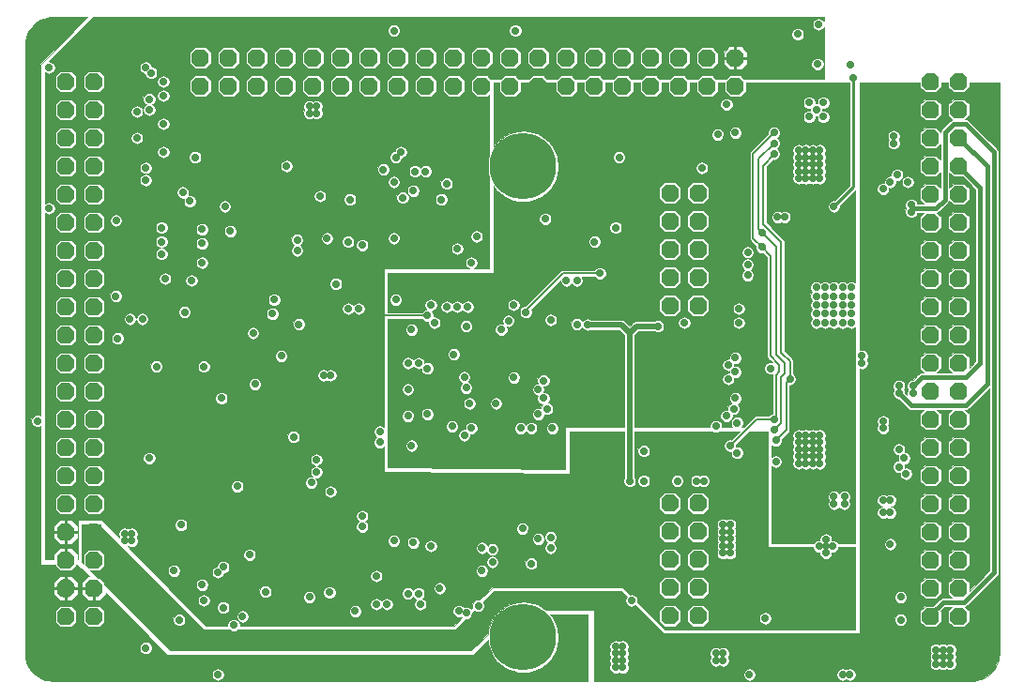
<source format=gbr>
G04 #@! TF.GenerationSoftware,KiCad,Pcbnew,(5.99.0-296-g10468236c)*
G04 #@! TF.CreationDate,2020-04-10T19:10:06+02:00*
G04 #@! TF.ProjectId,kimkong,6b696d6b-6f6e-4672-9e6b-696361645f70,rev?*
G04 #@! TF.SameCoordinates,Original*
G04 #@! TF.FileFunction,Copper,L3,Inr*
G04 #@! TF.FilePolarity,Positive*
%FSLAX46Y46*%
G04 Gerber Fmt 4.6, Leading zero omitted, Abs format (unit mm)*
G04 Created by KiCad (PCBNEW (5.99.0-296-g10468236c)) date 2020-04-10 19:10:06*
%MOMM*%
%LPD*%
G04 APERTURE LIST*
%ADD10C,0.711200*%
%ADD11C,6.000000*%
%ADD12C,0.508000*%
%ADD13C,0.254000*%
%ADD14C,0.203200*%
%ADD15C,0.406400*%
%ADD16C,1.676400*%
%ADD17C,0.101600*%
G04 APERTURE END LIST*
G04 #@! TA.AperFunction,ViaPad*
G36*
X108993100Y-128752601D02*
G01*
X108993100Y-129514600D01*
X108612099Y-129895600D01*
X107850100Y-129895600D01*
X107469100Y-129514599D01*
X107469100Y-128752600D01*
X107850101Y-128371600D01*
X108612100Y-128371600D01*
X108993100Y-128752601D01*
G37*
G04 #@! TD.AperFunction*
G04 #@! TA.AperFunction,ViaPad*
G36*
X111533100Y-128752601D02*
G01*
X111533100Y-129514600D01*
X111152099Y-129895600D01*
X110390100Y-129895600D01*
X110009100Y-129514599D01*
X110009100Y-128752600D01*
X110390101Y-128371600D01*
X111152100Y-128371600D01*
X111533100Y-128752601D01*
G37*
G04 #@! TD.AperFunction*
G04 #@! TA.AperFunction,ViaPad*
G36*
X108993100Y-126212601D02*
G01*
X108993100Y-126974600D01*
X108612099Y-127355600D01*
X107850100Y-127355600D01*
X107469100Y-126974599D01*
X107469100Y-126212600D01*
X107850101Y-125831600D01*
X108612100Y-125831600D01*
X108993100Y-126212601D01*
G37*
G04 #@! TD.AperFunction*
G04 #@! TA.AperFunction,ViaPad*
G36*
X111533100Y-126212601D02*
G01*
X111533100Y-126974600D01*
X111152099Y-127355600D01*
X110390100Y-127355600D01*
X110009100Y-126974599D01*
X110009100Y-126212600D01*
X110390101Y-125831600D01*
X111152100Y-125831600D01*
X111533100Y-126212601D01*
G37*
G04 #@! TD.AperFunction*
G04 #@! TA.AperFunction,ViaPad*
G36*
X108993100Y-123672601D02*
G01*
X108993100Y-124434600D01*
X108612099Y-124815600D01*
X107850100Y-124815600D01*
X107469100Y-124434599D01*
X107469100Y-123672600D01*
X107850101Y-123291600D01*
X108612100Y-123291600D01*
X108993100Y-123672601D01*
G37*
G04 #@! TD.AperFunction*
G04 #@! TA.AperFunction,ViaPad*
G36*
X111533100Y-123672601D02*
G01*
X111533100Y-124434600D01*
X111152099Y-124815600D01*
X110390100Y-124815600D01*
X110009100Y-124434599D01*
X110009100Y-123672600D01*
X110390101Y-123291600D01*
X111152100Y-123291600D01*
X111533100Y-123672601D01*
G37*
G04 #@! TD.AperFunction*
G04 #@! TA.AperFunction,ViaPad*
G36*
X108993100Y-121132601D02*
G01*
X108993100Y-121894600D01*
X108612099Y-122275600D01*
X107850100Y-122275600D01*
X107469100Y-121894599D01*
X107469100Y-121132600D01*
X107850101Y-120751600D01*
X108612100Y-120751600D01*
X108993100Y-121132601D01*
G37*
G04 #@! TD.AperFunction*
G04 #@! TA.AperFunction,ViaPad*
G36*
X111533100Y-121132601D02*
G01*
X111533100Y-121894600D01*
X111152099Y-122275600D01*
X110390100Y-122275600D01*
X110009100Y-121894599D01*
X110009100Y-121132600D01*
X110390101Y-120751600D01*
X111152100Y-120751600D01*
X111533100Y-121132601D01*
G37*
G04 #@! TD.AperFunction*
G04 #@! TA.AperFunction,ViaPad*
G36*
X108993100Y-118592601D02*
G01*
X108993100Y-119354600D01*
X108612099Y-119735600D01*
X107850100Y-119735600D01*
X107469100Y-119354599D01*
X107469100Y-118592600D01*
X107850101Y-118211600D01*
X108612100Y-118211600D01*
X108993100Y-118592601D01*
G37*
G04 #@! TD.AperFunction*
G04 #@! TA.AperFunction,ViaPad*
G36*
X111533100Y-118592601D02*
G01*
X111533100Y-119354600D01*
X111152099Y-119735600D01*
X110390100Y-119735600D01*
X110009100Y-119354599D01*
X110009100Y-118592600D01*
X110390101Y-118211600D01*
X111152100Y-118211600D01*
X111533100Y-118592601D01*
G37*
G04 #@! TD.AperFunction*
G04 #@! TA.AperFunction,ViaPad*
G36*
X108993100Y-116052601D02*
G01*
X108993100Y-116814600D01*
X108612099Y-117195600D01*
X107850100Y-117195600D01*
X107469100Y-116814599D01*
X107469100Y-116052600D01*
X107850101Y-115671600D01*
X108612100Y-115671600D01*
X108993100Y-116052601D01*
G37*
G04 #@! TD.AperFunction*
G04 #@! TA.AperFunction,ViaPad*
G36*
X111533100Y-116052601D02*
G01*
X111533100Y-116814600D01*
X111152099Y-117195600D01*
X110390100Y-117195600D01*
X110009100Y-116814599D01*
X110009100Y-116052600D01*
X110390101Y-115671600D01*
X111152100Y-115671600D01*
X111533100Y-116052601D01*
G37*
G04 #@! TD.AperFunction*
G04 #@! TA.AperFunction,ViaPad*
G36*
X108993100Y-113512601D02*
G01*
X108993100Y-114274600D01*
X108612099Y-114655600D01*
X107850100Y-114655600D01*
X107469100Y-114274599D01*
X107469100Y-113512600D01*
X107850101Y-113131600D01*
X108612100Y-113131600D01*
X108993100Y-113512601D01*
G37*
G04 #@! TD.AperFunction*
G04 #@! TA.AperFunction,ViaPad*
G36*
X111533100Y-113512601D02*
G01*
X111533100Y-114274600D01*
X111152099Y-114655600D01*
X110390100Y-114655600D01*
X110009100Y-114274599D01*
X110009100Y-113512600D01*
X110390101Y-113131600D01*
X111152100Y-113131600D01*
X111533100Y-113512601D01*
G37*
G04 #@! TD.AperFunction*
G04 #@! TA.AperFunction,ViaPad*
G36*
X108993100Y-110972601D02*
G01*
X108993100Y-111734600D01*
X108612099Y-112115600D01*
X107850100Y-112115600D01*
X107469100Y-111734599D01*
X107469100Y-110972600D01*
X107850101Y-110591600D01*
X108612100Y-110591600D01*
X108993100Y-110972601D01*
G37*
G04 #@! TD.AperFunction*
G04 #@! TA.AperFunction,ViaPad*
G36*
X111533100Y-110972601D02*
G01*
X111533100Y-111734600D01*
X111152099Y-112115600D01*
X110390100Y-112115600D01*
X110009100Y-111734599D01*
X110009100Y-110972600D01*
X110390101Y-110591600D01*
X111152100Y-110591600D01*
X111533100Y-110972601D01*
G37*
G04 #@! TD.AperFunction*
G04 #@! TA.AperFunction,ViaPad*
G36*
X108993100Y-108432601D02*
G01*
X108993100Y-109194600D01*
X108612099Y-109575600D01*
X107850100Y-109575600D01*
X107469100Y-109194599D01*
X107469100Y-108432600D01*
X107850101Y-108051600D01*
X108612100Y-108051600D01*
X108993100Y-108432601D01*
G37*
G04 #@! TD.AperFunction*
G04 #@! TA.AperFunction,ViaPad*
G36*
X111533100Y-108432601D02*
G01*
X111533100Y-109194600D01*
X111152099Y-109575600D01*
X110390100Y-109575600D01*
X110009100Y-109194599D01*
X110009100Y-108432600D01*
X110390101Y-108051600D01*
X111152100Y-108051600D01*
X111533100Y-108432601D01*
G37*
G04 #@! TD.AperFunction*
G04 #@! TA.AperFunction,ViaPad*
G36*
X108993100Y-105892601D02*
G01*
X108993100Y-106654600D01*
X108612099Y-107035600D01*
X107850100Y-107035600D01*
X107469100Y-106654599D01*
X107469100Y-105892600D01*
X107850101Y-105511600D01*
X108612100Y-105511600D01*
X108993100Y-105892601D01*
G37*
G04 #@! TD.AperFunction*
G04 #@! TA.AperFunction,ViaPad*
G36*
X111533100Y-105892601D02*
G01*
X111533100Y-106654600D01*
X111152099Y-107035600D01*
X110390100Y-107035600D01*
X110009100Y-106654599D01*
X110009100Y-105892600D01*
X110390101Y-105511600D01*
X111152100Y-105511600D01*
X111533100Y-105892601D01*
G37*
G04 #@! TD.AperFunction*
G04 #@! TA.AperFunction,ViaPad*
G36*
X108993100Y-103352601D02*
G01*
X108993100Y-104114600D01*
X108612099Y-104495600D01*
X107850100Y-104495600D01*
X107469100Y-104114599D01*
X107469100Y-103352600D01*
X107850101Y-102971600D01*
X108612100Y-102971600D01*
X108993100Y-103352601D01*
G37*
G04 #@! TD.AperFunction*
G04 #@! TA.AperFunction,ViaPad*
G36*
X111533100Y-103352601D02*
G01*
X111533100Y-104114600D01*
X111152099Y-104495600D01*
X110390100Y-104495600D01*
X110009100Y-104114599D01*
X110009100Y-103352600D01*
X110390101Y-102971600D01*
X111152100Y-102971600D01*
X111533100Y-103352601D01*
G37*
G04 #@! TD.AperFunction*
G04 #@! TA.AperFunction,ViaPad*
G36*
X108993100Y-100812601D02*
G01*
X108993100Y-101574600D01*
X108612099Y-101955600D01*
X107850100Y-101955600D01*
X107469100Y-101574599D01*
X107469100Y-100812600D01*
X107850101Y-100431600D01*
X108612100Y-100431600D01*
X108993100Y-100812601D01*
G37*
G04 #@! TD.AperFunction*
G04 #@! TA.AperFunction,ViaPad*
G36*
X111533100Y-100812601D02*
G01*
X111533100Y-101574600D01*
X111152099Y-101955600D01*
X110390100Y-101955600D01*
X110009100Y-101574599D01*
X110009100Y-100812600D01*
X110390101Y-100431600D01*
X111152100Y-100431600D01*
X111533100Y-100812601D01*
G37*
G04 #@! TD.AperFunction*
G04 #@! TA.AperFunction,ViaPad*
G36*
X108993100Y-98272601D02*
G01*
X108993100Y-99034600D01*
X108612099Y-99415600D01*
X107850100Y-99415600D01*
X107469100Y-99034599D01*
X107469100Y-98272600D01*
X107850101Y-97891600D01*
X108612100Y-97891600D01*
X108993100Y-98272601D01*
G37*
G04 #@! TD.AperFunction*
G04 #@! TA.AperFunction,ViaPad*
G36*
X111533100Y-98272601D02*
G01*
X111533100Y-99034600D01*
X111152099Y-99415600D01*
X110390100Y-99415600D01*
X110009100Y-99034599D01*
X110009100Y-98272600D01*
X110390101Y-97891600D01*
X111152100Y-97891600D01*
X111533100Y-98272601D01*
G37*
G04 #@! TD.AperFunction*
G04 #@! TA.AperFunction,ViaPad*
G36*
X108993100Y-95732601D02*
G01*
X108993100Y-96494600D01*
X108612099Y-96875600D01*
X107850100Y-96875600D01*
X107469100Y-96494599D01*
X107469100Y-95732600D01*
X107850101Y-95351600D01*
X108612100Y-95351600D01*
X108993100Y-95732601D01*
G37*
G04 #@! TD.AperFunction*
G04 #@! TA.AperFunction,ViaPad*
G36*
X111533100Y-95732601D02*
G01*
X111533100Y-96494600D01*
X111152099Y-96875600D01*
X110390100Y-96875600D01*
X110009100Y-96494599D01*
X110009100Y-95732600D01*
X110390101Y-95351600D01*
X111152100Y-95351600D01*
X111533100Y-95732601D01*
G37*
G04 #@! TD.AperFunction*
G04 #@! TA.AperFunction,ViaPad*
G36*
X108993100Y-93192601D02*
G01*
X108993100Y-93954600D01*
X108612099Y-94335600D01*
X107850100Y-94335600D01*
X107469100Y-93954599D01*
X107469100Y-93192600D01*
X107850101Y-92811600D01*
X108612100Y-92811600D01*
X108993100Y-93192601D01*
G37*
G04 #@! TD.AperFunction*
G04 #@! TA.AperFunction,ViaPad*
G36*
X111533100Y-93192601D02*
G01*
X111533100Y-93954600D01*
X111152099Y-94335600D01*
X110390100Y-94335600D01*
X110009100Y-93954599D01*
X110009100Y-93192600D01*
X110390101Y-92811600D01*
X111152100Y-92811600D01*
X111533100Y-93192601D01*
G37*
G04 #@! TD.AperFunction*
G04 #@! TA.AperFunction,ViaPad*
G36*
X108993100Y-90652601D02*
G01*
X108993100Y-91414600D01*
X108612099Y-91795600D01*
X107850100Y-91795600D01*
X107469100Y-91414599D01*
X107469100Y-90652600D01*
X107850101Y-90271600D01*
X108612100Y-90271600D01*
X108993100Y-90652601D01*
G37*
G04 #@! TD.AperFunction*
G04 #@! TA.AperFunction,ViaPad*
G36*
X111533100Y-90652601D02*
G01*
X111533100Y-91414600D01*
X111152099Y-91795600D01*
X110390100Y-91795600D01*
X110009100Y-91414599D01*
X110009100Y-90652600D01*
X110390101Y-90271600D01*
X111152100Y-90271600D01*
X111533100Y-90652601D01*
G37*
G04 #@! TD.AperFunction*
G04 #@! TA.AperFunction,ViaPad*
G36*
X108993100Y-88112601D02*
G01*
X108993100Y-88874600D01*
X108612099Y-89255600D01*
X107850100Y-89255600D01*
X107469100Y-88874599D01*
X107469100Y-88112600D01*
X107850101Y-87731600D01*
X108612100Y-87731600D01*
X108993100Y-88112601D01*
G37*
G04 #@! TD.AperFunction*
G04 #@! TA.AperFunction,ViaPad*
G36*
X111533100Y-88112601D02*
G01*
X111533100Y-88874600D01*
X111152099Y-89255600D01*
X110390100Y-89255600D01*
X110009100Y-88874599D01*
X110009100Y-88112600D01*
X110390101Y-87731600D01*
X111152100Y-87731600D01*
X111533100Y-88112601D01*
G37*
G04 #@! TD.AperFunction*
G04 #@! TA.AperFunction,ViaPad*
G36*
X108993100Y-85572601D02*
G01*
X108993100Y-86334600D01*
X108612099Y-86715600D01*
X107850100Y-86715600D01*
X107469100Y-86334599D01*
X107469100Y-85572600D01*
X107850101Y-85191600D01*
X108612100Y-85191600D01*
X108993100Y-85572601D01*
G37*
G04 #@! TD.AperFunction*
G04 #@! TA.AperFunction,ViaPad*
G36*
X111533100Y-85572601D02*
G01*
X111533100Y-86334600D01*
X111152099Y-86715600D01*
X110390100Y-86715600D01*
X110009100Y-86334599D01*
X110009100Y-85572600D01*
X110390101Y-85191600D01*
X111152100Y-85191600D01*
X111533100Y-85572601D01*
G37*
G04 #@! TD.AperFunction*
G04 #@! TA.AperFunction,ViaPad*
G36*
X108993100Y-83032601D02*
G01*
X108993100Y-83794600D01*
X108612099Y-84175600D01*
X107850100Y-84175600D01*
X107469100Y-83794599D01*
X107469100Y-83032600D01*
X107850101Y-82651600D01*
X108612100Y-82651600D01*
X108993100Y-83032601D01*
G37*
G04 #@! TD.AperFunction*
G04 #@! TA.AperFunction,ViaPad*
G36*
X111533100Y-83032601D02*
G01*
X111533100Y-83794600D01*
X111152099Y-84175600D01*
X110390100Y-84175600D01*
X110009100Y-83794599D01*
X110009100Y-83032600D01*
X110390101Y-82651600D01*
X111152100Y-82651600D01*
X111533100Y-83032601D01*
G37*
G04 #@! TD.AperFunction*
G04 #@! TA.AperFunction,ViaPad*
G36*
X108993100Y-80492601D02*
G01*
X108993100Y-81254600D01*
X108612099Y-81635600D01*
X107850100Y-81635600D01*
X107469100Y-81254599D01*
X107469100Y-80492600D01*
X107850101Y-80111600D01*
X108612100Y-80111600D01*
X108993100Y-80492601D01*
G37*
G04 #@! TD.AperFunction*
G04 #@! TA.AperFunction,ViaPad*
G36*
X111533100Y-80492601D02*
G01*
X111533100Y-81254600D01*
X111152099Y-81635600D01*
X110390100Y-81635600D01*
X110009100Y-81254599D01*
X110009100Y-80492600D01*
X110390101Y-80111600D01*
X111152100Y-80111600D01*
X111533100Y-80492601D01*
G37*
G04 #@! TD.AperFunction*
G04 #@! TA.AperFunction,ViaPad*
G36*
X168250101Y-80511600D02*
G01*
X169012100Y-80511600D01*
X169393100Y-80892601D01*
X169393100Y-81654600D01*
X169012099Y-82035600D01*
X168250100Y-82035600D01*
X167869100Y-81654599D01*
X167869100Y-80892600D01*
X168250101Y-80511600D01*
G37*
G04 #@! TD.AperFunction*
G04 #@! TA.AperFunction,ViaPad*
G36*
X168250101Y-77971600D02*
G01*
X169012100Y-77971600D01*
X169393100Y-78352601D01*
X169393100Y-79114600D01*
X169012099Y-79495600D01*
X168250100Y-79495600D01*
X167869100Y-79114599D01*
X167869100Y-78352600D01*
X168250101Y-77971600D01*
G37*
G04 #@! TD.AperFunction*
G04 #@! TA.AperFunction,ViaPad*
G36*
X165710101Y-80511600D02*
G01*
X166472100Y-80511600D01*
X166853100Y-80892601D01*
X166853100Y-81654600D01*
X166472099Y-82035600D01*
X165710100Y-82035600D01*
X165329100Y-81654599D01*
X165329100Y-80892600D01*
X165710101Y-80511600D01*
G37*
G04 #@! TD.AperFunction*
G04 #@! TA.AperFunction,ViaPad*
G36*
X165710101Y-77971600D02*
G01*
X166472100Y-77971600D01*
X166853100Y-78352601D01*
X166853100Y-79114600D01*
X166472099Y-79495600D01*
X165710100Y-79495600D01*
X165329100Y-79114599D01*
X165329100Y-78352600D01*
X165710101Y-77971600D01*
G37*
G04 #@! TD.AperFunction*
G04 #@! TA.AperFunction,ViaPad*
G36*
X163170101Y-80511600D02*
G01*
X163932100Y-80511600D01*
X164313100Y-80892601D01*
X164313100Y-81654600D01*
X163932099Y-82035600D01*
X163170100Y-82035600D01*
X162789100Y-81654599D01*
X162789100Y-80892600D01*
X163170101Y-80511600D01*
G37*
G04 #@! TD.AperFunction*
G04 #@! TA.AperFunction,ViaPad*
G36*
X163170101Y-77971600D02*
G01*
X163932100Y-77971600D01*
X164313100Y-78352601D01*
X164313100Y-79114600D01*
X163932099Y-79495600D01*
X163170100Y-79495600D01*
X162789100Y-79114599D01*
X162789100Y-78352600D01*
X163170101Y-77971600D01*
G37*
G04 #@! TD.AperFunction*
G04 #@! TA.AperFunction,ViaPad*
G36*
X160630101Y-80511600D02*
G01*
X161392100Y-80511600D01*
X161773100Y-80892601D01*
X161773100Y-81654600D01*
X161392099Y-82035600D01*
X160630100Y-82035600D01*
X160249100Y-81654599D01*
X160249100Y-80892600D01*
X160630101Y-80511600D01*
G37*
G04 #@! TD.AperFunction*
G04 #@! TA.AperFunction,ViaPad*
G36*
X160630101Y-77971600D02*
G01*
X161392100Y-77971600D01*
X161773100Y-78352601D01*
X161773100Y-79114600D01*
X161392099Y-79495600D01*
X160630100Y-79495600D01*
X160249100Y-79114599D01*
X160249100Y-78352600D01*
X160630101Y-77971600D01*
G37*
G04 #@! TD.AperFunction*
G04 #@! TA.AperFunction,ViaPad*
G36*
X158090101Y-80511600D02*
G01*
X158852100Y-80511600D01*
X159233100Y-80892601D01*
X159233100Y-81654600D01*
X158852099Y-82035600D01*
X158090100Y-82035600D01*
X157709100Y-81654599D01*
X157709100Y-80892600D01*
X158090101Y-80511600D01*
G37*
G04 #@! TD.AperFunction*
G04 #@! TA.AperFunction,ViaPad*
G36*
X158090101Y-77971600D02*
G01*
X158852100Y-77971600D01*
X159233100Y-78352601D01*
X159233100Y-79114600D01*
X158852099Y-79495600D01*
X158090100Y-79495600D01*
X157709100Y-79114599D01*
X157709100Y-78352600D01*
X158090101Y-77971600D01*
G37*
G04 #@! TD.AperFunction*
G04 #@! TA.AperFunction,ViaPad*
G36*
X155550101Y-80511600D02*
G01*
X156312100Y-80511600D01*
X156693100Y-80892601D01*
X156693100Y-81654600D01*
X156312099Y-82035600D01*
X155550100Y-82035600D01*
X155169100Y-81654599D01*
X155169100Y-80892600D01*
X155550101Y-80511600D01*
G37*
G04 #@! TD.AperFunction*
G04 #@! TA.AperFunction,ViaPad*
G36*
X155550101Y-77971600D02*
G01*
X156312100Y-77971600D01*
X156693100Y-78352601D01*
X156693100Y-79114600D01*
X156312099Y-79495600D01*
X155550100Y-79495600D01*
X155169100Y-79114599D01*
X155169100Y-78352600D01*
X155550101Y-77971600D01*
G37*
G04 #@! TD.AperFunction*
G04 #@! TA.AperFunction,ViaPad*
G36*
X153010101Y-80511600D02*
G01*
X153772100Y-80511600D01*
X154153100Y-80892601D01*
X154153100Y-81654600D01*
X153772099Y-82035600D01*
X153010100Y-82035600D01*
X152629100Y-81654599D01*
X152629100Y-80892600D01*
X153010101Y-80511600D01*
G37*
G04 #@! TD.AperFunction*
G04 #@! TA.AperFunction,ViaPad*
G36*
X153010101Y-77971600D02*
G01*
X153772100Y-77971600D01*
X154153100Y-78352601D01*
X154153100Y-79114600D01*
X153772099Y-79495600D01*
X153010100Y-79495600D01*
X152629100Y-79114599D01*
X152629100Y-78352600D01*
X153010101Y-77971600D01*
G37*
G04 #@! TD.AperFunction*
G04 #@! TA.AperFunction,ViaPad*
G36*
X150470101Y-80511600D02*
G01*
X151232100Y-80511600D01*
X151613100Y-80892601D01*
X151613100Y-81654600D01*
X151232099Y-82035600D01*
X150470100Y-82035600D01*
X150089100Y-81654599D01*
X150089100Y-80892600D01*
X150470101Y-80511600D01*
G37*
G04 #@! TD.AperFunction*
G04 #@! TA.AperFunction,ViaPad*
G36*
X150470101Y-77971600D02*
G01*
X151232100Y-77971600D01*
X151613100Y-78352601D01*
X151613100Y-79114600D01*
X151232099Y-79495600D01*
X150470100Y-79495600D01*
X150089100Y-79114599D01*
X150089100Y-78352600D01*
X150470101Y-77971600D01*
G37*
G04 #@! TD.AperFunction*
G04 #@! TA.AperFunction,ViaPad*
G36*
X147930101Y-80511600D02*
G01*
X148692100Y-80511600D01*
X149073100Y-80892601D01*
X149073100Y-81654600D01*
X148692099Y-82035600D01*
X147930100Y-82035600D01*
X147549100Y-81654599D01*
X147549100Y-80892600D01*
X147930101Y-80511600D01*
G37*
G04 #@! TD.AperFunction*
G04 #@! TA.AperFunction,ViaPad*
G36*
X147930101Y-77971600D02*
G01*
X148692100Y-77971600D01*
X149073100Y-78352601D01*
X149073100Y-79114600D01*
X148692099Y-79495600D01*
X147930100Y-79495600D01*
X147549100Y-79114599D01*
X147549100Y-78352600D01*
X147930101Y-77971600D01*
G37*
G04 #@! TD.AperFunction*
G04 #@! TA.AperFunction,ViaPad*
G36*
X145390101Y-80511600D02*
G01*
X146152100Y-80511600D01*
X146533100Y-80892601D01*
X146533100Y-81654600D01*
X146152099Y-82035600D01*
X145390100Y-82035600D01*
X145009100Y-81654599D01*
X145009100Y-80892600D01*
X145390101Y-80511600D01*
G37*
G04 #@! TD.AperFunction*
G04 #@! TA.AperFunction,ViaPad*
G36*
X145390101Y-77971600D02*
G01*
X146152100Y-77971600D01*
X146533100Y-78352601D01*
X146533100Y-79114600D01*
X146152099Y-79495600D01*
X145390100Y-79495600D01*
X145009100Y-79114599D01*
X145009100Y-78352600D01*
X145390101Y-77971600D01*
G37*
G04 #@! TD.AperFunction*
G04 #@! TA.AperFunction,ViaPad*
G36*
X142850101Y-80511600D02*
G01*
X143612100Y-80511600D01*
X143993100Y-80892601D01*
X143993100Y-81654600D01*
X143612099Y-82035600D01*
X142850100Y-82035600D01*
X142469100Y-81654599D01*
X142469100Y-80892600D01*
X142850101Y-80511600D01*
G37*
G04 #@! TD.AperFunction*
G04 #@! TA.AperFunction,ViaPad*
G36*
X142850101Y-77971600D02*
G01*
X143612100Y-77971600D01*
X143993100Y-78352601D01*
X143993100Y-79114600D01*
X143612099Y-79495600D01*
X142850100Y-79495600D01*
X142469100Y-79114599D01*
X142469100Y-78352600D01*
X142850101Y-77971600D01*
G37*
G04 #@! TD.AperFunction*
G04 #@! TA.AperFunction,ViaPad*
G36*
X140310101Y-80511600D02*
G01*
X141072100Y-80511600D01*
X141453100Y-80892601D01*
X141453100Y-81654600D01*
X141072099Y-82035600D01*
X140310100Y-82035600D01*
X139929100Y-81654599D01*
X139929100Y-80892600D01*
X140310101Y-80511600D01*
G37*
G04 #@! TD.AperFunction*
G04 #@! TA.AperFunction,ViaPad*
G36*
X140310101Y-77971600D02*
G01*
X141072100Y-77971600D01*
X141453100Y-78352601D01*
X141453100Y-79114600D01*
X141072099Y-79495600D01*
X140310100Y-79495600D01*
X139929100Y-79114599D01*
X139929100Y-78352600D01*
X140310101Y-77971600D01*
G37*
G04 #@! TD.AperFunction*
G04 #@! TA.AperFunction,ViaPad*
G36*
X137770101Y-80511600D02*
G01*
X138532100Y-80511600D01*
X138913100Y-80892601D01*
X138913100Y-81654600D01*
X138532099Y-82035600D01*
X137770100Y-82035600D01*
X137389100Y-81654599D01*
X137389100Y-80892600D01*
X137770101Y-80511600D01*
G37*
G04 #@! TD.AperFunction*
G04 #@! TA.AperFunction,ViaPad*
G36*
X137770101Y-77971600D02*
G01*
X138532100Y-77971600D01*
X138913100Y-78352601D01*
X138913100Y-79114600D01*
X138532099Y-79495600D01*
X137770100Y-79495600D01*
X137389100Y-79114599D01*
X137389100Y-78352600D01*
X137770101Y-77971600D01*
G37*
G04 #@! TD.AperFunction*
G04 #@! TA.AperFunction,ViaPad*
G36*
X135230101Y-80511600D02*
G01*
X135992100Y-80511600D01*
X136373100Y-80892601D01*
X136373100Y-81654600D01*
X135992099Y-82035600D01*
X135230100Y-82035600D01*
X134849100Y-81654599D01*
X134849100Y-80892600D01*
X135230101Y-80511600D01*
G37*
G04 #@! TD.AperFunction*
G04 #@! TA.AperFunction,ViaPad*
G36*
X135230101Y-77971600D02*
G01*
X135992100Y-77971600D01*
X136373100Y-78352601D01*
X136373100Y-79114600D01*
X135992099Y-79495600D01*
X135230100Y-79495600D01*
X134849100Y-79114599D01*
X134849100Y-78352600D01*
X135230101Y-77971600D01*
G37*
G04 #@! TD.AperFunction*
G04 #@! TA.AperFunction,ViaPad*
G36*
X132690101Y-80511600D02*
G01*
X133452100Y-80511600D01*
X133833100Y-80892601D01*
X133833100Y-81654600D01*
X133452099Y-82035600D01*
X132690100Y-82035600D01*
X132309100Y-81654599D01*
X132309100Y-80892600D01*
X132690101Y-80511600D01*
G37*
G04 #@! TD.AperFunction*
G04 #@! TA.AperFunction,ViaPad*
G36*
X132690101Y-77971600D02*
G01*
X133452100Y-77971600D01*
X133833100Y-78352601D01*
X133833100Y-79114600D01*
X133452099Y-79495600D01*
X132690100Y-79495600D01*
X132309100Y-79114599D01*
X132309100Y-78352600D01*
X132690101Y-77971600D01*
G37*
G04 #@! TD.AperFunction*
G04 #@! TA.AperFunction,ViaPad*
G36*
X130150101Y-80511600D02*
G01*
X130912100Y-80511600D01*
X131293100Y-80892601D01*
X131293100Y-81654600D01*
X130912099Y-82035600D01*
X130150100Y-82035600D01*
X129769100Y-81654599D01*
X129769100Y-80892600D01*
X130150101Y-80511600D01*
G37*
G04 #@! TD.AperFunction*
G04 #@! TA.AperFunction,ViaPad*
G36*
X130150101Y-77971600D02*
G01*
X130912100Y-77971600D01*
X131293100Y-78352601D01*
X131293100Y-79114600D01*
X130912099Y-79495600D01*
X130150100Y-79495600D01*
X129769100Y-79114599D01*
X129769100Y-78352600D01*
X130150101Y-77971600D01*
G37*
G04 #@! TD.AperFunction*
G04 #@! TA.AperFunction,ViaPad*
G36*
X127610101Y-80511600D02*
G01*
X128372100Y-80511600D01*
X128753100Y-80892601D01*
X128753100Y-81654600D01*
X128372099Y-82035600D01*
X127610100Y-82035600D01*
X127229100Y-81654599D01*
X127229100Y-80892600D01*
X127610101Y-80511600D01*
G37*
G04 #@! TD.AperFunction*
G04 #@! TA.AperFunction,ViaPad*
G36*
X127610101Y-77971600D02*
G01*
X128372100Y-77971600D01*
X128753100Y-78352601D01*
X128753100Y-79114600D01*
X128372099Y-79495600D01*
X127610100Y-79495600D01*
X127229100Y-79114599D01*
X127229100Y-78352600D01*
X127610101Y-77971600D01*
G37*
G04 #@! TD.AperFunction*
G04 #@! TA.AperFunction,ViaPad*
G36*
X125070101Y-80511600D02*
G01*
X125832100Y-80511600D01*
X126213100Y-80892601D01*
X126213100Y-81654600D01*
X125832099Y-82035600D01*
X125070100Y-82035600D01*
X124689100Y-81654599D01*
X124689100Y-80892600D01*
X125070101Y-80511600D01*
G37*
G04 #@! TD.AperFunction*
G04 #@! TA.AperFunction,ViaPad*
G36*
X125070101Y-77971600D02*
G01*
X125832100Y-77971600D01*
X126213100Y-78352601D01*
X126213100Y-79114600D01*
X125832099Y-79495600D01*
X125070100Y-79495600D01*
X124689100Y-79114599D01*
X124689100Y-78352600D01*
X125070101Y-77971600D01*
G37*
G04 #@! TD.AperFunction*
G04 #@! TA.AperFunction,ViaPad*
G36*
X122530101Y-80511600D02*
G01*
X123292100Y-80511600D01*
X123673100Y-80892601D01*
X123673100Y-81654600D01*
X123292099Y-82035600D01*
X122530100Y-82035600D01*
X122149100Y-81654599D01*
X122149100Y-80892600D01*
X122530101Y-80511600D01*
G37*
G04 #@! TD.AperFunction*
G04 #@! TA.AperFunction,ViaPad*
G36*
X122530101Y-77971600D02*
G01*
X123292100Y-77971600D01*
X123673100Y-78352601D01*
X123673100Y-79114600D01*
X123292099Y-79495600D01*
X122530100Y-79495600D01*
X122149100Y-79114599D01*
X122149100Y-78352600D01*
X122530101Y-77971600D01*
G37*
G04 #@! TD.AperFunction*
G04 #@! TA.AperFunction,ViaPad*
G36*
X119990101Y-80511600D02*
G01*
X120752100Y-80511600D01*
X121133100Y-80892601D01*
X121133100Y-81654600D01*
X120752099Y-82035600D01*
X119990100Y-82035600D01*
X119609100Y-81654599D01*
X119609100Y-80892600D01*
X119990101Y-80511600D01*
G37*
G04 #@! TD.AperFunction*
G04 #@! TA.AperFunction,ViaPad*
G36*
X119990101Y-77971600D02*
G01*
X120752100Y-77971600D01*
X121133100Y-78352601D01*
X121133100Y-79114600D01*
X120752099Y-79495600D01*
X119990100Y-79495600D01*
X119609100Y-79114599D01*
X119609100Y-78352600D01*
X119990101Y-77971600D01*
G37*
G04 #@! TD.AperFunction*
G04 #@! TA.AperFunction,ViaPad*
G36*
X186993100Y-128752601D02*
G01*
X186993100Y-129514600D01*
X186612099Y-129895600D01*
X185850100Y-129895600D01*
X185469100Y-129514599D01*
X185469100Y-128752600D01*
X185850101Y-128371600D01*
X186612100Y-128371600D01*
X186993100Y-128752601D01*
G37*
G04 #@! TD.AperFunction*
G04 #@! TA.AperFunction,ViaPad*
G36*
X189533100Y-128752601D02*
G01*
X189533100Y-129514600D01*
X189152099Y-129895600D01*
X188390100Y-129895600D01*
X188009100Y-129514599D01*
X188009100Y-128752600D01*
X188390101Y-128371600D01*
X189152100Y-128371600D01*
X189533100Y-128752601D01*
G37*
G04 #@! TD.AperFunction*
G04 #@! TA.AperFunction,ViaPad*
G36*
X186993100Y-126212601D02*
G01*
X186993100Y-126974600D01*
X186612099Y-127355600D01*
X185850100Y-127355600D01*
X185469100Y-126974599D01*
X185469100Y-126212600D01*
X185850101Y-125831600D01*
X186612100Y-125831600D01*
X186993100Y-126212601D01*
G37*
G04 #@! TD.AperFunction*
G04 #@! TA.AperFunction,ViaPad*
G36*
X189533100Y-126212601D02*
G01*
X189533100Y-126974600D01*
X189152099Y-127355600D01*
X188390100Y-127355600D01*
X188009100Y-126974599D01*
X188009100Y-126212600D01*
X188390101Y-125831600D01*
X189152100Y-125831600D01*
X189533100Y-126212601D01*
G37*
G04 #@! TD.AperFunction*
G04 #@! TA.AperFunction,ViaPad*
G36*
X186993100Y-123672601D02*
G01*
X186993100Y-124434600D01*
X186612099Y-124815600D01*
X185850100Y-124815600D01*
X185469100Y-124434599D01*
X185469100Y-123672600D01*
X185850101Y-123291600D01*
X186612100Y-123291600D01*
X186993100Y-123672601D01*
G37*
G04 #@! TD.AperFunction*
G04 #@! TA.AperFunction,ViaPad*
G36*
X189533100Y-123672601D02*
G01*
X189533100Y-124434600D01*
X189152099Y-124815600D01*
X188390100Y-124815600D01*
X188009100Y-124434599D01*
X188009100Y-123672600D01*
X188390101Y-123291600D01*
X189152100Y-123291600D01*
X189533100Y-123672601D01*
G37*
G04 #@! TD.AperFunction*
G04 #@! TA.AperFunction,ViaPad*
G36*
X186993100Y-121132601D02*
G01*
X186993100Y-121894600D01*
X186612099Y-122275600D01*
X185850100Y-122275600D01*
X185469100Y-121894599D01*
X185469100Y-121132600D01*
X185850101Y-120751600D01*
X186612100Y-120751600D01*
X186993100Y-121132601D01*
G37*
G04 #@! TD.AperFunction*
G04 #@! TA.AperFunction,ViaPad*
G36*
X189533100Y-121132601D02*
G01*
X189533100Y-121894600D01*
X189152099Y-122275600D01*
X188390100Y-122275600D01*
X188009100Y-121894599D01*
X188009100Y-121132600D01*
X188390101Y-120751600D01*
X189152100Y-120751600D01*
X189533100Y-121132601D01*
G37*
G04 #@! TD.AperFunction*
G04 #@! TA.AperFunction,ViaPad*
G36*
X186993100Y-118592601D02*
G01*
X186993100Y-119354600D01*
X186612099Y-119735600D01*
X185850100Y-119735600D01*
X185469100Y-119354599D01*
X185469100Y-118592600D01*
X185850101Y-118211600D01*
X186612100Y-118211600D01*
X186993100Y-118592601D01*
G37*
G04 #@! TD.AperFunction*
G04 #@! TA.AperFunction,ViaPad*
G36*
X189533100Y-118592601D02*
G01*
X189533100Y-119354600D01*
X189152099Y-119735600D01*
X188390100Y-119735600D01*
X188009100Y-119354599D01*
X188009100Y-118592600D01*
X188390101Y-118211600D01*
X189152100Y-118211600D01*
X189533100Y-118592601D01*
G37*
G04 #@! TD.AperFunction*
G04 #@! TA.AperFunction,ViaPad*
G36*
X186993100Y-116052601D02*
G01*
X186993100Y-116814600D01*
X186612099Y-117195600D01*
X185850100Y-117195600D01*
X185469100Y-116814599D01*
X185469100Y-116052600D01*
X185850101Y-115671600D01*
X186612100Y-115671600D01*
X186993100Y-116052601D01*
G37*
G04 #@! TD.AperFunction*
G04 #@! TA.AperFunction,ViaPad*
G36*
X189533100Y-116052601D02*
G01*
X189533100Y-116814600D01*
X189152099Y-117195600D01*
X188390100Y-117195600D01*
X188009100Y-116814599D01*
X188009100Y-116052600D01*
X188390101Y-115671600D01*
X189152100Y-115671600D01*
X189533100Y-116052601D01*
G37*
G04 #@! TD.AperFunction*
G04 #@! TA.AperFunction,ViaPad*
G36*
X186993100Y-113512601D02*
G01*
X186993100Y-114274600D01*
X186612099Y-114655600D01*
X185850100Y-114655600D01*
X185469100Y-114274599D01*
X185469100Y-113512600D01*
X185850101Y-113131600D01*
X186612100Y-113131600D01*
X186993100Y-113512601D01*
G37*
G04 #@! TD.AperFunction*
G04 #@! TA.AperFunction,ViaPad*
G36*
X189533100Y-113512601D02*
G01*
X189533100Y-114274600D01*
X189152099Y-114655600D01*
X188390100Y-114655600D01*
X188009100Y-114274599D01*
X188009100Y-113512600D01*
X188390101Y-113131600D01*
X189152100Y-113131600D01*
X189533100Y-113512601D01*
G37*
G04 #@! TD.AperFunction*
G04 #@! TA.AperFunction,ViaPad*
G36*
X186993100Y-110972601D02*
G01*
X186993100Y-111734600D01*
X186612099Y-112115600D01*
X185850100Y-112115600D01*
X185469100Y-111734599D01*
X185469100Y-110972600D01*
X185850101Y-110591600D01*
X186612100Y-110591600D01*
X186993100Y-110972601D01*
G37*
G04 #@! TD.AperFunction*
G04 #@! TA.AperFunction,ViaPad*
G36*
X189533100Y-110972601D02*
G01*
X189533100Y-111734600D01*
X189152099Y-112115600D01*
X188390100Y-112115600D01*
X188009100Y-111734599D01*
X188009100Y-110972600D01*
X188390101Y-110591600D01*
X189152100Y-110591600D01*
X189533100Y-110972601D01*
G37*
G04 #@! TD.AperFunction*
G04 #@! TA.AperFunction,ViaPad*
G36*
X186993100Y-108432601D02*
G01*
X186993100Y-109194600D01*
X186612099Y-109575600D01*
X185850100Y-109575600D01*
X185469100Y-109194599D01*
X185469100Y-108432600D01*
X185850101Y-108051600D01*
X186612100Y-108051600D01*
X186993100Y-108432601D01*
G37*
G04 #@! TD.AperFunction*
G04 #@! TA.AperFunction,ViaPad*
G36*
X189533100Y-108432601D02*
G01*
X189533100Y-109194600D01*
X189152099Y-109575600D01*
X188390100Y-109575600D01*
X188009100Y-109194599D01*
X188009100Y-108432600D01*
X188390101Y-108051600D01*
X189152100Y-108051600D01*
X189533100Y-108432601D01*
G37*
G04 #@! TD.AperFunction*
G04 #@! TA.AperFunction,ViaPad*
G36*
X186993100Y-105892601D02*
G01*
X186993100Y-106654600D01*
X186612099Y-107035600D01*
X185850100Y-107035600D01*
X185469100Y-106654599D01*
X185469100Y-105892600D01*
X185850101Y-105511600D01*
X186612100Y-105511600D01*
X186993100Y-105892601D01*
G37*
G04 #@! TD.AperFunction*
G04 #@! TA.AperFunction,ViaPad*
G36*
X189533100Y-105892601D02*
G01*
X189533100Y-106654600D01*
X189152099Y-107035600D01*
X188390100Y-107035600D01*
X188009100Y-106654599D01*
X188009100Y-105892600D01*
X188390101Y-105511600D01*
X189152100Y-105511600D01*
X189533100Y-105892601D01*
G37*
G04 #@! TD.AperFunction*
G04 #@! TA.AperFunction,ViaPad*
G36*
X186993100Y-103352601D02*
G01*
X186993100Y-104114600D01*
X186612099Y-104495600D01*
X185850100Y-104495600D01*
X185469100Y-104114599D01*
X185469100Y-103352600D01*
X185850101Y-102971600D01*
X186612100Y-102971600D01*
X186993100Y-103352601D01*
G37*
G04 #@! TD.AperFunction*
G04 #@! TA.AperFunction,ViaPad*
G36*
X189533100Y-103352601D02*
G01*
X189533100Y-104114600D01*
X189152099Y-104495600D01*
X188390100Y-104495600D01*
X188009100Y-104114599D01*
X188009100Y-103352600D01*
X188390101Y-102971600D01*
X189152100Y-102971600D01*
X189533100Y-103352601D01*
G37*
G04 #@! TD.AperFunction*
G04 #@! TA.AperFunction,ViaPad*
G36*
X186993100Y-100812601D02*
G01*
X186993100Y-101574600D01*
X186612099Y-101955600D01*
X185850100Y-101955600D01*
X185469100Y-101574599D01*
X185469100Y-100812600D01*
X185850101Y-100431600D01*
X186612100Y-100431600D01*
X186993100Y-100812601D01*
G37*
G04 #@! TD.AperFunction*
G04 #@! TA.AperFunction,ViaPad*
G36*
X189533100Y-100812601D02*
G01*
X189533100Y-101574600D01*
X189152099Y-101955600D01*
X188390100Y-101955600D01*
X188009100Y-101574599D01*
X188009100Y-100812600D01*
X188390101Y-100431600D01*
X189152100Y-100431600D01*
X189533100Y-100812601D01*
G37*
G04 #@! TD.AperFunction*
G04 #@! TA.AperFunction,ViaPad*
G36*
X186993100Y-98272601D02*
G01*
X186993100Y-99034600D01*
X186612099Y-99415600D01*
X185850100Y-99415600D01*
X185469100Y-99034599D01*
X185469100Y-98272600D01*
X185850101Y-97891600D01*
X186612100Y-97891600D01*
X186993100Y-98272601D01*
G37*
G04 #@! TD.AperFunction*
G04 #@! TA.AperFunction,ViaPad*
G36*
X189533100Y-98272601D02*
G01*
X189533100Y-99034600D01*
X189152099Y-99415600D01*
X188390100Y-99415600D01*
X188009100Y-99034599D01*
X188009100Y-98272600D01*
X188390101Y-97891600D01*
X189152100Y-97891600D01*
X189533100Y-98272601D01*
G37*
G04 #@! TD.AperFunction*
G04 #@! TA.AperFunction,ViaPad*
G36*
X186993100Y-95732601D02*
G01*
X186993100Y-96494600D01*
X186612099Y-96875600D01*
X185850100Y-96875600D01*
X185469100Y-96494599D01*
X185469100Y-95732600D01*
X185850101Y-95351600D01*
X186612100Y-95351600D01*
X186993100Y-95732601D01*
G37*
G04 #@! TD.AperFunction*
G04 #@! TA.AperFunction,ViaPad*
G36*
X189533100Y-95732601D02*
G01*
X189533100Y-96494600D01*
X189152099Y-96875600D01*
X188390100Y-96875600D01*
X188009100Y-96494599D01*
X188009100Y-95732600D01*
X188390101Y-95351600D01*
X189152100Y-95351600D01*
X189533100Y-95732601D01*
G37*
G04 #@! TD.AperFunction*
G04 #@! TA.AperFunction,ViaPad*
G36*
X186993100Y-93192601D02*
G01*
X186993100Y-93954600D01*
X186612099Y-94335600D01*
X185850100Y-94335600D01*
X185469100Y-93954599D01*
X185469100Y-93192600D01*
X185850101Y-92811600D01*
X186612100Y-92811600D01*
X186993100Y-93192601D01*
G37*
G04 #@! TD.AperFunction*
G04 #@! TA.AperFunction,ViaPad*
G36*
X189533100Y-93192601D02*
G01*
X189533100Y-93954600D01*
X189152099Y-94335600D01*
X188390100Y-94335600D01*
X188009100Y-93954599D01*
X188009100Y-93192600D01*
X188390101Y-92811600D01*
X189152100Y-92811600D01*
X189533100Y-93192601D01*
G37*
G04 #@! TD.AperFunction*
G04 #@! TA.AperFunction,ViaPad*
G36*
X186993100Y-90652601D02*
G01*
X186993100Y-91414600D01*
X186612099Y-91795600D01*
X185850100Y-91795600D01*
X185469100Y-91414599D01*
X185469100Y-90652600D01*
X185850101Y-90271600D01*
X186612100Y-90271600D01*
X186993100Y-90652601D01*
G37*
G04 #@! TD.AperFunction*
G04 #@! TA.AperFunction,ViaPad*
G36*
X189533100Y-90652601D02*
G01*
X189533100Y-91414600D01*
X189152099Y-91795600D01*
X188390100Y-91795600D01*
X188009100Y-91414599D01*
X188009100Y-90652600D01*
X188390101Y-90271600D01*
X189152100Y-90271600D01*
X189533100Y-90652601D01*
G37*
G04 #@! TD.AperFunction*
G04 #@! TA.AperFunction,ViaPad*
G36*
X186993100Y-88112601D02*
G01*
X186993100Y-88874600D01*
X186612099Y-89255600D01*
X185850100Y-89255600D01*
X185469100Y-88874599D01*
X185469100Y-88112600D01*
X185850101Y-87731600D01*
X186612100Y-87731600D01*
X186993100Y-88112601D01*
G37*
G04 #@! TD.AperFunction*
G04 #@! TA.AperFunction,ViaPad*
G36*
X189533100Y-88112601D02*
G01*
X189533100Y-88874600D01*
X189152099Y-89255600D01*
X188390100Y-89255600D01*
X188009100Y-88874599D01*
X188009100Y-88112600D01*
X188390101Y-87731600D01*
X189152100Y-87731600D01*
X189533100Y-88112601D01*
G37*
G04 #@! TD.AperFunction*
G04 #@! TA.AperFunction,ViaPad*
G36*
X186993100Y-85572601D02*
G01*
X186993100Y-86334600D01*
X186612099Y-86715600D01*
X185850100Y-86715600D01*
X185469100Y-86334599D01*
X185469100Y-85572600D01*
X185850101Y-85191600D01*
X186612100Y-85191600D01*
X186993100Y-85572601D01*
G37*
G04 #@! TD.AperFunction*
G04 #@! TA.AperFunction,ViaPad*
G36*
X189533100Y-85572601D02*
G01*
X189533100Y-86334600D01*
X189152099Y-86715600D01*
X188390100Y-86715600D01*
X188009100Y-86334599D01*
X188009100Y-85572600D01*
X188390101Y-85191600D01*
X189152100Y-85191600D01*
X189533100Y-85572601D01*
G37*
G04 #@! TD.AperFunction*
G04 #@! TA.AperFunction,ViaPad*
G36*
X186993100Y-83032601D02*
G01*
X186993100Y-83794600D01*
X186612099Y-84175600D01*
X185850100Y-84175600D01*
X185469100Y-83794599D01*
X185469100Y-83032600D01*
X185850101Y-82651600D01*
X186612100Y-82651600D01*
X186993100Y-83032601D01*
G37*
G04 #@! TD.AperFunction*
G04 #@! TA.AperFunction,ViaPad*
G36*
X189533100Y-83032601D02*
G01*
X189533100Y-83794600D01*
X189152099Y-84175600D01*
X188390100Y-84175600D01*
X188009100Y-83794599D01*
X188009100Y-83032600D01*
X188390101Y-82651600D01*
X189152100Y-82651600D01*
X189533100Y-83032601D01*
G37*
G04 #@! TD.AperFunction*
G04 #@! TA.AperFunction,ViaPad*
G36*
X186993100Y-80492601D02*
G01*
X186993100Y-81254600D01*
X186612099Y-81635600D01*
X185850100Y-81635600D01*
X185469100Y-81254599D01*
X185469100Y-80492600D01*
X185850101Y-80111600D01*
X186612100Y-80111600D01*
X186993100Y-80492601D01*
G37*
G04 #@! TD.AperFunction*
G04 #@! TA.AperFunction,ViaPad*
G36*
X189533100Y-80492601D02*
G01*
X189533100Y-81254600D01*
X189152099Y-81635600D01*
X188390100Y-81635600D01*
X188009100Y-81254599D01*
X188009100Y-80492600D01*
X188390101Y-80111600D01*
X189152100Y-80111600D01*
X189533100Y-80492601D01*
G37*
G04 #@! TD.AperFunction*
G04 #@! TA.AperFunction,ViaPad*
G36*
X163493100Y-100702601D02*
G01*
X163493100Y-101464600D01*
X163112099Y-101845600D01*
X162350100Y-101845600D01*
X161969100Y-101464599D01*
X161969100Y-100702600D01*
X162350101Y-100321600D01*
X163112100Y-100321600D01*
X163493100Y-100702601D01*
G37*
G04 #@! TD.AperFunction*
G04 #@! TA.AperFunction,ViaPad*
G36*
X166033100Y-100702601D02*
G01*
X166033100Y-101464600D01*
X165652099Y-101845600D01*
X164890100Y-101845600D01*
X164509100Y-101464599D01*
X164509100Y-100702600D01*
X164890101Y-100321600D01*
X165652100Y-100321600D01*
X166033100Y-100702601D01*
G37*
G04 #@! TD.AperFunction*
G04 #@! TA.AperFunction,ViaPad*
G36*
X163493100Y-98162601D02*
G01*
X163493100Y-98924600D01*
X163112099Y-99305600D01*
X162350100Y-99305600D01*
X161969100Y-98924599D01*
X161969100Y-98162600D01*
X162350101Y-97781600D01*
X163112100Y-97781600D01*
X163493100Y-98162601D01*
G37*
G04 #@! TD.AperFunction*
G04 #@! TA.AperFunction,ViaPad*
G36*
X166033100Y-98162601D02*
G01*
X166033100Y-98924600D01*
X165652099Y-99305600D01*
X164890100Y-99305600D01*
X164509100Y-98924599D01*
X164509100Y-98162600D01*
X164890101Y-97781600D01*
X165652100Y-97781600D01*
X166033100Y-98162601D01*
G37*
G04 #@! TD.AperFunction*
G04 #@! TA.AperFunction,ViaPad*
G36*
X163493100Y-95622601D02*
G01*
X163493100Y-96384600D01*
X163112099Y-96765600D01*
X162350100Y-96765600D01*
X161969100Y-96384599D01*
X161969100Y-95622600D01*
X162350101Y-95241600D01*
X163112100Y-95241600D01*
X163493100Y-95622601D01*
G37*
G04 #@! TD.AperFunction*
G04 #@! TA.AperFunction,ViaPad*
G36*
X166033100Y-95622601D02*
G01*
X166033100Y-96384600D01*
X165652099Y-96765600D01*
X164890100Y-96765600D01*
X164509100Y-96384599D01*
X164509100Y-95622600D01*
X164890101Y-95241600D01*
X165652100Y-95241600D01*
X166033100Y-95622601D01*
G37*
G04 #@! TD.AperFunction*
G04 #@! TA.AperFunction,ViaPad*
G36*
X163493100Y-93082601D02*
G01*
X163493100Y-93844600D01*
X163112099Y-94225600D01*
X162350100Y-94225600D01*
X161969100Y-93844599D01*
X161969100Y-93082600D01*
X162350101Y-92701600D01*
X163112100Y-92701600D01*
X163493100Y-93082601D01*
G37*
G04 #@! TD.AperFunction*
G04 #@! TA.AperFunction,ViaPad*
G36*
X166033100Y-93082601D02*
G01*
X166033100Y-93844600D01*
X165652099Y-94225600D01*
X164890100Y-94225600D01*
X164509100Y-93844599D01*
X164509100Y-93082600D01*
X164890101Y-92701600D01*
X165652100Y-92701600D01*
X166033100Y-93082601D01*
G37*
G04 #@! TD.AperFunction*
G04 #@! TA.AperFunction,ViaPad*
G36*
X163493100Y-90542601D02*
G01*
X163493100Y-91304600D01*
X163112099Y-91685600D01*
X162350100Y-91685600D01*
X161969100Y-91304599D01*
X161969100Y-90542600D01*
X162350101Y-90161600D01*
X163112100Y-90161600D01*
X163493100Y-90542601D01*
G37*
G04 #@! TD.AperFunction*
G04 #@! TA.AperFunction,ViaPad*
G36*
X166033100Y-90542601D02*
G01*
X166033100Y-91304600D01*
X165652099Y-91685600D01*
X164890100Y-91685600D01*
X164509100Y-91304599D01*
X164509100Y-90542600D01*
X164890101Y-90161600D01*
X165652100Y-90161600D01*
X166033100Y-90542601D01*
G37*
G04 #@! TD.AperFunction*
G04 #@! TA.AperFunction,ViaPad*
G36*
X163493100Y-128702601D02*
G01*
X163493100Y-129464600D01*
X163112099Y-129845600D01*
X162350100Y-129845600D01*
X161969100Y-129464599D01*
X161969100Y-128702600D01*
X162350101Y-128321600D01*
X163112100Y-128321600D01*
X163493100Y-128702601D01*
G37*
G04 #@! TD.AperFunction*
G04 #@! TA.AperFunction,ViaPad*
G36*
X166033100Y-128702601D02*
G01*
X166033100Y-129464600D01*
X165652099Y-129845600D01*
X164890100Y-129845600D01*
X164509100Y-129464599D01*
X164509100Y-128702600D01*
X164890101Y-128321600D01*
X165652100Y-128321600D01*
X166033100Y-128702601D01*
G37*
G04 #@! TD.AperFunction*
G04 #@! TA.AperFunction,ViaPad*
G36*
X163493100Y-126162601D02*
G01*
X163493100Y-126924600D01*
X163112099Y-127305600D01*
X162350100Y-127305600D01*
X161969100Y-126924599D01*
X161969100Y-126162600D01*
X162350101Y-125781600D01*
X163112100Y-125781600D01*
X163493100Y-126162601D01*
G37*
G04 #@! TD.AperFunction*
G04 #@! TA.AperFunction,ViaPad*
G36*
X166033100Y-126162601D02*
G01*
X166033100Y-126924600D01*
X165652099Y-127305600D01*
X164890100Y-127305600D01*
X164509100Y-126924599D01*
X164509100Y-126162600D01*
X164890101Y-125781600D01*
X165652100Y-125781600D01*
X166033100Y-126162601D01*
G37*
G04 #@! TD.AperFunction*
G04 #@! TA.AperFunction,ViaPad*
G36*
X163493100Y-123622601D02*
G01*
X163493100Y-124384600D01*
X163112099Y-124765600D01*
X162350100Y-124765600D01*
X161969100Y-124384599D01*
X161969100Y-123622600D01*
X162350101Y-123241600D01*
X163112100Y-123241600D01*
X163493100Y-123622601D01*
G37*
G04 #@! TD.AperFunction*
G04 #@! TA.AperFunction,ViaPad*
G36*
X166033100Y-123622601D02*
G01*
X166033100Y-124384600D01*
X165652099Y-124765600D01*
X164890100Y-124765600D01*
X164509100Y-124384599D01*
X164509100Y-123622600D01*
X164890101Y-123241600D01*
X165652100Y-123241600D01*
X166033100Y-123622601D01*
G37*
G04 #@! TD.AperFunction*
G04 #@! TA.AperFunction,ViaPad*
G36*
X163493100Y-121082601D02*
G01*
X163493100Y-121844600D01*
X163112099Y-122225600D01*
X162350100Y-122225600D01*
X161969100Y-121844599D01*
X161969100Y-121082600D01*
X162350101Y-120701600D01*
X163112100Y-120701600D01*
X163493100Y-121082601D01*
G37*
G04 #@! TD.AperFunction*
G04 #@! TA.AperFunction,ViaPad*
G36*
X166033100Y-121082601D02*
G01*
X166033100Y-121844600D01*
X165652099Y-122225600D01*
X164890100Y-122225600D01*
X164509100Y-121844599D01*
X164509100Y-121082600D01*
X164890101Y-120701600D01*
X165652100Y-120701600D01*
X166033100Y-121082601D01*
G37*
G04 #@! TD.AperFunction*
G04 #@! TA.AperFunction,ViaPad*
G36*
X163493100Y-118542601D02*
G01*
X163493100Y-119304600D01*
X163112099Y-119685600D01*
X162350100Y-119685600D01*
X161969100Y-119304599D01*
X161969100Y-118542600D01*
X162350101Y-118161600D01*
X163112100Y-118161600D01*
X163493100Y-118542601D01*
G37*
G04 #@! TD.AperFunction*
G04 #@! TA.AperFunction,ViaPad*
G36*
X166033100Y-118542601D02*
G01*
X166033100Y-119304600D01*
X165652099Y-119685600D01*
X164890100Y-119685600D01*
X164509100Y-119304599D01*
X164509100Y-118542600D01*
X164890101Y-118161600D01*
X165652100Y-118161600D01*
X166033100Y-118542601D01*
G37*
G04 #@! TD.AperFunction*
D10*
X155301100Y-102809610D03*
X148658990Y-107562790D03*
X177400000Y-122800000D03*
X176200000Y-122800000D03*
X176800000Y-123400000D03*
X176800000Y-122800000D03*
X176800000Y-122200000D03*
X176061400Y-79288000D03*
X174261400Y-76588000D03*
X168794850Y-114366100D03*
X130377350Y-117064850D03*
X130853600Y-115001100D03*
X130853600Y-116112350D03*
X134663600Y-101348600D03*
X115137350Y-102301100D03*
X137838600Y-122303600D03*
X140854850Y-110873600D03*
X128789850Y-112937350D03*
X127678600Y-105634850D03*
X144823600Y-112143600D03*
X126884850Y-101824850D03*
X136568600Y-112461100D03*
X114026100Y-102301100D03*
X119423600Y-91664850D03*
X136568600Y-113413600D03*
X149268600Y-112143600D03*
X171811100Y-106746100D03*
X139108600Y-108651100D03*
X150856100Y-108651100D03*
X169747350Y-96268600D03*
X151649850Y-110397350D03*
X169747350Y-98332350D03*
X179052500Y-79311600D03*
X179272350Y-80552350D03*
X177526100Y-92141100D03*
X167842350Y-82933600D03*
X132599850Y-99126100D03*
X144188600Y-107539850D03*
X143553600Y-95951100D03*
X142124850Y-91506100D03*
X138632350Y-91347350D03*
X140696100Y-88966100D03*
X139743600Y-88966100D03*
X137838600Y-89918600D03*
X136886100Y-88807350D03*
X142601100Y-90077350D03*
X133869850Y-91506100D03*
X139584850Y-90712350D03*
X164032350Y-102618600D03*
X129107350Y-95157350D03*
X144506100Y-101189850D03*
X148633600Y-101031100D03*
X144823600Y-97221100D03*
X140061100Y-127066100D03*
X139108600Y-127066100D03*
X145299850Y-94839850D03*
X140219850Y-128018600D03*
X171017350Y-94522350D03*
X172128600Y-86426100D03*
X172128600Y-112302350D03*
X173557350Y-107698600D03*
X172128600Y-87378600D03*
X172287350Y-113254850D03*
X168159850Y-113731100D03*
X171017350Y-95792350D03*
X172128600Y-111349850D03*
X172128600Y-85473600D03*
X134981100Y-121033600D03*
X136251100Y-128018600D03*
X145458600Y-128177350D03*
X120534850Y-97221100D03*
X117201100Y-98649850D03*
X120534850Y-94204850D03*
X116883600Y-94046100D03*
X116883600Y-96427350D03*
X119582350Y-98808600D03*
X120534850Y-95474850D03*
X116883600Y-95316100D03*
X114661100Y-83568600D03*
X117042350Y-80869850D03*
X115772350Y-82457350D03*
X115772350Y-83409850D03*
X133711100Y-95316100D03*
X148157350Y-102459850D03*
X131806100Y-94998600D03*
X147522350Y-103253600D03*
X134981100Y-95633600D03*
X151991100Y-102381100D03*
X140061100Y-106269850D03*
X142601100Y-101189850D03*
X156412350Y-98173600D03*
X149744850Y-101666100D03*
X151332350Y-107857350D03*
X168636100Y-85473600D03*
X172287350Y-115159850D03*
X150856100Y-110873600D03*
X169747350Y-97379850D03*
X171334850Y-129288600D03*
X132021100Y-126963600D03*
X144188600Y-112778600D03*
X141489850Y-102618600D03*
X140854850Y-106746100D03*
X137997350Y-100554850D03*
X126249850Y-126907350D03*
X124821100Y-123573600D03*
X122439850Y-128336100D03*
X123392350Y-129923600D03*
X115772350Y-114842350D03*
X120693600Y-127701100D03*
X120534850Y-126272350D03*
X117994850Y-125002350D03*
X137203600Y-128018600D03*
X173557350Y-121509850D03*
X173557350Y-120874850D03*
X156253600Y-90871100D03*
X163873600Y-83886100D03*
X163238600Y-83886100D03*
X172287350Y-120874850D03*
X146093600Y-109921100D03*
X149109850Y-113413600D03*
X153396100Y-100872350D03*
X142918600Y-104364850D03*
X172446100Y-94046100D03*
X176097350Y-107222350D03*
X139584850Y-101031100D03*
X139108600Y-107381100D03*
X140537350Y-113731100D03*
X139108600Y-111984850D03*
X148474850Y-97379850D03*
X155936100Y-96586100D03*
X173081100Y-92141100D03*
X172287350Y-114207350D03*
X172128600Y-88489850D03*
X172922350Y-121509850D03*
X172922350Y-120874850D03*
X172287350Y-121509850D03*
X168953600Y-102618600D03*
X151332350Y-109444850D03*
X166889850Y-111984850D03*
X158476100Y-133733600D03*
X157841100Y-133733600D03*
X158476100Y-133098600D03*
X157841100Y-133098600D03*
X158476100Y-132463600D03*
X157841100Y-132463600D03*
X158476100Y-131828600D03*
X157841100Y-131828600D03*
X181971100Y-113731100D03*
X181971100Y-113096100D03*
X183876100Y-86743600D03*
X183876100Y-86108600D03*
X178478600Y-118334850D03*
X178478600Y-118969850D03*
X177526100Y-118334850D03*
X177526100Y-118969850D03*
X184511100Y-91982350D03*
X184511100Y-92617350D03*
X173081100Y-93093600D03*
X172446100Y-93093600D03*
X183399850Y-108968600D03*
X183399850Y-108333600D03*
X182606100Y-119763600D03*
X181971100Y-119763600D03*
X184669850Y-108968600D03*
X184669850Y-108333600D03*
X182606100Y-118652350D03*
X181971100Y-118652350D03*
X118788600Y-90871100D03*
X159111100Y-116906100D03*
X161651100Y-102936100D03*
X168794850Y-111667350D03*
X183399850Y-114048600D03*
X167842350Y-111032350D03*
X183876100Y-114842350D03*
X168477350Y-110397350D03*
X183399850Y-115636100D03*
X168636100Y-109444850D03*
X184034850Y-116271100D03*
X168001100Y-107698600D03*
X184193600Y-89918600D03*
X168636100Y-107063600D03*
X183241100Y-89283600D03*
X168001100Y-106428600D03*
X182606100Y-89918600D03*
X168636100Y-105793600D03*
X181971100Y-90553600D03*
X129107350Y-96109850D03*
X159269850Y-127701100D03*
X141966100Y-126589850D03*
X152126100Y-112143600D03*
X150221100Y-112143600D03*
X150221100Y-124367350D03*
X147046100Y-109921100D03*
X146411100Y-134368600D03*
X154824850Y-129447350D03*
X108311100Y-75948600D03*
X107041100Y-76266100D03*
X106564850Y-77536100D03*
X153554850Y-129447350D03*
X153554850Y-130082350D03*
X154189850Y-129447350D03*
X154189850Y-130082350D03*
X154824850Y-130082350D03*
X140378600Y-121509850D03*
X131964850Y-120081100D03*
X118788600Y-114048600D03*
X118471100Y-106587350D03*
X122439850Y-101666100D03*
X119264850Y-93252350D03*
X124821100Y-94363600D03*
X114343600Y-89442350D03*
X140854850Y-101983600D03*
X135774850Y-101348600D03*
X143236100Y-105476100D03*
X155777350Y-125954850D03*
X161651100Y-116906100D03*
X131012350Y-90077350D03*
X122439850Y-126748600D03*
X137521100Y-125478600D03*
X145776100Y-89759850D03*
X142759850Y-87854850D03*
X137044850Y-94204850D03*
X127361100Y-126113600D03*
X122439850Y-129447350D03*
X133552350Y-124049850D03*
X147522350Y-125478600D03*
X154507350Y-125954850D03*
X145458600Y-127224850D03*
X179113600Y-128018600D03*
X179113600Y-127383600D03*
X179113600Y-126748600D03*
X178478600Y-126748600D03*
X178478600Y-128018600D03*
X178478600Y-127383600D03*
X178478600Y-128653600D03*
X179113600Y-128653600D03*
X151967350Y-121033600D03*
X141172350Y-122779850D03*
X182606100Y-122621100D03*
X167048600Y-85632350D03*
X158158600Y-87696100D03*
X167524850Y-120874850D03*
X168159850Y-122144850D03*
X167524850Y-122144850D03*
X167524850Y-121509850D03*
X125297350Y-108174850D03*
X123074850Y-94363600D03*
X106723600Y-92299850D03*
X168159850Y-122779850D03*
X123709850Y-117382350D03*
X132123600Y-117858600D03*
X139584850Y-122462350D03*
X125138600Y-103571100D03*
X134346100Y-128653600D03*
X134981100Y-120081100D03*
X120693600Y-106587350D03*
X144347350Y-108492350D03*
X106723600Y-79599850D03*
X129266100Y-102777350D03*
X112914850Y-104047350D03*
X122281100Y-109444850D03*
X118947350Y-101666100D03*
X112756100Y-100237350D03*
X127043600Y-100554850D03*
X119899850Y-87696100D03*
X115454850Y-88648600D03*
X122598600Y-92141100D03*
X144664850Y-109921100D03*
X139426100Y-103253600D03*
X148792350Y-76266100D03*
X133711100Y-101348600D03*
X144347350Y-102936100D03*
X151491100Y-93252350D03*
X139108600Y-111032350D03*
X160381100Y-114207350D03*
X153396100Y-98808600D03*
X154348600Y-102777350D03*
X131488600Y-107381100D03*
X149427350Y-121192350D03*
X174986100Y-89601100D03*
X175621100Y-89601100D03*
X176256100Y-88966100D03*
X174986100Y-88331100D03*
X174351100Y-88966100D03*
X175621100Y-88331100D03*
X118471100Y-129447350D03*
X176256100Y-87696100D03*
X175621100Y-87696100D03*
X174986100Y-87696100D03*
X174351100Y-87696100D03*
X176256100Y-87061100D03*
X174351100Y-115318600D03*
X174351100Y-114683600D03*
X174351100Y-114048600D03*
X174351100Y-113413600D03*
X174351100Y-112778600D03*
X174986100Y-115318600D03*
X175621100Y-115318600D03*
X176256100Y-115318600D03*
X176256100Y-114683600D03*
X176256100Y-114048600D03*
X176256100Y-113413600D03*
X175621100Y-113413600D03*
X174986100Y-113413600D03*
X174986100Y-112778600D03*
X183558600Y-127383600D03*
X132123600Y-107381100D03*
X143077350Y-111984850D03*
X160381100Y-116906100D03*
X128154850Y-88489850D03*
X131171100Y-91188600D03*
X124186100Y-129129850D03*
X168953600Y-101348600D03*
X180066100Y-106269850D03*
X180066100Y-105634850D03*
X179113600Y-102618600D03*
X179113600Y-101824850D03*
X179113600Y-101031100D03*
X179113600Y-100237350D03*
X179113600Y-99443600D03*
X175938600Y-102618600D03*
X175938600Y-101824850D03*
X175938600Y-101031100D03*
X175938600Y-100237350D03*
X175938600Y-99443600D03*
X178319850Y-102618600D03*
X177526100Y-102618600D03*
X176732350Y-102618600D03*
X176732350Y-101824850D03*
X178319850Y-101824850D03*
X178319850Y-101031100D03*
X178319850Y-100237350D03*
X178319850Y-99443600D03*
X176732350Y-99443600D03*
X176732350Y-101031100D03*
X177526100Y-100237350D03*
X177526100Y-99443600D03*
X137838600Y-76266100D03*
X165619850Y-88648600D03*
X175303600Y-84044850D03*
X176573600Y-82774850D03*
X176573600Y-84044850D03*
X175303600Y-82774850D03*
X175938600Y-83409850D03*
X136251100Y-125478600D03*
X114661100Y-85949850D03*
X137838600Y-94998600D03*
X138473600Y-87219850D03*
X137997350Y-87696100D03*
X130853600Y-83727350D03*
X130218600Y-83727350D03*
X130853600Y-83092350D03*
X130218600Y-83092350D03*
X114184850Y-122303600D03*
X113549850Y-122303600D03*
X130218600Y-127383600D03*
X118629850Y-120874850D03*
X121963600Y-134368600D03*
X115454850Y-131987350D03*
X121963600Y-125161100D03*
X122439850Y-124684850D03*
X139426100Y-113731100D03*
X144347350Y-128812350D03*
X143553600Y-101189850D03*
X139108600Y-106269850D03*
X145776100Y-122938600D03*
X115931100Y-80076100D03*
X116407350Y-106587350D03*
X141172350Y-101031100D03*
X113549850Y-121668600D03*
X114184850Y-121668600D03*
X115454850Y-89759850D03*
X151967350Y-122938600D03*
X165143600Y-116906100D03*
X165778600Y-116906100D03*
X163397350Y-116906100D03*
X150856100Y-122144850D03*
X115454850Y-79599850D03*
X188003600Y-133416100D03*
X169906100Y-134368600D03*
X178319850Y-134368600D03*
X178954850Y-134368600D03*
X186733600Y-132146100D03*
X187368600Y-132781100D03*
X186733600Y-132781100D03*
X146729100Y-124209100D03*
X181971100Y-111508600D03*
X181971100Y-112143600D03*
X168159850Y-121509850D03*
X183558600Y-129447350D03*
X182923600Y-86426100D03*
X182923600Y-85791100D03*
X176732350Y-100237350D03*
X177526100Y-101031100D03*
X177526100Y-101824850D03*
X117042350Y-87219850D03*
X168159850Y-123414850D03*
X188003600Y-132146100D03*
X188003600Y-132781100D03*
X187368600Y-133416100D03*
X167524850Y-122779850D03*
X166889850Y-132463600D03*
X167524850Y-132463600D03*
X186733600Y-133416100D03*
X187368600Y-132146100D03*
X167524850Y-133098600D03*
X168159850Y-120874850D03*
X167524850Y-123414850D03*
X166889850Y-133098600D03*
X117042350Y-84679850D03*
X117042350Y-82139850D03*
X143712350Y-128653600D03*
X145776100Y-125002350D03*
X154348600Y-98808600D03*
X146728600Y-123097350D03*
X151967350Y-121986100D03*
X174986100Y-88966100D03*
X175621100Y-88966100D03*
X176256100Y-88331100D03*
X176256100Y-89601100D03*
X175621100Y-87061100D03*
X174986100Y-87061100D03*
X174351100Y-88331100D03*
X174351100Y-89601100D03*
X174351100Y-87061100D03*
X175621100Y-114683600D03*
X174986100Y-114683600D03*
X174986100Y-114048600D03*
X175621100Y-112778600D03*
X176256100Y-112778600D03*
X175621100Y-114048600D03*
X157841100Y-94046100D03*
X155936100Y-95316100D03*
D11*
X149501100Y-88503600D03*
X149501100Y-131003600D03*
D10*
X176150000Y-75690000D03*
X112776826Y-93392658D03*
X105700000Y-111500000D03*
D12*
X155803994Y-102809610D02*
X155301100Y-102809610D01*
X159111100Y-103571100D02*
X158349610Y-102809610D01*
X158349610Y-102809610D02*
X155803994Y-102809610D01*
D13*
X179272350Y-90394850D02*
X177526100Y-92141100D01*
X179272350Y-80552350D02*
X179272350Y-90394850D01*
D14*
X170699850Y-87854850D02*
X172128600Y-86426100D01*
X170699850Y-94204850D02*
X170699850Y-87854850D01*
X171017350Y-94522350D02*
X170699850Y-94204850D01*
X172287350Y-95792350D02*
X171017350Y-94522350D01*
X172287350Y-105476100D02*
X172287350Y-95792350D01*
X173081100Y-106269850D02*
X172287350Y-105476100D01*
X173081100Y-107222350D02*
X173081100Y-106269850D01*
X172763600Y-107539850D02*
X173081100Y-107222350D01*
X172763600Y-111667350D02*
X172763600Y-107539850D01*
X172128600Y-112302350D02*
X172763600Y-111667350D01*
X171176100Y-88489850D02*
X172128600Y-87378600D01*
X171176100Y-93728600D02*
X171176100Y-88489850D01*
X172763600Y-95316100D02*
X171176100Y-93728600D01*
X172763600Y-105317350D02*
X172763600Y-95316100D01*
X173557350Y-106111100D02*
X172763600Y-105317350D01*
X173557350Y-107698600D02*
X173557350Y-106111100D01*
X173239850Y-108016100D02*
X173557350Y-107698600D01*
X173239850Y-112302350D02*
X173239850Y-108016100D01*
X172287350Y-113254850D02*
X173239850Y-112302350D01*
X170541100Y-111349850D02*
X168159850Y-113731100D01*
X172128600Y-111349850D02*
X170541100Y-111349850D01*
X172287350Y-111191100D02*
X172128600Y-111349850D01*
X172287350Y-107381100D02*
X172287350Y-111191100D01*
X172604850Y-107063600D02*
X172287350Y-107381100D01*
X172604850Y-106428600D02*
X172604850Y-107063600D01*
X171811100Y-105634850D02*
X172604850Y-106428600D01*
X171811100Y-96586100D02*
X171811100Y-105634850D01*
X171017350Y-95792350D02*
X171811100Y-96586100D01*
X170223600Y-94998600D02*
X171017350Y-95792350D01*
X170223600Y-87378600D02*
X170223600Y-94998600D01*
X172128600Y-85473600D02*
X170223600Y-87378600D01*
X153078600Y-98173600D02*
X156412350Y-98173600D01*
X149586100Y-101666100D02*
X153078600Y-98173600D01*
X149744850Y-101666100D02*
X149586100Y-101666100D01*
X181653600Y-113413600D02*
X181971100Y-113731100D01*
D15*
X191972350Y-125161100D02*
X189273600Y-127859850D01*
X191972350Y-87219850D02*
X191972350Y-125161100D01*
X189432350Y-84679850D02*
X191972350Y-87219850D01*
X188321100Y-84679850D02*
X189432350Y-84679850D01*
X187527350Y-85473600D02*
X188321100Y-84679850D01*
X187527350Y-91506100D02*
X187527350Y-85473600D01*
X186733600Y-92299850D02*
X187527350Y-91506100D01*
X184511100Y-92299850D02*
X184511100Y-92617350D01*
X184511100Y-91982350D02*
X184511100Y-92299850D01*
X186733600Y-92299850D02*
X184511100Y-92299850D01*
X187368600Y-127859850D02*
X189273600Y-127859850D01*
X186231100Y-128997350D02*
X187368600Y-127859850D01*
X186231100Y-129133600D02*
X186231100Y-128997350D01*
X191337350Y-88519850D02*
X188771100Y-85953600D01*
X191337350Y-108174850D02*
X191337350Y-88519850D01*
X189432350Y-110079850D02*
X191337350Y-108174850D01*
X184511100Y-110079850D02*
X189432350Y-110079850D01*
X183399850Y-108968600D02*
X184511100Y-110079850D01*
X190702350Y-90424850D02*
X188771100Y-88493600D01*
X190702350Y-106269850D02*
X190702350Y-90424850D01*
X189432350Y-107539850D02*
X190702350Y-106269850D01*
X185463600Y-107539850D02*
X189432350Y-107539850D01*
X184669850Y-108333600D02*
X185463600Y-107539850D01*
D12*
X159746100Y-102936100D02*
X161651100Y-102936100D01*
X159111100Y-103571100D02*
X159746100Y-102936100D01*
X159111100Y-116906100D02*
X159111100Y-103571100D01*
D16*
X108227350Y-126589850D02*
X108231100Y-126593600D01*
D14*
X140854850Y-101983600D02*
X136568600Y-101983600D01*
G36*
X176625400Y-75388779D02*
G01*
X176514078Y-75256109D01*
X176343721Y-75157754D01*
X176150000Y-75123596D01*
X175956279Y-75157754D01*
X175785922Y-75256109D01*
X175659480Y-75406798D01*
X175592201Y-75591645D01*
X175592201Y-75788355D01*
X175659480Y-75973202D01*
X175785922Y-76123891D01*
X175956279Y-76222246D01*
X176150000Y-76256404D01*
X176343721Y-76222246D01*
X176514078Y-76123891D01*
X176625400Y-75991221D01*
X176625400Y-80604150D01*
X169406838Y-80604150D01*
X169109982Y-80307293D01*
X168152219Y-80307293D01*
X167855361Y-80604150D01*
X166866838Y-80604150D01*
X166569982Y-80307293D01*
X165612219Y-80307293D01*
X165315361Y-80604150D01*
X164326838Y-80604150D01*
X164029982Y-80307293D01*
X163072219Y-80307293D01*
X162775361Y-80604150D01*
X161786838Y-80604150D01*
X161489982Y-80307293D01*
X160532219Y-80307293D01*
X160235361Y-80604150D01*
X159246838Y-80604150D01*
X158949982Y-80307293D01*
X157992219Y-80307293D01*
X157695361Y-80604150D01*
X156706838Y-80604150D01*
X156409982Y-80307293D01*
X155452219Y-80307293D01*
X155155361Y-80604150D01*
X154166838Y-80604150D01*
X153869982Y-80307293D01*
X152912219Y-80307293D01*
X152615361Y-80604150D01*
X151626838Y-80604150D01*
X151329982Y-80307293D01*
X150372219Y-80307293D01*
X150075361Y-80604150D01*
X149086838Y-80604150D01*
X148789982Y-80307293D01*
X147832219Y-80307293D01*
X147535361Y-80604150D01*
X146546838Y-80604150D01*
X146249982Y-80307293D01*
X145292219Y-80307293D01*
X144804793Y-80794718D01*
X144804793Y-81752481D01*
X145292218Y-82239907D01*
X146249981Y-82239907D01*
X146462900Y-82026989D01*
X146462900Y-87483192D01*
X146365095Y-87819840D01*
X146301313Y-88251772D01*
X146296740Y-88688362D01*
X146351463Y-89121534D01*
X146462900Y-89537419D01*
X146462900Y-97749150D01*
X145024589Y-97749150D01*
X145187678Y-97654991D01*
X145314120Y-97504302D01*
X145381399Y-97319455D01*
X145381399Y-97122745D01*
X145314120Y-96937898D01*
X145187678Y-96787209D01*
X145017321Y-96688854D01*
X144823600Y-96654696D01*
X144629879Y-96688854D01*
X144459522Y-96787209D01*
X144333080Y-96937898D01*
X144265801Y-97122745D01*
X144265801Y-97319455D01*
X144333080Y-97504302D01*
X144459522Y-97654991D01*
X144622611Y-97749150D01*
X136937900Y-97749150D01*
X136937900Y-112033432D01*
X136932678Y-112027209D01*
X136762321Y-111928854D01*
X136568600Y-111894696D01*
X136374879Y-111928854D01*
X136204522Y-112027209D01*
X136078080Y-112177898D01*
X136010801Y-112362745D01*
X136010801Y-112559455D01*
X136078080Y-112744302D01*
X136204522Y-112894991D01*
X136277891Y-112937350D01*
X136204522Y-112979709D01*
X136078080Y-113130398D01*
X136010801Y-113315245D01*
X136010801Y-113511955D01*
X136078080Y-113696802D01*
X136204522Y-113847491D01*
X136374879Y-113945846D01*
X136568600Y-113980004D01*
X136762321Y-113945846D01*
X136932678Y-113847491D01*
X136937900Y-113841268D01*
X136937900Y-116061036D01*
X153661800Y-116218809D01*
X153661800Y-112409300D01*
X158654900Y-112409300D01*
X158654900Y-116581996D01*
X158620580Y-116622898D01*
X158553301Y-116807745D01*
X158553301Y-117004455D01*
X158620580Y-117189302D01*
X158747022Y-117339991D01*
X158917379Y-117438346D01*
X159111100Y-117472504D01*
X159304821Y-117438346D01*
X159475178Y-117339991D01*
X159601620Y-117189302D01*
X159668899Y-117004455D01*
X159668899Y-116807745D01*
X159823301Y-116807745D01*
X159823301Y-117004455D01*
X159890580Y-117189302D01*
X160017022Y-117339991D01*
X160187379Y-117438346D01*
X160381100Y-117472504D01*
X160574821Y-117438346D01*
X160745178Y-117339991D01*
X160871620Y-117189302D01*
X160938899Y-117004455D01*
X160938899Y-116807745D01*
X162839551Y-116807745D01*
X162839551Y-117004455D01*
X162906830Y-117189302D01*
X163033272Y-117339991D01*
X163203629Y-117438346D01*
X163397350Y-117472504D01*
X163591071Y-117438346D01*
X163761428Y-117339991D01*
X163887870Y-117189302D01*
X163955149Y-117004455D01*
X163955149Y-116807745D01*
X164585801Y-116807745D01*
X164585801Y-117004455D01*
X164653080Y-117189302D01*
X164779522Y-117339991D01*
X164949879Y-117438346D01*
X165143600Y-117472504D01*
X165337321Y-117438346D01*
X165461100Y-117366882D01*
X165584879Y-117438346D01*
X165778600Y-117472504D01*
X165972321Y-117438346D01*
X166142678Y-117339991D01*
X166269120Y-117189302D01*
X166336399Y-117004455D01*
X166336399Y-116807745D01*
X166269120Y-116622898D01*
X166142678Y-116472209D01*
X165972321Y-116373854D01*
X165778600Y-116339696D01*
X165584879Y-116373854D01*
X165461100Y-116445318D01*
X165337321Y-116373854D01*
X165143600Y-116339696D01*
X164949879Y-116373854D01*
X164779522Y-116472209D01*
X164653080Y-116622898D01*
X164585801Y-116807745D01*
X163955149Y-116807745D01*
X163887870Y-116622898D01*
X163761428Y-116472209D01*
X163591071Y-116373854D01*
X163397350Y-116339696D01*
X163203629Y-116373854D01*
X163033272Y-116472209D01*
X162906830Y-116622898D01*
X162839551Y-116807745D01*
X160938899Y-116807745D01*
X160871620Y-116622898D01*
X160745178Y-116472209D01*
X160574821Y-116373854D01*
X160381100Y-116339696D01*
X160187379Y-116373854D01*
X160017022Y-116472209D01*
X159890580Y-116622898D01*
X159823301Y-116807745D01*
X159668899Y-116807745D01*
X159601620Y-116622898D01*
X159567300Y-116581996D01*
X159567300Y-114108995D01*
X159823301Y-114108995D01*
X159823301Y-114305705D01*
X159890580Y-114490552D01*
X160017022Y-114641241D01*
X160187379Y-114739596D01*
X160381100Y-114773754D01*
X160574821Y-114739596D01*
X160745178Y-114641241D01*
X160871620Y-114490552D01*
X160938899Y-114305705D01*
X160938899Y-114108995D01*
X160871620Y-113924148D01*
X160745178Y-113773459D01*
X160574821Y-113675104D01*
X160381100Y-113640946D01*
X160187379Y-113675104D01*
X160017022Y-113773459D01*
X159890580Y-113924148D01*
X159823301Y-114108995D01*
X159567300Y-114108995D01*
X159567300Y-112409300D01*
X166517850Y-112409300D01*
X166525772Y-112418741D01*
X166696129Y-112517096D01*
X166889850Y-112551254D01*
X167083571Y-112517096D01*
X167253928Y-112418741D01*
X167261850Y-112409300D01*
X169052013Y-112409300D01*
X168276116Y-113185197D01*
X168159850Y-113164696D01*
X167966129Y-113198854D01*
X167795772Y-113297209D01*
X167669330Y-113447898D01*
X167602051Y-113632745D01*
X167602051Y-113829455D01*
X167669330Y-114014302D01*
X167795772Y-114164991D01*
X167966129Y-114263346D01*
X168159850Y-114297504D01*
X168237051Y-114283891D01*
X168237051Y-114464455D01*
X168304330Y-114649302D01*
X168430772Y-114799991D01*
X168601129Y-114898346D01*
X168794850Y-114932504D01*
X168988571Y-114898346D01*
X169158928Y-114799991D01*
X169285370Y-114649302D01*
X169352649Y-114464455D01*
X169352649Y-114267745D01*
X169285370Y-114082898D01*
X169158928Y-113932209D01*
X168988571Y-113833854D01*
X168794850Y-113799696D01*
X168717649Y-113813309D01*
X168717649Y-113632745D01*
X168709696Y-113610892D01*
X169911289Y-112409300D01*
X171545400Y-112409300D01*
X171545400Y-122886800D01*
X175642201Y-122886800D01*
X175642201Y-122898355D01*
X175709480Y-123083202D01*
X175835922Y-123233891D01*
X176006279Y-123332246D01*
X176200000Y-123366404D01*
X176242201Y-123358963D01*
X176242201Y-123498355D01*
X176309480Y-123683202D01*
X176435922Y-123833891D01*
X176606279Y-123932246D01*
X176800000Y-123966404D01*
X176993721Y-123932246D01*
X177164078Y-123833891D01*
X177290520Y-123683202D01*
X177357799Y-123498355D01*
X177357799Y-123358963D01*
X177400000Y-123366404D01*
X177593721Y-123332246D01*
X177764078Y-123233891D01*
X177890520Y-123083202D01*
X177957799Y-122898355D01*
X177957799Y-122886800D01*
X179482900Y-122886800D01*
X179482900Y-130292900D01*
X162264644Y-130292900D01*
X160576462Y-128604718D01*
X161764793Y-128604718D01*
X161764793Y-129562481D01*
X162252218Y-130049907D01*
X163209981Y-130049907D01*
X163697407Y-129562482D01*
X163697407Y-128604719D01*
X163697407Y-128604718D01*
X164304793Y-128604718D01*
X164304793Y-129562481D01*
X164792218Y-130049907D01*
X165749981Y-130049907D01*
X166237407Y-129562482D01*
X166237407Y-129190245D01*
X170777051Y-129190245D01*
X170777051Y-129386955D01*
X170844330Y-129571802D01*
X170970772Y-129722491D01*
X171141129Y-129820846D01*
X171334850Y-129855004D01*
X171528571Y-129820846D01*
X171698928Y-129722491D01*
X171825370Y-129571802D01*
X171892649Y-129386955D01*
X171892649Y-129190245D01*
X171825370Y-129005398D01*
X171698928Y-128854709D01*
X171528571Y-128756354D01*
X171334850Y-128722196D01*
X171141129Y-128756354D01*
X170970772Y-128854709D01*
X170844330Y-129005398D01*
X170777051Y-129190245D01*
X166237407Y-129190245D01*
X166237407Y-128604719D01*
X165749982Y-128117293D01*
X164792219Y-128117293D01*
X164304793Y-128604718D01*
X163697407Y-128604718D01*
X163209982Y-128117293D01*
X162252219Y-128117293D01*
X161764793Y-128604718D01*
X160576462Y-128604718D01*
X159812586Y-127840842D01*
X159827649Y-127799455D01*
X159827649Y-127602745D01*
X159760370Y-127417898D01*
X159633928Y-127267209D01*
X159463571Y-127168854D01*
X159269850Y-127134696D01*
X159130935Y-127159191D01*
X158454644Y-126482900D01*
X146750056Y-126482900D01*
X145597515Y-127635441D01*
X145458600Y-127610946D01*
X145264879Y-127645104D01*
X145094522Y-127743459D01*
X144968080Y-127894148D01*
X144900801Y-128078995D01*
X144900801Y-128275705D01*
X144915864Y-128317092D01*
X144776703Y-128456253D01*
X144711428Y-128378460D01*
X144541071Y-128280104D01*
X144347350Y-128245946D01*
X144153629Y-128280104D01*
X144135761Y-128290420D01*
X144076428Y-128219709D01*
X143906071Y-128121354D01*
X143712350Y-128087196D01*
X143518629Y-128121354D01*
X143348272Y-128219709D01*
X143221830Y-128370398D01*
X143154551Y-128555245D01*
X143154551Y-128751955D01*
X143221830Y-128936802D01*
X143348272Y-129087491D01*
X143518629Y-129185846D01*
X143712350Y-129220004D01*
X143906071Y-129185846D01*
X143923939Y-129175530D01*
X143983272Y-129246241D01*
X143985455Y-129247501D01*
X143257556Y-129975400D01*
X123950149Y-129975400D01*
X123950149Y-129825245D01*
X123882870Y-129640398D01*
X123756428Y-129489709D01*
X123586071Y-129391354D01*
X123392350Y-129357196D01*
X123198629Y-129391354D01*
X123028272Y-129489709D01*
X122901830Y-129640398D01*
X122834551Y-129825245D01*
X122834551Y-129975400D01*
X120830639Y-129975400D01*
X119902467Y-129031495D01*
X123628301Y-129031495D01*
X123628301Y-129228205D01*
X123695580Y-129413052D01*
X123822022Y-129563741D01*
X123992379Y-129662096D01*
X124186100Y-129696254D01*
X124379821Y-129662096D01*
X124550178Y-129563741D01*
X124676620Y-129413052D01*
X124743899Y-129228205D01*
X124743899Y-129031495D01*
X124676620Y-128846648D01*
X124550178Y-128695959D01*
X124379821Y-128597604D01*
X124186100Y-128563446D01*
X123992379Y-128597604D01*
X123822022Y-128695959D01*
X123695580Y-128846648D01*
X123628301Y-129031495D01*
X119902467Y-129031495D01*
X118497530Y-127602745D01*
X120135801Y-127602745D01*
X120135801Y-127799455D01*
X120203080Y-127984302D01*
X120329522Y-128134991D01*
X120499879Y-128233346D01*
X120693600Y-128267504D01*
X120862372Y-128237745D01*
X121882051Y-128237745D01*
X121882051Y-128434455D01*
X121949330Y-128619302D01*
X122075772Y-128769991D01*
X122246129Y-128868346D01*
X122439850Y-128902504D01*
X122633571Y-128868346D01*
X122803928Y-128769991D01*
X122930370Y-128619302D01*
X122953684Y-128555245D01*
X133788301Y-128555245D01*
X133788301Y-128751955D01*
X133855580Y-128936802D01*
X133982022Y-129087491D01*
X134152379Y-129185846D01*
X134346100Y-129220004D01*
X134539821Y-129185846D01*
X134710178Y-129087491D01*
X134836620Y-128936802D01*
X134903899Y-128751955D01*
X134903899Y-128555245D01*
X134836620Y-128370398D01*
X134710178Y-128219709D01*
X134539821Y-128121354D01*
X134346100Y-128087196D01*
X134152379Y-128121354D01*
X133982022Y-128219709D01*
X133855580Y-128370398D01*
X133788301Y-128555245D01*
X122953684Y-128555245D01*
X122997649Y-128434455D01*
X122997649Y-128237745D01*
X122930370Y-128052898D01*
X122803928Y-127902209D01*
X122633571Y-127803854D01*
X122439850Y-127769696D01*
X122246129Y-127803854D01*
X122075772Y-127902209D01*
X121949330Y-128052898D01*
X121882051Y-128237745D01*
X120862372Y-128237745D01*
X120887321Y-128233346D01*
X121057678Y-128134991D01*
X121184120Y-127984302D01*
X121251399Y-127799455D01*
X121251399Y-127602745D01*
X121184120Y-127417898D01*
X121057678Y-127267209D01*
X120887321Y-127168854D01*
X120693600Y-127134696D01*
X120499879Y-127168854D01*
X120329522Y-127267209D01*
X120203080Y-127417898D01*
X120135801Y-127602745D01*
X118497530Y-127602745D01*
X117092592Y-126173995D01*
X119977051Y-126173995D01*
X119977051Y-126370705D01*
X120044330Y-126555552D01*
X120170772Y-126706241D01*
X120341129Y-126804596D01*
X120534850Y-126838754D01*
X120703622Y-126808995D01*
X125692051Y-126808995D01*
X125692051Y-127005705D01*
X125759330Y-127190552D01*
X125885772Y-127341241D01*
X126056129Y-127439596D01*
X126249850Y-127473754D01*
X126443571Y-127439596D01*
X126613928Y-127341241D01*
X126660913Y-127285245D01*
X129660801Y-127285245D01*
X129660801Y-127481955D01*
X129728080Y-127666802D01*
X129854522Y-127817491D01*
X130024879Y-127915846D01*
X130218600Y-127950004D01*
X130387372Y-127920245D01*
X135693301Y-127920245D01*
X135693301Y-128116955D01*
X135760580Y-128301802D01*
X135887022Y-128452491D01*
X136057379Y-128550846D01*
X136251100Y-128585004D01*
X136444821Y-128550846D01*
X136615178Y-128452491D01*
X136727350Y-128318808D01*
X136839522Y-128452491D01*
X137009879Y-128550846D01*
X137203600Y-128585004D01*
X137397321Y-128550846D01*
X137567678Y-128452491D01*
X137694120Y-128301802D01*
X137761399Y-128116955D01*
X137761399Y-127920245D01*
X137694120Y-127735398D01*
X137567678Y-127584709D01*
X137397321Y-127486354D01*
X137203600Y-127452196D01*
X137009879Y-127486354D01*
X136839522Y-127584709D01*
X136727350Y-127718392D01*
X136615178Y-127584709D01*
X136444821Y-127486354D01*
X136251100Y-127452196D01*
X136057379Y-127486354D01*
X135887022Y-127584709D01*
X135760580Y-127735398D01*
X135693301Y-127920245D01*
X130387372Y-127920245D01*
X130412321Y-127915846D01*
X130582678Y-127817491D01*
X130709120Y-127666802D01*
X130776399Y-127481955D01*
X130776399Y-127285245D01*
X130709120Y-127100398D01*
X130582678Y-126949709D01*
X130436382Y-126865245D01*
X131463301Y-126865245D01*
X131463301Y-127061955D01*
X131530580Y-127246802D01*
X131657022Y-127397491D01*
X131827379Y-127495846D01*
X132021100Y-127530004D01*
X132214821Y-127495846D01*
X132385178Y-127397491D01*
X132511620Y-127246802D01*
X132578899Y-127061955D01*
X132578899Y-126967745D01*
X138550801Y-126967745D01*
X138550801Y-127164455D01*
X138618080Y-127349302D01*
X138744522Y-127499991D01*
X138914879Y-127598346D01*
X139108600Y-127632504D01*
X139302321Y-127598346D01*
X139472678Y-127499991D01*
X139584850Y-127366308D01*
X139697022Y-127499991D01*
X139851852Y-127589381D01*
X139729330Y-127735398D01*
X139662051Y-127920245D01*
X139662051Y-128116955D01*
X139729330Y-128301802D01*
X139855772Y-128452491D01*
X140026129Y-128550846D01*
X140219850Y-128585004D01*
X140413571Y-128550846D01*
X140583928Y-128452491D01*
X140710370Y-128301802D01*
X140777649Y-128116955D01*
X140777649Y-127920245D01*
X140710370Y-127735398D01*
X140583928Y-127584709D01*
X140429098Y-127495319D01*
X140551620Y-127349302D01*
X140618899Y-127164455D01*
X140618899Y-126967745D01*
X140551620Y-126782898D01*
X140425178Y-126632209D01*
X140254821Y-126533854D01*
X140061100Y-126499696D01*
X139867379Y-126533854D01*
X139697022Y-126632209D01*
X139584850Y-126765892D01*
X139472678Y-126632209D01*
X139302321Y-126533854D01*
X139108600Y-126499696D01*
X138914879Y-126533854D01*
X138744522Y-126632209D01*
X138618080Y-126782898D01*
X138550801Y-126967745D01*
X132578899Y-126967745D01*
X132578899Y-126865245D01*
X132511620Y-126680398D01*
X132385178Y-126529709D01*
X132318989Y-126491495D01*
X141408301Y-126491495D01*
X141408301Y-126688205D01*
X141475580Y-126873052D01*
X141602022Y-127023741D01*
X141772379Y-127122096D01*
X141966100Y-127156254D01*
X142159821Y-127122096D01*
X142330178Y-127023741D01*
X142456620Y-126873052D01*
X142523899Y-126688205D01*
X142523899Y-126491495D01*
X142456620Y-126306648D01*
X142330178Y-126155959D01*
X142172143Y-126064718D01*
X161764793Y-126064718D01*
X161764793Y-127022481D01*
X162252218Y-127509907D01*
X163209981Y-127509907D01*
X163697407Y-127022482D01*
X163697407Y-126064719D01*
X163697407Y-126064718D01*
X164304793Y-126064718D01*
X164304793Y-127022481D01*
X164792218Y-127509907D01*
X165749981Y-127509907D01*
X166237407Y-127022482D01*
X166237407Y-126064719D01*
X165749982Y-125577293D01*
X164792219Y-125577293D01*
X164304793Y-126064718D01*
X163697407Y-126064718D01*
X163209982Y-125577293D01*
X162252219Y-125577293D01*
X161764793Y-126064718D01*
X142172143Y-126064718D01*
X142159821Y-126057604D01*
X141966100Y-126023446D01*
X141772379Y-126057604D01*
X141602022Y-126155959D01*
X141475580Y-126306648D01*
X141408301Y-126491495D01*
X132318989Y-126491495D01*
X132214821Y-126431354D01*
X132021100Y-126397196D01*
X131827379Y-126431354D01*
X131657022Y-126529709D01*
X131530580Y-126680398D01*
X131463301Y-126865245D01*
X130436382Y-126865245D01*
X130412321Y-126851354D01*
X130218600Y-126817196D01*
X130024879Y-126851354D01*
X129854522Y-126949709D01*
X129728080Y-127100398D01*
X129660801Y-127285245D01*
X126660913Y-127285245D01*
X126740370Y-127190552D01*
X126807649Y-127005705D01*
X126807649Y-126808995D01*
X126740370Y-126624148D01*
X126613928Y-126473459D01*
X126443571Y-126375104D01*
X126249850Y-126340946D01*
X126056129Y-126375104D01*
X125885772Y-126473459D01*
X125759330Y-126624148D01*
X125692051Y-126808995D01*
X120703622Y-126808995D01*
X120728571Y-126804596D01*
X120898928Y-126706241D01*
X121025370Y-126555552D01*
X121092649Y-126370705D01*
X121092649Y-126173995D01*
X121025370Y-125989148D01*
X120898928Y-125838459D01*
X120728571Y-125740104D01*
X120534850Y-125705946D01*
X120341129Y-125740104D01*
X120170772Y-125838459D01*
X120044330Y-125989148D01*
X119977051Y-126173995D01*
X117092592Y-126173995D01*
X115843759Y-124903995D01*
X117437051Y-124903995D01*
X117437051Y-125100705D01*
X117504330Y-125285552D01*
X117630772Y-125436241D01*
X117801129Y-125534596D01*
X117994850Y-125568754D01*
X118188571Y-125534596D01*
X118358928Y-125436241D01*
X118485370Y-125285552D01*
X118552649Y-125100705D01*
X118552649Y-125062745D01*
X121405801Y-125062745D01*
X121405801Y-125259455D01*
X121473080Y-125444302D01*
X121599522Y-125594991D01*
X121769879Y-125693346D01*
X121963600Y-125727504D01*
X122157321Y-125693346D01*
X122327678Y-125594991D01*
X122454120Y-125444302D01*
X122477434Y-125380245D01*
X135693301Y-125380245D01*
X135693301Y-125576955D01*
X135760580Y-125761802D01*
X135887022Y-125912491D01*
X136057379Y-126010846D01*
X136251100Y-126045004D01*
X136444821Y-126010846D01*
X136615178Y-125912491D01*
X136741620Y-125761802D01*
X136808899Y-125576955D01*
X136808899Y-125380245D01*
X136741620Y-125195398D01*
X136615178Y-125044709D01*
X136444821Y-124946354D01*
X136251100Y-124912196D01*
X136057379Y-124946354D01*
X135887022Y-125044709D01*
X135760580Y-125195398D01*
X135693301Y-125380245D01*
X122477434Y-125380245D01*
X122521399Y-125259455D01*
X122521399Y-125236875D01*
X122633571Y-125217096D01*
X122803928Y-125118741D01*
X122930370Y-124968052D01*
X122953684Y-124903995D01*
X145218301Y-124903995D01*
X145218301Y-125100705D01*
X145285580Y-125285552D01*
X145412022Y-125436241D01*
X145582379Y-125534596D01*
X145776100Y-125568754D01*
X145969821Y-125534596D01*
X146140178Y-125436241D01*
X146266620Y-125285552D01*
X146333899Y-125100705D01*
X146333899Y-124903995D01*
X146266620Y-124719148D01*
X146140178Y-124568459D01*
X145969821Y-124470104D01*
X145776100Y-124435946D01*
X145582379Y-124470104D01*
X145412022Y-124568459D01*
X145285580Y-124719148D01*
X145218301Y-124903995D01*
X122953684Y-124903995D01*
X122997649Y-124783205D01*
X122997649Y-124586495D01*
X122930370Y-124401648D01*
X122803928Y-124250959D01*
X122633571Y-124152604D01*
X122439850Y-124118446D01*
X122246129Y-124152604D01*
X122075772Y-124250959D01*
X121949330Y-124401648D01*
X121882051Y-124586495D01*
X121882051Y-124609075D01*
X121769879Y-124628854D01*
X121599522Y-124727209D01*
X121473080Y-124877898D01*
X121405801Y-125062745D01*
X118552649Y-125062745D01*
X118552649Y-124903995D01*
X118485370Y-124719148D01*
X118358928Y-124568459D01*
X118188571Y-124470104D01*
X117994850Y-124435946D01*
X117801129Y-124470104D01*
X117630772Y-124568459D01*
X117504330Y-124719148D01*
X117437051Y-124903995D01*
X115843759Y-124903995D01*
X114438822Y-123475245D01*
X124263301Y-123475245D01*
X124263301Y-123671955D01*
X124330580Y-123856802D01*
X124457022Y-124007491D01*
X124627379Y-124105846D01*
X124821100Y-124140004D01*
X125014821Y-124105846D01*
X125185178Y-124007491D01*
X125311620Y-123856802D01*
X125378899Y-123671955D01*
X125378899Y-123475245D01*
X125311620Y-123290398D01*
X125185178Y-123139709D01*
X125014821Y-123041354D01*
X124821100Y-123007196D01*
X124627379Y-123041354D01*
X124457022Y-123139709D01*
X124330580Y-123290398D01*
X124263301Y-123475245D01*
X114438822Y-123475245D01*
X113785994Y-122811353D01*
X113867350Y-122764382D01*
X113991129Y-122835846D01*
X114184850Y-122870004D01*
X114378571Y-122835846D01*
X114548928Y-122737491D01*
X114675370Y-122586802D01*
X114742649Y-122401955D01*
X114742649Y-122205245D01*
X137280801Y-122205245D01*
X137280801Y-122401955D01*
X137348080Y-122586802D01*
X137474522Y-122737491D01*
X137644879Y-122835846D01*
X137838600Y-122870004D01*
X138032321Y-122835846D01*
X138202678Y-122737491D01*
X138329120Y-122586802D01*
X138396399Y-122401955D01*
X138396399Y-122363995D01*
X139027051Y-122363995D01*
X139027051Y-122560705D01*
X139094330Y-122745552D01*
X139220772Y-122896241D01*
X139391129Y-122994596D01*
X139584850Y-123028754D01*
X139778571Y-122994596D01*
X139948928Y-122896241D01*
X140075370Y-122745552D01*
X140098684Y-122681495D01*
X140614551Y-122681495D01*
X140614551Y-122878205D01*
X140681830Y-123063052D01*
X140808272Y-123213741D01*
X140978629Y-123312096D01*
X141172350Y-123346254D01*
X141366071Y-123312096D01*
X141536428Y-123213741D01*
X141662870Y-123063052D01*
X141730149Y-122878205D01*
X141730149Y-122840245D01*
X145218301Y-122840245D01*
X145218301Y-123036955D01*
X145285580Y-123221802D01*
X145412022Y-123372491D01*
X145582379Y-123470846D01*
X145776100Y-123505004D01*
X145969821Y-123470846D01*
X146140178Y-123372491D01*
X146206415Y-123293553D01*
X146238080Y-123380552D01*
X146364522Y-123531241D01*
X146534879Y-123629596D01*
X146669137Y-123653269D01*
X146535379Y-123676854D01*
X146365022Y-123775209D01*
X146238580Y-123925898D01*
X146171301Y-124110745D01*
X146171301Y-124307455D01*
X146238580Y-124492302D01*
X146365022Y-124642991D01*
X146535379Y-124741346D01*
X146729100Y-124775504D01*
X146922821Y-124741346D01*
X147093178Y-124642991D01*
X147219620Y-124492302D01*
X147286899Y-124307455D01*
X147286899Y-124268995D01*
X149663301Y-124268995D01*
X149663301Y-124465705D01*
X149730580Y-124650552D01*
X149857022Y-124801241D01*
X150027379Y-124899596D01*
X150221100Y-124933754D01*
X150414821Y-124899596D01*
X150585178Y-124801241D01*
X150711620Y-124650552D01*
X150778899Y-124465705D01*
X150778899Y-124268995D01*
X150711620Y-124084148D01*
X150585178Y-123933459D01*
X150414821Y-123835104D01*
X150221100Y-123800946D01*
X150027379Y-123835104D01*
X149857022Y-123933459D01*
X149730580Y-124084148D01*
X149663301Y-124268995D01*
X147286899Y-124268995D01*
X147286899Y-124110745D01*
X147219620Y-123925898D01*
X147093178Y-123775209D01*
X146922821Y-123676854D01*
X146788563Y-123653181D01*
X146922321Y-123629596D01*
X147092678Y-123531241D01*
X147098151Y-123524718D01*
X161764793Y-123524718D01*
X161764793Y-124482481D01*
X162252218Y-124969907D01*
X163209981Y-124969907D01*
X163697407Y-124482482D01*
X163697407Y-123524719D01*
X163697407Y-123524718D01*
X164304793Y-123524718D01*
X164304793Y-124482481D01*
X164792218Y-124969907D01*
X165749981Y-124969907D01*
X166237407Y-124482482D01*
X166237407Y-123524719D01*
X165749982Y-123037293D01*
X164792219Y-123037293D01*
X164304793Y-123524718D01*
X163697407Y-123524718D01*
X163209982Y-123037293D01*
X162252219Y-123037293D01*
X161764793Y-123524718D01*
X147098151Y-123524718D01*
X147219120Y-123380552D01*
X147286399Y-123195705D01*
X147286399Y-122998995D01*
X147219120Y-122814148D01*
X147092678Y-122663459D01*
X146922321Y-122565104D01*
X146728600Y-122530946D01*
X146534879Y-122565104D01*
X146364522Y-122663459D01*
X146298285Y-122742397D01*
X146266620Y-122655398D01*
X146140178Y-122504709D01*
X145969821Y-122406354D01*
X145776100Y-122372196D01*
X145582379Y-122406354D01*
X145412022Y-122504709D01*
X145285580Y-122655398D01*
X145218301Y-122840245D01*
X141730149Y-122840245D01*
X141730149Y-122681495D01*
X141662870Y-122496648D01*
X141536428Y-122345959D01*
X141366071Y-122247604D01*
X141172350Y-122213446D01*
X140978629Y-122247604D01*
X140808272Y-122345959D01*
X140681830Y-122496648D01*
X140614551Y-122681495D01*
X140098684Y-122681495D01*
X140142649Y-122560705D01*
X140142649Y-122363995D01*
X140075370Y-122179148D01*
X139964062Y-122046495D01*
X150298301Y-122046495D01*
X150298301Y-122243205D01*
X150365580Y-122428052D01*
X150492022Y-122578741D01*
X150662379Y-122677096D01*
X150856100Y-122711254D01*
X151049821Y-122677096D01*
X151220178Y-122578741D01*
X151346620Y-122428052D01*
X151413899Y-122243205D01*
X151413899Y-122096401D01*
X151476830Y-122269302D01*
X151603272Y-122419991D01*
X151676641Y-122462350D01*
X151603272Y-122504709D01*
X151476830Y-122655398D01*
X151409551Y-122840245D01*
X151409551Y-123036955D01*
X151476830Y-123221802D01*
X151603272Y-123372491D01*
X151773629Y-123470846D01*
X151967350Y-123505004D01*
X152161071Y-123470846D01*
X152331428Y-123372491D01*
X152457870Y-123221802D01*
X152525149Y-123036955D01*
X152525149Y-122840245D01*
X152457870Y-122655398D01*
X152331428Y-122504709D01*
X152258059Y-122462350D01*
X152331428Y-122419991D01*
X152457870Y-122269302D01*
X152525149Y-122084455D01*
X152525149Y-121887745D01*
X152457870Y-121702898D01*
X152331428Y-121552209D01*
X152161071Y-121453854D01*
X151967350Y-121419696D01*
X151773629Y-121453854D01*
X151603272Y-121552209D01*
X151476830Y-121702898D01*
X151409551Y-121887745D01*
X151409551Y-122034549D01*
X151346620Y-121861648D01*
X151220178Y-121710959D01*
X151049821Y-121612604D01*
X150856100Y-121578446D01*
X150662379Y-121612604D01*
X150492022Y-121710959D01*
X150365580Y-121861648D01*
X150298301Y-122046495D01*
X139964062Y-122046495D01*
X139948928Y-122028459D01*
X139778571Y-121930104D01*
X139584850Y-121895946D01*
X139391129Y-121930104D01*
X139220772Y-122028459D01*
X139094330Y-122179148D01*
X139027051Y-122363995D01*
X138396399Y-122363995D01*
X138396399Y-122205245D01*
X138329120Y-122020398D01*
X138202678Y-121869709D01*
X138032321Y-121771354D01*
X137838600Y-121737196D01*
X137644879Y-121771354D01*
X137474522Y-121869709D01*
X137348080Y-122020398D01*
X137280801Y-122205245D01*
X114742649Y-122205245D01*
X114675370Y-122020398D01*
X114646591Y-121986100D01*
X114675370Y-121951802D01*
X114742649Y-121766955D01*
X114742649Y-121570245D01*
X114675370Y-121385398D01*
X114548928Y-121234709D01*
X114378571Y-121136354D01*
X114184850Y-121102196D01*
X113991129Y-121136354D01*
X113867350Y-121207818D01*
X113743571Y-121136354D01*
X113549850Y-121102196D01*
X113356129Y-121136354D01*
X113185772Y-121234709D01*
X113059330Y-121385398D01*
X112992051Y-121570245D01*
X112992051Y-121766955D01*
X113059330Y-121951802D01*
X113088109Y-121986100D01*
X113059330Y-122020398D01*
X113045523Y-122058332D01*
X111785049Y-120776495D01*
X118072051Y-120776495D01*
X118072051Y-120973205D01*
X118139330Y-121158052D01*
X118265772Y-121308741D01*
X118436129Y-121407096D01*
X118629850Y-121441254D01*
X118823571Y-121407096D01*
X118993928Y-121308741D01*
X119120370Y-121158052D01*
X119187649Y-120973205D01*
X119187649Y-120776495D01*
X119120370Y-120591648D01*
X118993928Y-120440959D01*
X118823571Y-120342604D01*
X118629850Y-120308446D01*
X118436129Y-120342604D01*
X118265772Y-120440959D01*
X118139330Y-120591648D01*
X118072051Y-120776495D01*
X111785049Y-120776495D01*
X111464388Y-120450400D01*
X109315400Y-120450400D01*
X109315400Y-123942900D01*
X109299256Y-123942900D01*
X109299256Y-123523795D01*
X108760906Y-122985444D01*
X108307900Y-122985444D01*
X108307900Y-123942900D01*
X108154300Y-123942900D01*
X108154300Y-122985444D01*
X107701295Y-122985444D01*
X107162944Y-123523794D01*
X107162944Y-123942900D01*
X106354300Y-123942900D01*
X106354300Y-121590400D01*
X107162944Y-121590400D01*
X107162944Y-122043405D01*
X107701294Y-122581756D01*
X108154300Y-122581756D01*
X108154300Y-121590400D01*
X108307900Y-121590400D01*
X108307900Y-122581756D01*
X108760905Y-122581756D01*
X109299256Y-122043406D01*
X109299256Y-121590400D01*
X108307900Y-121590400D01*
X108154300Y-121590400D01*
X107162944Y-121590400D01*
X106354300Y-121590400D01*
X106354300Y-120983794D01*
X107162944Y-120983794D01*
X107162944Y-121436800D01*
X108154300Y-121436800D01*
X108154300Y-120445444D01*
X108307900Y-120445444D01*
X108307900Y-121436800D01*
X109299256Y-121436800D01*
X109299256Y-120983795D01*
X108760906Y-120445444D01*
X108307900Y-120445444D01*
X108154300Y-120445444D01*
X107701295Y-120445444D01*
X107162944Y-120983794D01*
X106354300Y-120983794D01*
X106354300Y-119982745D01*
X134423301Y-119982745D01*
X134423301Y-120179455D01*
X134490580Y-120364302D01*
X134617022Y-120514991D01*
X134690391Y-120557350D01*
X134617022Y-120599709D01*
X134490580Y-120750398D01*
X134423301Y-120935245D01*
X134423301Y-121131955D01*
X134490580Y-121316802D01*
X134617022Y-121467491D01*
X134787379Y-121565846D01*
X134981100Y-121600004D01*
X135174821Y-121565846D01*
X135345178Y-121467491D01*
X135471620Y-121316802D01*
X135538899Y-121131955D01*
X135538899Y-121093995D01*
X148869551Y-121093995D01*
X148869551Y-121290705D01*
X148936830Y-121475552D01*
X149063272Y-121626241D01*
X149233629Y-121724596D01*
X149427350Y-121758754D01*
X149621071Y-121724596D01*
X149791428Y-121626241D01*
X149917870Y-121475552D01*
X149985149Y-121290705D01*
X149985149Y-121093995D01*
X149945376Y-120984718D01*
X161764793Y-120984718D01*
X161764793Y-121942481D01*
X162252218Y-122429907D01*
X163209981Y-122429907D01*
X163697407Y-121942482D01*
X163697407Y-120984719D01*
X163697407Y-120984718D01*
X164304793Y-120984718D01*
X164304793Y-121942481D01*
X164792218Y-122429907D01*
X165749981Y-122429907D01*
X166237407Y-121942482D01*
X166237407Y-120984719D01*
X166029184Y-120776495D01*
X166967051Y-120776495D01*
X166967051Y-120973205D01*
X167034330Y-121158052D01*
X167063109Y-121192350D01*
X167034330Y-121226648D01*
X166967051Y-121411495D01*
X166967051Y-121608205D01*
X167034330Y-121793052D01*
X167063109Y-121827350D01*
X167034330Y-121861648D01*
X166967051Y-122046495D01*
X166967051Y-122243205D01*
X167034330Y-122428052D01*
X167063109Y-122462350D01*
X167034330Y-122496648D01*
X166967051Y-122681495D01*
X166967051Y-122878205D01*
X167034330Y-123063052D01*
X167063109Y-123097350D01*
X167034330Y-123131648D01*
X166967051Y-123316495D01*
X166967051Y-123513205D01*
X167034330Y-123698052D01*
X167160772Y-123848741D01*
X167331129Y-123947096D01*
X167524850Y-123981254D01*
X167718571Y-123947096D01*
X167842350Y-123875632D01*
X167966129Y-123947096D01*
X168159850Y-123981254D01*
X168353571Y-123947096D01*
X168523928Y-123848741D01*
X168650370Y-123698052D01*
X168717649Y-123513205D01*
X168717649Y-123316495D01*
X168650370Y-123131648D01*
X168621591Y-123097350D01*
X168650370Y-123063052D01*
X168717649Y-122878205D01*
X168717649Y-122681495D01*
X168650370Y-122496648D01*
X168621591Y-122462350D01*
X168650370Y-122428052D01*
X168717649Y-122243205D01*
X168717649Y-122046495D01*
X168650370Y-121861648D01*
X168621591Y-121827350D01*
X168650370Y-121793052D01*
X168717649Y-121608205D01*
X168717649Y-121411495D01*
X168650370Y-121226648D01*
X168621591Y-121192350D01*
X168650370Y-121158052D01*
X168717649Y-120973205D01*
X168717649Y-120776495D01*
X168650370Y-120591648D01*
X168523928Y-120440959D01*
X168353571Y-120342604D01*
X168159850Y-120308446D01*
X167966129Y-120342604D01*
X167842350Y-120414068D01*
X167718571Y-120342604D01*
X167524850Y-120308446D01*
X167331129Y-120342604D01*
X167160772Y-120440959D01*
X167034330Y-120591648D01*
X166967051Y-120776495D01*
X166029184Y-120776495D01*
X165749982Y-120497293D01*
X164792219Y-120497293D01*
X164304793Y-120984718D01*
X163697407Y-120984718D01*
X163209982Y-120497293D01*
X162252219Y-120497293D01*
X161764793Y-120984718D01*
X149945376Y-120984718D01*
X149917870Y-120909148D01*
X149791428Y-120758459D01*
X149621071Y-120660104D01*
X149427350Y-120625946D01*
X149233629Y-120660104D01*
X149063272Y-120758459D01*
X148936830Y-120909148D01*
X148869551Y-121093995D01*
X135538899Y-121093995D01*
X135538899Y-120935245D01*
X135471620Y-120750398D01*
X135345178Y-120599709D01*
X135271809Y-120557350D01*
X135345178Y-120514991D01*
X135471620Y-120364302D01*
X135538899Y-120179455D01*
X135538899Y-119982745D01*
X135471620Y-119797898D01*
X135345178Y-119647209D01*
X135174821Y-119548854D01*
X134981100Y-119514696D01*
X134787379Y-119548854D01*
X134617022Y-119647209D01*
X134490580Y-119797898D01*
X134423301Y-119982745D01*
X106354300Y-119982745D01*
X106354300Y-118494718D01*
X107264793Y-118494718D01*
X107264793Y-119452481D01*
X107752218Y-119939907D01*
X108709981Y-119939907D01*
X109197407Y-119452482D01*
X109197407Y-118494719D01*
X109197407Y-118494718D01*
X109804793Y-118494718D01*
X109804793Y-119452481D01*
X110292218Y-119939907D01*
X111249981Y-119939907D01*
X111737407Y-119452482D01*
X111737407Y-118494719D01*
X111687407Y-118444718D01*
X161764793Y-118444718D01*
X161764793Y-119402481D01*
X162252218Y-119889907D01*
X163209981Y-119889907D01*
X163697407Y-119402482D01*
X163697407Y-118444719D01*
X163697407Y-118444718D01*
X164304793Y-118444718D01*
X164304793Y-119402481D01*
X164792218Y-119889907D01*
X165749981Y-119889907D01*
X166237407Y-119402482D01*
X166237407Y-118444719D01*
X165749982Y-117957293D01*
X164792219Y-117957293D01*
X164304793Y-118444718D01*
X163697407Y-118444718D01*
X163209982Y-117957293D01*
X162252219Y-117957293D01*
X161764793Y-118444718D01*
X111687407Y-118444718D01*
X111249982Y-118007293D01*
X110292219Y-118007293D01*
X109804793Y-118494718D01*
X109197407Y-118494718D01*
X108709982Y-118007293D01*
X107752219Y-118007293D01*
X107264793Y-118494718D01*
X106354300Y-118494718D01*
X106354300Y-115954718D01*
X107264793Y-115954718D01*
X107264793Y-116912481D01*
X107752218Y-117399907D01*
X108709981Y-117399907D01*
X109197407Y-116912482D01*
X109197407Y-115954719D01*
X109197407Y-115954718D01*
X109804793Y-115954718D01*
X109804793Y-116912481D01*
X110292218Y-117399907D01*
X111249981Y-117399907D01*
X111365893Y-117283995D01*
X123152051Y-117283995D01*
X123152051Y-117480705D01*
X123219330Y-117665552D01*
X123345772Y-117816241D01*
X123516129Y-117914596D01*
X123709850Y-117948754D01*
X123903571Y-117914596D01*
X124073928Y-117816241D01*
X124120913Y-117760245D01*
X131565801Y-117760245D01*
X131565801Y-117956955D01*
X131633080Y-118141802D01*
X131759522Y-118292491D01*
X131929879Y-118390846D01*
X132123600Y-118425004D01*
X132317321Y-118390846D01*
X132487678Y-118292491D01*
X132614120Y-118141802D01*
X132681399Y-117956955D01*
X132681399Y-117760245D01*
X132614120Y-117575398D01*
X132487678Y-117424709D01*
X132317321Y-117326354D01*
X132123600Y-117292196D01*
X131929879Y-117326354D01*
X131759522Y-117424709D01*
X131633080Y-117575398D01*
X131565801Y-117760245D01*
X124120913Y-117760245D01*
X124200370Y-117665552D01*
X124267649Y-117480705D01*
X124267649Y-117283995D01*
X124200370Y-117099148D01*
X124089062Y-116966495D01*
X129819551Y-116966495D01*
X129819551Y-117163205D01*
X129886830Y-117348052D01*
X130013272Y-117498741D01*
X130183629Y-117597096D01*
X130377350Y-117631254D01*
X130571071Y-117597096D01*
X130741428Y-117498741D01*
X130867870Y-117348052D01*
X130935149Y-117163205D01*
X130935149Y-116966495D01*
X130867870Y-116781648D01*
X130769018Y-116663840D01*
X130853600Y-116678754D01*
X131047321Y-116644596D01*
X131217678Y-116546241D01*
X131344120Y-116395552D01*
X131411399Y-116210705D01*
X131411399Y-116013995D01*
X131344120Y-115829148D01*
X131217678Y-115678459D01*
X131047321Y-115580104D01*
X130914731Y-115556725D01*
X131047321Y-115533346D01*
X131217678Y-115434991D01*
X131344120Y-115284302D01*
X131411399Y-115099455D01*
X131411399Y-114902745D01*
X131344120Y-114717898D01*
X131217678Y-114567209D01*
X131047321Y-114468854D01*
X130853600Y-114434696D01*
X130659879Y-114468854D01*
X130489522Y-114567209D01*
X130363080Y-114717898D01*
X130295801Y-114902745D01*
X130295801Y-115099455D01*
X130363080Y-115284302D01*
X130489522Y-115434991D01*
X130659879Y-115533346D01*
X130792469Y-115556725D01*
X130659879Y-115580104D01*
X130489522Y-115678459D01*
X130363080Y-115829148D01*
X130295801Y-116013995D01*
X130295801Y-116210705D01*
X130363080Y-116395552D01*
X130461932Y-116513360D01*
X130377350Y-116498446D01*
X130183629Y-116532604D01*
X130013272Y-116630959D01*
X129886830Y-116781648D01*
X129819551Y-116966495D01*
X124089062Y-116966495D01*
X124073928Y-116948459D01*
X123903571Y-116850104D01*
X123709850Y-116815946D01*
X123516129Y-116850104D01*
X123345772Y-116948459D01*
X123219330Y-117099148D01*
X123152051Y-117283995D01*
X111365893Y-117283995D01*
X111737407Y-116912482D01*
X111737407Y-115954719D01*
X111249982Y-115467293D01*
X110292219Y-115467293D01*
X109804793Y-115954718D01*
X109197407Y-115954718D01*
X108709982Y-115467293D01*
X107752219Y-115467293D01*
X107264793Y-115954718D01*
X106354300Y-115954718D01*
X106354300Y-113414718D01*
X107264793Y-113414718D01*
X107264793Y-114372481D01*
X107752218Y-114859907D01*
X108709981Y-114859907D01*
X109197407Y-114372482D01*
X109197407Y-113414719D01*
X109197407Y-113414718D01*
X109804793Y-113414718D01*
X109804793Y-114372481D01*
X110292218Y-114859907D01*
X111249981Y-114859907D01*
X111365893Y-114743995D01*
X115214551Y-114743995D01*
X115214551Y-114940705D01*
X115281830Y-115125552D01*
X115408272Y-115276241D01*
X115578629Y-115374596D01*
X115772350Y-115408754D01*
X115966071Y-115374596D01*
X116136428Y-115276241D01*
X116262870Y-115125552D01*
X116330149Y-114940705D01*
X116330149Y-114743995D01*
X116262870Y-114559148D01*
X116136428Y-114408459D01*
X115966071Y-114310104D01*
X115772350Y-114275946D01*
X115578629Y-114310104D01*
X115408272Y-114408459D01*
X115281830Y-114559148D01*
X115214551Y-114743995D01*
X111365893Y-114743995D01*
X111737407Y-114372482D01*
X111737407Y-113414719D01*
X111249982Y-112927293D01*
X110292219Y-112927293D01*
X109804793Y-113414718D01*
X109197407Y-113414718D01*
X108709982Y-112927293D01*
X107752219Y-112927293D01*
X107264793Y-113414718D01*
X106354300Y-113414718D01*
X106354300Y-112838995D01*
X128232051Y-112838995D01*
X128232051Y-113035705D01*
X128299330Y-113220552D01*
X128425772Y-113371241D01*
X128596129Y-113469596D01*
X128789850Y-113503754D01*
X128983571Y-113469596D01*
X129153928Y-113371241D01*
X129280370Y-113220552D01*
X129347649Y-113035705D01*
X129347649Y-112838995D01*
X129280370Y-112654148D01*
X129153928Y-112503459D01*
X128983571Y-112405104D01*
X128789850Y-112370946D01*
X128596129Y-112405104D01*
X128425772Y-112503459D01*
X128299330Y-112654148D01*
X128232051Y-112838995D01*
X106354300Y-112838995D01*
X106354300Y-110874718D01*
X107264793Y-110874718D01*
X107264793Y-111832481D01*
X107752218Y-112319907D01*
X108709981Y-112319907D01*
X109197407Y-111832482D01*
X109197407Y-110874719D01*
X109197407Y-110874718D01*
X109804793Y-110874718D01*
X109804793Y-111832481D01*
X110292218Y-112319907D01*
X111249981Y-112319907D01*
X111737407Y-111832482D01*
X111737407Y-110874719D01*
X111249982Y-110387293D01*
X110292219Y-110387293D01*
X109804793Y-110874718D01*
X109197407Y-110874718D01*
X108709982Y-110387293D01*
X107752219Y-110387293D01*
X107264793Y-110874718D01*
X106354300Y-110874718D01*
X106354300Y-108334718D01*
X107264793Y-108334718D01*
X107264793Y-109292481D01*
X107752218Y-109779907D01*
X108709981Y-109779907D01*
X109197407Y-109292482D01*
X109197407Y-108334719D01*
X109197407Y-108334718D01*
X109804793Y-108334718D01*
X109804793Y-109292481D01*
X110292218Y-109779907D01*
X111249981Y-109779907D01*
X111683393Y-109346495D01*
X121723301Y-109346495D01*
X121723301Y-109543205D01*
X121790580Y-109728052D01*
X121917022Y-109878741D01*
X122087379Y-109977096D01*
X122281100Y-110011254D01*
X122474821Y-109977096D01*
X122645178Y-109878741D01*
X122771620Y-109728052D01*
X122838899Y-109543205D01*
X122838899Y-109346495D01*
X122771620Y-109161648D01*
X122645178Y-109010959D01*
X122474821Y-108912604D01*
X122281100Y-108878446D01*
X122087379Y-108912604D01*
X121917022Y-109010959D01*
X121790580Y-109161648D01*
X121723301Y-109346495D01*
X111683393Y-109346495D01*
X111737407Y-109292482D01*
X111737407Y-108334719D01*
X111479184Y-108076495D01*
X124739551Y-108076495D01*
X124739551Y-108273205D01*
X124806830Y-108458052D01*
X124933272Y-108608741D01*
X125103629Y-108707096D01*
X125297350Y-108741254D01*
X125491071Y-108707096D01*
X125661428Y-108608741D01*
X125787870Y-108458052D01*
X125855149Y-108273205D01*
X125855149Y-108076495D01*
X125787870Y-107891648D01*
X125661428Y-107740959D01*
X125491071Y-107642604D01*
X125297350Y-107608446D01*
X125103629Y-107642604D01*
X124933272Y-107740959D01*
X124806830Y-107891648D01*
X124739551Y-108076495D01*
X111479184Y-108076495D01*
X111249982Y-107847293D01*
X110292219Y-107847293D01*
X109804793Y-108334718D01*
X109197407Y-108334718D01*
X108709982Y-107847293D01*
X107752219Y-107847293D01*
X107264793Y-108334718D01*
X106354300Y-108334718D01*
X106354300Y-107282745D01*
X130930801Y-107282745D01*
X130930801Y-107479455D01*
X130998080Y-107664302D01*
X131124522Y-107814991D01*
X131294879Y-107913346D01*
X131488600Y-107947504D01*
X131682321Y-107913346D01*
X131806100Y-107841882D01*
X131929879Y-107913346D01*
X132123600Y-107947504D01*
X132317321Y-107913346D01*
X132487678Y-107814991D01*
X132614120Y-107664302D01*
X132681399Y-107479455D01*
X132681399Y-107282745D01*
X132614120Y-107097898D01*
X132487678Y-106947209D01*
X132317321Y-106848854D01*
X132123600Y-106814696D01*
X131929879Y-106848854D01*
X131806100Y-106920318D01*
X131682321Y-106848854D01*
X131488600Y-106814696D01*
X131294879Y-106848854D01*
X131124522Y-106947209D01*
X130998080Y-107097898D01*
X130930801Y-107282745D01*
X106354300Y-107282745D01*
X106354300Y-105794718D01*
X107264793Y-105794718D01*
X107264793Y-106752481D01*
X107752218Y-107239907D01*
X108709981Y-107239907D01*
X109197407Y-106752482D01*
X109197407Y-105794719D01*
X109197407Y-105794718D01*
X109804793Y-105794718D01*
X109804793Y-106752481D01*
X110292218Y-107239907D01*
X111249981Y-107239907D01*
X111737407Y-106752482D01*
X111737407Y-106488995D01*
X115849551Y-106488995D01*
X115849551Y-106685705D01*
X115916830Y-106870552D01*
X116043272Y-107021241D01*
X116213629Y-107119596D01*
X116407350Y-107153754D01*
X116601071Y-107119596D01*
X116771428Y-107021241D01*
X116897870Y-106870552D01*
X116965149Y-106685705D01*
X116965149Y-106488995D01*
X120135801Y-106488995D01*
X120135801Y-106685705D01*
X120203080Y-106870552D01*
X120329522Y-107021241D01*
X120499879Y-107119596D01*
X120693600Y-107153754D01*
X120887321Y-107119596D01*
X121057678Y-107021241D01*
X121184120Y-106870552D01*
X121251399Y-106685705D01*
X121251399Y-106488995D01*
X121184120Y-106304148D01*
X121057678Y-106153459D01*
X120887321Y-106055104D01*
X120693600Y-106020946D01*
X120499879Y-106055104D01*
X120329522Y-106153459D01*
X120203080Y-106304148D01*
X120135801Y-106488995D01*
X116965149Y-106488995D01*
X116897870Y-106304148D01*
X116771428Y-106153459D01*
X116601071Y-106055104D01*
X116407350Y-106020946D01*
X116213629Y-106055104D01*
X116043272Y-106153459D01*
X115916830Y-106304148D01*
X115849551Y-106488995D01*
X111737407Y-106488995D01*
X111737407Y-105794719D01*
X111479184Y-105536495D01*
X127120801Y-105536495D01*
X127120801Y-105733205D01*
X127188080Y-105918052D01*
X127314522Y-106068741D01*
X127484879Y-106167096D01*
X127678600Y-106201254D01*
X127872321Y-106167096D01*
X128042678Y-106068741D01*
X128169120Y-105918052D01*
X128236399Y-105733205D01*
X128236399Y-105536495D01*
X128169120Y-105351648D01*
X128042678Y-105200959D01*
X127872321Y-105102604D01*
X127678600Y-105068446D01*
X127484879Y-105102604D01*
X127314522Y-105200959D01*
X127188080Y-105351648D01*
X127120801Y-105536495D01*
X111479184Y-105536495D01*
X111249982Y-105307293D01*
X110292219Y-105307293D01*
X109804793Y-105794718D01*
X109197407Y-105794718D01*
X108709982Y-105307293D01*
X107752219Y-105307293D01*
X107264793Y-105794718D01*
X106354300Y-105794718D01*
X106354300Y-103254718D01*
X107264793Y-103254718D01*
X107264793Y-104212481D01*
X107752218Y-104699907D01*
X108709981Y-104699907D01*
X109197407Y-104212482D01*
X109197407Y-103254719D01*
X109197407Y-103254718D01*
X109804793Y-103254718D01*
X109804793Y-104212481D01*
X110292218Y-104699907D01*
X111249981Y-104699907D01*
X111737407Y-104212482D01*
X111737407Y-103948995D01*
X112357051Y-103948995D01*
X112357051Y-104145705D01*
X112424330Y-104330552D01*
X112550772Y-104481241D01*
X112721129Y-104579596D01*
X112914850Y-104613754D01*
X113108571Y-104579596D01*
X113278928Y-104481241D01*
X113405370Y-104330552D01*
X113472649Y-104145705D01*
X113472649Y-103948995D01*
X113405370Y-103764148D01*
X113278928Y-103613459D01*
X113108571Y-103515104D01*
X112914850Y-103480946D01*
X112721129Y-103515104D01*
X112550772Y-103613459D01*
X112424330Y-103764148D01*
X112357051Y-103948995D01*
X111737407Y-103948995D01*
X111737407Y-103472745D01*
X124580801Y-103472745D01*
X124580801Y-103669455D01*
X124648080Y-103854302D01*
X124774522Y-104004991D01*
X124944879Y-104103346D01*
X125138600Y-104137504D01*
X125332321Y-104103346D01*
X125502678Y-104004991D01*
X125629120Y-103854302D01*
X125696399Y-103669455D01*
X125696399Y-103472745D01*
X125629120Y-103287898D01*
X125502678Y-103137209D01*
X125332321Y-103038854D01*
X125138600Y-103004696D01*
X124944879Y-103038854D01*
X124774522Y-103137209D01*
X124648080Y-103287898D01*
X124580801Y-103472745D01*
X111737407Y-103472745D01*
X111737407Y-103254719D01*
X111249982Y-102767293D01*
X110292219Y-102767293D01*
X109804793Y-103254718D01*
X109197407Y-103254718D01*
X108709982Y-102767293D01*
X107752219Y-102767293D01*
X107264793Y-103254718D01*
X106354300Y-103254718D01*
X106354300Y-102202745D01*
X113468301Y-102202745D01*
X113468301Y-102399455D01*
X113535580Y-102584302D01*
X113662022Y-102734991D01*
X113832379Y-102833346D01*
X114026100Y-102867504D01*
X114219821Y-102833346D01*
X114390178Y-102734991D01*
X114516620Y-102584302D01*
X114581725Y-102405428D01*
X114646830Y-102584302D01*
X114773272Y-102734991D01*
X114943629Y-102833346D01*
X115137350Y-102867504D01*
X115331071Y-102833346D01*
X115501428Y-102734991D01*
X115548413Y-102678995D01*
X128708301Y-102678995D01*
X128708301Y-102875705D01*
X128775580Y-103060552D01*
X128902022Y-103211241D01*
X129072379Y-103309596D01*
X129266100Y-103343754D01*
X129459821Y-103309596D01*
X129630178Y-103211241D01*
X129756620Y-103060552D01*
X129823899Y-102875705D01*
X129823899Y-102678995D01*
X129756620Y-102494148D01*
X129630178Y-102343459D01*
X129459821Y-102245104D01*
X129266100Y-102210946D01*
X129072379Y-102245104D01*
X128902022Y-102343459D01*
X128775580Y-102494148D01*
X128708301Y-102678995D01*
X115548413Y-102678995D01*
X115627870Y-102584302D01*
X115695149Y-102399455D01*
X115695149Y-102202745D01*
X115627870Y-102017898D01*
X115501428Y-101867209D01*
X115331071Y-101768854D01*
X115137350Y-101734696D01*
X114943629Y-101768854D01*
X114773272Y-101867209D01*
X114646830Y-102017898D01*
X114581725Y-102196772D01*
X114516620Y-102017898D01*
X114390178Y-101867209D01*
X114219821Y-101768854D01*
X114026100Y-101734696D01*
X113832379Y-101768854D01*
X113662022Y-101867209D01*
X113535580Y-102017898D01*
X113468301Y-102202745D01*
X106354300Y-102202745D01*
X106354300Y-100714718D01*
X107264793Y-100714718D01*
X107264793Y-101672481D01*
X107752218Y-102159907D01*
X108709981Y-102159907D01*
X109197407Y-101672482D01*
X109197407Y-100714719D01*
X109197407Y-100714718D01*
X109804793Y-100714718D01*
X109804793Y-101672481D01*
X110292218Y-102159907D01*
X111249981Y-102159907D01*
X111737407Y-101672482D01*
X111737407Y-101567745D01*
X118389551Y-101567745D01*
X118389551Y-101764455D01*
X118456830Y-101949302D01*
X118583272Y-102099991D01*
X118753629Y-102198346D01*
X118947350Y-102232504D01*
X119141071Y-102198346D01*
X119311428Y-102099991D01*
X119437870Y-101949302D01*
X119505149Y-101764455D01*
X119505149Y-101726495D01*
X126327051Y-101726495D01*
X126327051Y-101923205D01*
X126394330Y-102108052D01*
X126520772Y-102258741D01*
X126691129Y-102357096D01*
X126884850Y-102391254D01*
X127078571Y-102357096D01*
X127248928Y-102258741D01*
X127375370Y-102108052D01*
X127442649Y-101923205D01*
X127442649Y-101726495D01*
X127375370Y-101541648D01*
X127248928Y-101390959D01*
X127078571Y-101292604D01*
X126884850Y-101258446D01*
X126691129Y-101292604D01*
X126520772Y-101390959D01*
X126394330Y-101541648D01*
X126327051Y-101726495D01*
X119505149Y-101726495D01*
X119505149Y-101567745D01*
X119437870Y-101382898D01*
X119326562Y-101250245D01*
X133153301Y-101250245D01*
X133153301Y-101446955D01*
X133220580Y-101631802D01*
X133347022Y-101782491D01*
X133517379Y-101880846D01*
X133711100Y-101915004D01*
X133904821Y-101880846D01*
X134075178Y-101782491D01*
X134187350Y-101648808D01*
X134299522Y-101782491D01*
X134469879Y-101880846D01*
X134663600Y-101915004D01*
X134857321Y-101880846D01*
X135027678Y-101782491D01*
X135154120Y-101631802D01*
X135221399Y-101446955D01*
X135221399Y-101250245D01*
X135154120Y-101065398D01*
X135027678Y-100914709D01*
X134857321Y-100816354D01*
X134663600Y-100782196D01*
X134469879Y-100816354D01*
X134299522Y-100914709D01*
X134187350Y-101048392D01*
X134075178Y-100914709D01*
X133904821Y-100816354D01*
X133711100Y-100782196D01*
X133517379Y-100816354D01*
X133347022Y-100914709D01*
X133220580Y-101065398D01*
X133153301Y-101250245D01*
X119326562Y-101250245D01*
X119311428Y-101232209D01*
X119141071Y-101133854D01*
X118947350Y-101099696D01*
X118753629Y-101133854D01*
X118583272Y-101232209D01*
X118456830Y-101382898D01*
X118389551Y-101567745D01*
X111737407Y-101567745D01*
X111737407Y-100714719D01*
X111249982Y-100227293D01*
X110292219Y-100227293D01*
X109804793Y-100714718D01*
X109197407Y-100714718D01*
X108709982Y-100227293D01*
X107752219Y-100227293D01*
X107264793Y-100714718D01*
X106354300Y-100714718D01*
X106354300Y-100138995D01*
X112198301Y-100138995D01*
X112198301Y-100335705D01*
X112265580Y-100520552D01*
X112392022Y-100671241D01*
X112562379Y-100769596D01*
X112756100Y-100803754D01*
X112949821Y-100769596D01*
X113120178Y-100671241D01*
X113246620Y-100520552D01*
X113269934Y-100456495D01*
X126485801Y-100456495D01*
X126485801Y-100653205D01*
X126553080Y-100838052D01*
X126679522Y-100988741D01*
X126849879Y-101087096D01*
X127043600Y-101121254D01*
X127237321Y-101087096D01*
X127407678Y-100988741D01*
X127534120Y-100838052D01*
X127601399Y-100653205D01*
X127601399Y-100456495D01*
X127534120Y-100271648D01*
X127407678Y-100120959D01*
X127237321Y-100022604D01*
X127043600Y-99988446D01*
X126849879Y-100022604D01*
X126679522Y-100120959D01*
X126553080Y-100271648D01*
X126485801Y-100456495D01*
X113269934Y-100456495D01*
X113313899Y-100335705D01*
X113313899Y-100138995D01*
X113246620Y-99954148D01*
X113120178Y-99803459D01*
X112949821Y-99705104D01*
X112756100Y-99670946D01*
X112562379Y-99705104D01*
X112392022Y-99803459D01*
X112265580Y-99954148D01*
X112198301Y-100138995D01*
X106354300Y-100138995D01*
X106354300Y-98174718D01*
X107264793Y-98174718D01*
X107264793Y-99132481D01*
X107752218Y-99619907D01*
X108709981Y-99619907D01*
X109197407Y-99132482D01*
X109197407Y-98174719D01*
X109197407Y-98174718D01*
X109804793Y-98174718D01*
X109804793Y-99132481D01*
X110292218Y-99619907D01*
X111249981Y-99619907D01*
X111737407Y-99132482D01*
X111737407Y-98551495D01*
X116643301Y-98551495D01*
X116643301Y-98748205D01*
X116710580Y-98933052D01*
X116837022Y-99083741D01*
X117007379Y-99182096D01*
X117201100Y-99216254D01*
X117394821Y-99182096D01*
X117565178Y-99083741D01*
X117691620Y-98933052D01*
X117758899Y-98748205D01*
X117758899Y-98710245D01*
X119024551Y-98710245D01*
X119024551Y-98906955D01*
X119091830Y-99091802D01*
X119218272Y-99242491D01*
X119388629Y-99340846D01*
X119582350Y-99375004D01*
X119776071Y-99340846D01*
X119946428Y-99242491D01*
X120072870Y-99091802D01*
X120096184Y-99027745D01*
X132042051Y-99027745D01*
X132042051Y-99224455D01*
X132109330Y-99409302D01*
X132235772Y-99559991D01*
X132406129Y-99658346D01*
X132599850Y-99692504D01*
X132793571Y-99658346D01*
X132963928Y-99559991D01*
X133090370Y-99409302D01*
X133157649Y-99224455D01*
X133157649Y-99027745D01*
X133090370Y-98842898D01*
X132963928Y-98692209D01*
X132793571Y-98593854D01*
X132599850Y-98559696D01*
X132406129Y-98593854D01*
X132235772Y-98692209D01*
X132109330Y-98842898D01*
X132042051Y-99027745D01*
X120096184Y-99027745D01*
X120140149Y-98906955D01*
X120140149Y-98710245D01*
X120072870Y-98525398D01*
X119946428Y-98374709D01*
X119776071Y-98276354D01*
X119582350Y-98242196D01*
X119388629Y-98276354D01*
X119218272Y-98374709D01*
X119091830Y-98525398D01*
X119024551Y-98710245D01*
X117758899Y-98710245D01*
X117758899Y-98551495D01*
X117691620Y-98366648D01*
X117565178Y-98215959D01*
X117394821Y-98117604D01*
X117201100Y-98083446D01*
X117007379Y-98117604D01*
X116837022Y-98215959D01*
X116710580Y-98366648D01*
X116643301Y-98551495D01*
X111737407Y-98551495D01*
X111737407Y-98174719D01*
X111249982Y-97687293D01*
X110292219Y-97687293D01*
X109804793Y-98174718D01*
X109197407Y-98174718D01*
X108709982Y-97687293D01*
X107752219Y-97687293D01*
X107264793Y-98174718D01*
X106354300Y-98174718D01*
X106354300Y-97122745D01*
X119977051Y-97122745D01*
X119977051Y-97319455D01*
X120044330Y-97504302D01*
X120170772Y-97654991D01*
X120341129Y-97753346D01*
X120534850Y-97787504D01*
X120728571Y-97753346D01*
X120898928Y-97654991D01*
X121025370Y-97504302D01*
X121092649Y-97319455D01*
X121092649Y-97122745D01*
X121025370Y-96937898D01*
X120898928Y-96787209D01*
X120728571Y-96688854D01*
X120534850Y-96654696D01*
X120341129Y-96688854D01*
X120170772Y-96787209D01*
X120044330Y-96937898D01*
X119977051Y-97122745D01*
X106354300Y-97122745D01*
X106354300Y-95634718D01*
X107264793Y-95634718D01*
X107264793Y-96592481D01*
X107752218Y-97079907D01*
X108709981Y-97079907D01*
X109197407Y-96592482D01*
X109197407Y-95634719D01*
X109197407Y-95634718D01*
X109804793Y-95634718D01*
X109804793Y-96592481D01*
X110292218Y-97079907D01*
X111249981Y-97079907D01*
X111737407Y-96592482D01*
X111737407Y-95634719D01*
X111320434Y-95217745D01*
X116325801Y-95217745D01*
X116325801Y-95414455D01*
X116393080Y-95599302D01*
X116519522Y-95749991D01*
X116689879Y-95848346D01*
X116822469Y-95871725D01*
X116689879Y-95895104D01*
X116519522Y-95993459D01*
X116393080Y-96144148D01*
X116325801Y-96328995D01*
X116325801Y-96525705D01*
X116393080Y-96710552D01*
X116519522Y-96861241D01*
X116689879Y-96959596D01*
X116883600Y-96993754D01*
X117077321Y-96959596D01*
X117247678Y-96861241D01*
X117374120Y-96710552D01*
X117441399Y-96525705D01*
X117441399Y-96328995D01*
X117374120Y-96144148D01*
X117247678Y-95993459D01*
X117077321Y-95895104D01*
X116944731Y-95871725D01*
X117077321Y-95848346D01*
X117247678Y-95749991D01*
X117374120Y-95599302D01*
X117441399Y-95414455D01*
X117441399Y-95376495D01*
X119977051Y-95376495D01*
X119977051Y-95573205D01*
X120044330Y-95758052D01*
X120170772Y-95908741D01*
X120341129Y-96007096D01*
X120534850Y-96041254D01*
X120728571Y-96007096D01*
X120898928Y-95908741D01*
X121025370Y-95758052D01*
X121092649Y-95573205D01*
X121092649Y-95376495D01*
X121025370Y-95191648D01*
X120914062Y-95058995D01*
X128549551Y-95058995D01*
X128549551Y-95255705D01*
X128616830Y-95440552D01*
X128743272Y-95591241D01*
X128816641Y-95633600D01*
X128743272Y-95675959D01*
X128616830Y-95826648D01*
X128549551Y-96011495D01*
X128549551Y-96208205D01*
X128616830Y-96393052D01*
X128743272Y-96543741D01*
X128913629Y-96642096D01*
X129107350Y-96676254D01*
X129301071Y-96642096D01*
X129471428Y-96543741D01*
X129597870Y-96393052D01*
X129665149Y-96208205D01*
X129665149Y-96011495D01*
X129597870Y-95826648D01*
X129471428Y-95675959D01*
X129398059Y-95633600D01*
X129471428Y-95591241D01*
X129597870Y-95440552D01*
X129665149Y-95255705D01*
X129665149Y-95058995D01*
X129607369Y-94900245D01*
X131248301Y-94900245D01*
X131248301Y-95096955D01*
X131315580Y-95281802D01*
X131442022Y-95432491D01*
X131612379Y-95530846D01*
X131806100Y-95565004D01*
X131999821Y-95530846D01*
X132170178Y-95432491D01*
X132296620Y-95281802D01*
X132319934Y-95217745D01*
X133153301Y-95217745D01*
X133153301Y-95414455D01*
X133220580Y-95599302D01*
X133347022Y-95749991D01*
X133517379Y-95848346D01*
X133711100Y-95882504D01*
X133904821Y-95848346D01*
X134075178Y-95749991D01*
X134201620Y-95599302D01*
X134224934Y-95535245D01*
X134423301Y-95535245D01*
X134423301Y-95731955D01*
X134490580Y-95916802D01*
X134617022Y-96067491D01*
X134787379Y-96165846D01*
X134981100Y-96200004D01*
X135174821Y-96165846D01*
X135345178Y-96067491D01*
X135471620Y-95916802D01*
X135494934Y-95852745D01*
X142995801Y-95852745D01*
X142995801Y-96049455D01*
X143063080Y-96234302D01*
X143189522Y-96384991D01*
X143359879Y-96483346D01*
X143553600Y-96517504D01*
X143747321Y-96483346D01*
X143917678Y-96384991D01*
X144044120Y-96234302D01*
X144111399Y-96049455D01*
X144111399Y-95852745D01*
X144044120Y-95667898D01*
X143917678Y-95517209D01*
X143747321Y-95418854D01*
X143553600Y-95384696D01*
X143359879Y-95418854D01*
X143189522Y-95517209D01*
X143063080Y-95667898D01*
X142995801Y-95852745D01*
X135494934Y-95852745D01*
X135538899Y-95731955D01*
X135538899Y-95535245D01*
X135471620Y-95350398D01*
X135345178Y-95199709D01*
X135174821Y-95101354D01*
X134981100Y-95067196D01*
X134787379Y-95101354D01*
X134617022Y-95199709D01*
X134490580Y-95350398D01*
X134423301Y-95535245D01*
X134224934Y-95535245D01*
X134268899Y-95414455D01*
X134268899Y-95217745D01*
X134201620Y-95032898D01*
X134090312Y-94900245D01*
X137280801Y-94900245D01*
X137280801Y-95096955D01*
X137348080Y-95281802D01*
X137474522Y-95432491D01*
X137644879Y-95530846D01*
X137838600Y-95565004D01*
X138032321Y-95530846D01*
X138202678Y-95432491D01*
X138329120Y-95281802D01*
X138396399Y-95096955D01*
X138396399Y-94900245D01*
X138338619Y-94741495D01*
X144742051Y-94741495D01*
X144742051Y-94938205D01*
X144809330Y-95123052D01*
X144935772Y-95273741D01*
X145106129Y-95372096D01*
X145299850Y-95406254D01*
X145493571Y-95372096D01*
X145663928Y-95273741D01*
X145790370Y-95123052D01*
X145857649Y-94938205D01*
X145857649Y-94741495D01*
X145790370Y-94556648D01*
X145663928Y-94405959D01*
X145493571Y-94307604D01*
X145299850Y-94273446D01*
X145106129Y-94307604D01*
X144935772Y-94405959D01*
X144809330Y-94556648D01*
X144742051Y-94741495D01*
X138338619Y-94741495D01*
X138329120Y-94715398D01*
X138202678Y-94564709D01*
X138032321Y-94466354D01*
X137838600Y-94432196D01*
X137644879Y-94466354D01*
X137474522Y-94564709D01*
X137348080Y-94715398D01*
X137280801Y-94900245D01*
X134090312Y-94900245D01*
X134075178Y-94882209D01*
X133904821Y-94783854D01*
X133711100Y-94749696D01*
X133517379Y-94783854D01*
X133347022Y-94882209D01*
X133220580Y-95032898D01*
X133153301Y-95217745D01*
X132319934Y-95217745D01*
X132363899Y-95096955D01*
X132363899Y-94900245D01*
X132296620Y-94715398D01*
X132170178Y-94564709D01*
X131999821Y-94466354D01*
X131806100Y-94432196D01*
X131612379Y-94466354D01*
X131442022Y-94564709D01*
X131315580Y-94715398D01*
X131248301Y-94900245D01*
X129607369Y-94900245D01*
X129597870Y-94874148D01*
X129471428Y-94723459D01*
X129301071Y-94625104D01*
X129107350Y-94590946D01*
X128913629Y-94625104D01*
X128743272Y-94723459D01*
X128616830Y-94874148D01*
X128549551Y-95058995D01*
X120914062Y-95058995D01*
X120898928Y-95040959D01*
X120728571Y-94942604D01*
X120534850Y-94908446D01*
X120341129Y-94942604D01*
X120170772Y-95040959D01*
X120044330Y-95191648D01*
X119977051Y-95376495D01*
X117441399Y-95376495D01*
X117441399Y-95217745D01*
X117374120Y-95032898D01*
X117247678Y-94882209D01*
X117077321Y-94783854D01*
X116883600Y-94749696D01*
X116689879Y-94783854D01*
X116519522Y-94882209D01*
X116393080Y-95032898D01*
X116325801Y-95217745D01*
X111320434Y-95217745D01*
X111249982Y-95147293D01*
X110292219Y-95147293D01*
X109804793Y-95634718D01*
X109197407Y-95634718D01*
X108709982Y-95147293D01*
X107752219Y-95147293D01*
X107264793Y-95634718D01*
X106354300Y-95634718D01*
X106354300Y-93094718D01*
X107264793Y-93094718D01*
X107264793Y-94052481D01*
X107752218Y-94539907D01*
X108709981Y-94539907D01*
X109197407Y-94052482D01*
X109197407Y-93094719D01*
X109197407Y-93094718D01*
X109804793Y-93094718D01*
X109804793Y-94052481D01*
X110292218Y-94539907D01*
X111249981Y-94539907D01*
X111737407Y-94052482D01*
X111737407Y-93294303D01*
X112219027Y-93294303D01*
X112219027Y-93491013D01*
X112286306Y-93675860D01*
X112412748Y-93826549D01*
X112583105Y-93924904D01*
X112776826Y-93959062D01*
X112841008Y-93947745D01*
X116325801Y-93947745D01*
X116325801Y-94144455D01*
X116393080Y-94329302D01*
X116519522Y-94479991D01*
X116689879Y-94578346D01*
X116883600Y-94612504D01*
X117077321Y-94578346D01*
X117247678Y-94479991D01*
X117374120Y-94329302D01*
X117441399Y-94144455D01*
X117441399Y-94106495D01*
X119977051Y-94106495D01*
X119977051Y-94303205D01*
X120044330Y-94488052D01*
X120170772Y-94638741D01*
X120341129Y-94737096D01*
X120534850Y-94771254D01*
X120728571Y-94737096D01*
X120898928Y-94638741D01*
X121025370Y-94488052D01*
X121092649Y-94303205D01*
X121092649Y-94265245D01*
X122517051Y-94265245D01*
X122517051Y-94461955D01*
X122584330Y-94646802D01*
X122710772Y-94797491D01*
X122881129Y-94895846D01*
X123074850Y-94930004D01*
X123268571Y-94895846D01*
X123438928Y-94797491D01*
X123565370Y-94646802D01*
X123632649Y-94461955D01*
X123632649Y-94265245D01*
X123565370Y-94080398D01*
X123438928Y-93929709D01*
X123268571Y-93831354D01*
X123074850Y-93797196D01*
X122881129Y-93831354D01*
X122710772Y-93929709D01*
X122584330Y-94080398D01*
X122517051Y-94265245D01*
X121092649Y-94265245D01*
X121092649Y-94106495D01*
X121025370Y-93921648D01*
X120898928Y-93770959D01*
X120728571Y-93672604D01*
X120534850Y-93638446D01*
X120341129Y-93672604D01*
X120170772Y-93770959D01*
X120044330Y-93921648D01*
X119977051Y-94106495D01*
X117441399Y-94106495D01*
X117441399Y-93947745D01*
X117374120Y-93762898D01*
X117247678Y-93612209D01*
X117077321Y-93513854D01*
X116883600Y-93479696D01*
X116689879Y-93513854D01*
X116519522Y-93612209D01*
X116393080Y-93762898D01*
X116325801Y-93947745D01*
X112841008Y-93947745D01*
X112970547Y-93924904D01*
X113140904Y-93826549D01*
X113267346Y-93675860D01*
X113334625Y-93491013D01*
X113334625Y-93294303D01*
X113267346Y-93109456D01*
X113140904Y-92958767D01*
X112970547Y-92860412D01*
X112776826Y-92826254D01*
X112583105Y-92860412D01*
X112412748Y-92958767D01*
X112286306Y-93109456D01*
X112219027Y-93294303D01*
X111737407Y-93294303D01*
X111737407Y-93094719D01*
X111249982Y-92607293D01*
X110292219Y-92607293D01*
X109804793Y-93094718D01*
X109197407Y-93094718D01*
X108709982Y-92607293D01*
X107752219Y-92607293D01*
X107264793Y-93094718D01*
X106354300Y-93094718D01*
X106354300Y-92727518D01*
X106359522Y-92733741D01*
X106529879Y-92832096D01*
X106723600Y-92866254D01*
X106917321Y-92832096D01*
X107087678Y-92733741D01*
X107214120Y-92583052D01*
X107281399Y-92398205D01*
X107281399Y-92201495D01*
X107214120Y-92016648D01*
X107087678Y-91865959D01*
X106917321Y-91767604D01*
X106723600Y-91733446D01*
X106529879Y-91767604D01*
X106359522Y-91865959D01*
X106354300Y-91872182D01*
X106354300Y-90554718D01*
X107264793Y-90554718D01*
X107264793Y-91512481D01*
X107752218Y-91999907D01*
X108709981Y-91999907D01*
X109197407Y-91512482D01*
X109197407Y-90554719D01*
X109197407Y-90554718D01*
X109804793Y-90554718D01*
X109804793Y-91512481D01*
X110292218Y-91999907D01*
X111249981Y-91999907D01*
X111737407Y-91512482D01*
X111737407Y-90772745D01*
X118230801Y-90772745D01*
X118230801Y-90969455D01*
X118298080Y-91154302D01*
X118424522Y-91304991D01*
X118594879Y-91403346D01*
X118788600Y-91437504D01*
X118921264Y-91414112D01*
X118865801Y-91566495D01*
X118865801Y-91763205D01*
X118933080Y-91948052D01*
X119059522Y-92098741D01*
X119229879Y-92197096D01*
X119423600Y-92231254D01*
X119617321Y-92197096D01*
X119787678Y-92098741D01*
X119834663Y-92042745D01*
X122040801Y-92042745D01*
X122040801Y-92239455D01*
X122108080Y-92424302D01*
X122234522Y-92574991D01*
X122404879Y-92673346D01*
X122598600Y-92707504D01*
X122792321Y-92673346D01*
X122962678Y-92574991D01*
X123089120Y-92424302D01*
X123156399Y-92239455D01*
X123156399Y-92042745D01*
X123089120Y-91857898D01*
X122962678Y-91707209D01*
X122792321Y-91608854D01*
X122598600Y-91574696D01*
X122404879Y-91608854D01*
X122234522Y-91707209D01*
X122108080Y-91857898D01*
X122040801Y-92042745D01*
X119834663Y-92042745D01*
X119914120Y-91948052D01*
X119981399Y-91763205D01*
X119981399Y-91566495D01*
X119914120Y-91381648D01*
X119787678Y-91230959D01*
X119617321Y-91132604D01*
X119423600Y-91098446D01*
X119290936Y-91121838D01*
X119302434Y-91090245D01*
X130613301Y-91090245D01*
X130613301Y-91286955D01*
X130680580Y-91471802D01*
X130807022Y-91622491D01*
X130977379Y-91720846D01*
X131171100Y-91755004D01*
X131364821Y-91720846D01*
X131535178Y-91622491D01*
X131661620Y-91471802D01*
X131684934Y-91407745D01*
X133312051Y-91407745D01*
X133312051Y-91604455D01*
X133379330Y-91789302D01*
X133505772Y-91939991D01*
X133676129Y-92038346D01*
X133869850Y-92072504D01*
X134063571Y-92038346D01*
X134233928Y-91939991D01*
X134360370Y-91789302D01*
X134427649Y-91604455D01*
X134427649Y-91407745D01*
X134369869Y-91248995D01*
X138074551Y-91248995D01*
X138074551Y-91445705D01*
X138141830Y-91630552D01*
X138268272Y-91781241D01*
X138438629Y-91879596D01*
X138632350Y-91913754D01*
X138826071Y-91879596D01*
X138996428Y-91781241D01*
X139122870Y-91630552D01*
X139190149Y-91445705D01*
X139190149Y-91407745D01*
X141567051Y-91407745D01*
X141567051Y-91604455D01*
X141634330Y-91789302D01*
X141760772Y-91939991D01*
X141931129Y-92038346D01*
X142124850Y-92072504D01*
X142318571Y-92038346D01*
X142488928Y-91939991D01*
X142615370Y-91789302D01*
X142682649Y-91604455D01*
X142682649Y-91407745D01*
X142615370Y-91222898D01*
X142488928Y-91072209D01*
X142318571Y-90973854D01*
X142124850Y-90939696D01*
X141931129Y-90973854D01*
X141760772Y-91072209D01*
X141634330Y-91222898D01*
X141567051Y-91407745D01*
X139190149Y-91407745D01*
X139190149Y-91248995D01*
X139122870Y-91064148D01*
X138996428Y-90913459D01*
X138826071Y-90815104D01*
X138632350Y-90780946D01*
X138438629Y-90815104D01*
X138268272Y-90913459D01*
X138141830Y-91064148D01*
X138074551Y-91248995D01*
X134369869Y-91248995D01*
X134360370Y-91222898D01*
X134233928Y-91072209D01*
X134063571Y-90973854D01*
X133869850Y-90939696D01*
X133676129Y-90973854D01*
X133505772Y-91072209D01*
X133379330Y-91222898D01*
X133312051Y-91407745D01*
X131684934Y-91407745D01*
X131728899Y-91286955D01*
X131728899Y-91090245D01*
X131661620Y-90905398D01*
X131535178Y-90754709D01*
X131364821Y-90656354D01*
X131171100Y-90622196D01*
X130977379Y-90656354D01*
X130807022Y-90754709D01*
X130680580Y-90905398D01*
X130613301Y-91090245D01*
X119302434Y-91090245D01*
X119346399Y-90969455D01*
X119346399Y-90772745D01*
X119288619Y-90613995D01*
X139027051Y-90613995D01*
X139027051Y-90810705D01*
X139094330Y-90995552D01*
X139220772Y-91146241D01*
X139391129Y-91244596D01*
X139584850Y-91278754D01*
X139778571Y-91244596D01*
X139948928Y-91146241D01*
X140075370Y-90995552D01*
X140142649Y-90810705D01*
X140142649Y-90613995D01*
X140075370Y-90429148D01*
X139948928Y-90278459D01*
X139778571Y-90180104D01*
X139584850Y-90145946D01*
X139391129Y-90180104D01*
X139220772Y-90278459D01*
X139094330Y-90429148D01*
X139027051Y-90613995D01*
X119288619Y-90613995D01*
X119279120Y-90587898D01*
X119152678Y-90437209D01*
X118982321Y-90338854D01*
X118788600Y-90304696D01*
X118594879Y-90338854D01*
X118424522Y-90437209D01*
X118298080Y-90587898D01*
X118230801Y-90772745D01*
X111737407Y-90772745D01*
X111737407Y-90554719D01*
X111249982Y-90067293D01*
X110292219Y-90067293D01*
X109804793Y-90554718D01*
X109197407Y-90554718D01*
X108709982Y-90067293D01*
X107752219Y-90067293D01*
X107264793Y-90554718D01*
X106354300Y-90554718D01*
X106354300Y-88014718D01*
X107264793Y-88014718D01*
X107264793Y-88972481D01*
X107752218Y-89459907D01*
X108709981Y-89459907D01*
X109197407Y-88972482D01*
X109197407Y-88014719D01*
X109197407Y-88014718D01*
X109804793Y-88014718D01*
X109804793Y-88972481D01*
X110292218Y-89459907D01*
X111249981Y-89459907D01*
X111737407Y-88972482D01*
X111737407Y-88550245D01*
X114897051Y-88550245D01*
X114897051Y-88746955D01*
X114964330Y-88931802D01*
X115090772Y-89082491D01*
X115261129Y-89180846D01*
X115393719Y-89204225D01*
X115261129Y-89227604D01*
X115090772Y-89325959D01*
X114964330Y-89476648D01*
X114897051Y-89661495D01*
X114897051Y-89858205D01*
X114964330Y-90043052D01*
X115090772Y-90193741D01*
X115261129Y-90292096D01*
X115454850Y-90326254D01*
X115648571Y-90292096D01*
X115818928Y-90193741D01*
X115945370Y-90043052D01*
X116012649Y-89858205D01*
X116012649Y-89820245D01*
X137280801Y-89820245D01*
X137280801Y-90016955D01*
X137348080Y-90201802D01*
X137474522Y-90352491D01*
X137644879Y-90450846D01*
X137838600Y-90485004D01*
X138032321Y-90450846D01*
X138202678Y-90352491D01*
X138329120Y-90201802D01*
X138396399Y-90016955D01*
X138396399Y-89978995D01*
X142043301Y-89978995D01*
X142043301Y-90175705D01*
X142110580Y-90360552D01*
X142237022Y-90511241D01*
X142407379Y-90609596D01*
X142601100Y-90643754D01*
X142794821Y-90609596D01*
X142965178Y-90511241D01*
X143091620Y-90360552D01*
X143158899Y-90175705D01*
X143158899Y-89978995D01*
X143091620Y-89794148D01*
X142965178Y-89643459D01*
X142794821Y-89545104D01*
X142601100Y-89510946D01*
X142407379Y-89545104D01*
X142237022Y-89643459D01*
X142110580Y-89794148D01*
X142043301Y-89978995D01*
X138396399Y-89978995D01*
X138396399Y-89820245D01*
X138329120Y-89635398D01*
X138202678Y-89484709D01*
X138032321Y-89386354D01*
X137838600Y-89352196D01*
X137644879Y-89386354D01*
X137474522Y-89484709D01*
X137348080Y-89635398D01*
X137280801Y-89820245D01*
X116012649Y-89820245D01*
X116012649Y-89661495D01*
X115945370Y-89476648D01*
X115818928Y-89325959D01*
X115648571Y-89227604D01*
X115515981Y-89204225D01*
X115648571Y-89180846D01*
X115818928Y-89082491D01*
X115945370Y-88931802D01*
X116012649Y-88746955D01*
X116012649Y-88550245D01*
X115954869Y-88391495D01*
X127597051Y-88391495D01*
X127597051Y-88588205D01*
X127664330Y-88773052D01*
X127790772Y-88923741D01*
X127961129Y-89022096D01*
X128154850Y-89056254D01*
X128348571Y-89022096D01*
X128518928Y-88923741D01*
X128645370Y-88773052D01*
X128668684Y-88708995D01*
X136328301Y-88708995D01*
X136328301Y-88905705D01*
X136395580Y-89090552D01*
X136522022Y-89241241D01*
X136692379Y-89339596D01*
X136886100Y-89373754D01*
X137079821Y-89339596D01*
X137250178Y-89241241D01*
X137376620Y-89090552D01*
X137443899Y-88905705D01*
X137443899Y-88867745D01*
X139185801Y-88867745D01*
X139185801Y-89064455D01*
X139253080Y-89249302D01*
X139379522Y-89399991D01*
X139549879Y-89498346D01*
X139743600Y-89532504D01*
X139937321Y-89498346D01*
X140107678Y-89399991D01*
X140219850Y-89266308D01*
X140332022Y-89399991D01*
X140502379Y-89498346D01*
X140696100Y-89532504D01*
X140889821Y-89498346D01*
X141060178Y-89399991D01*
X141186620Y-89249302D01*
X141253899Y-89064455D01*
X141253899Y-88867745D01*
X141186620Y-88682898D01*
X141060178Y-88532209D01*
X140889821Y-88433854D01*
X140696100Y-88399696D01*
X140502379Y-88433854D01*
X140332022Y-88532209D01*
X140219850Y-88665892D01*
X140107678Y-88532209D01*
X139937321Y-88433854D01*
X139743600Y-88399696D01*
X139549879Y-88433854D01*
X139379522Y-88532209D01*
X139253080Y-88682898D01*
X139185801Y-88867745D01*
X137443899Y-88867745D01*
X137443899Y-88708995D01*
X137376620Y-88524148D01*
X137250178Y-88373459D01*
X137079821Y-88275104D01*
X136886100Y-88240946D01*
X136692379Y-88275104D01*
X136522022Y-88373459D01*
X136395580Y-88524148D01*
X136328301Y-88708995D01*
X128668684Y-88708995D01*
X128712649Y-88588205D01*
X128712649Y-88391495D01*
X128645370Y-88206648D01*
X128518928Y-88055959D01*
X128348571Y-87957604D01*
X128154850Y-87923446D01*
X127961129Y-87957604D01*
X127790772Y-88055959D01*
X127664330Y-88206648D01*
X127597051Y-88391495D01*
X115954869Y-88391495D01*
X115945370Y-88365398D01*
X115818928Y-88214709D01*
X115648571Y-88116354D01*
X115454850Y-88082196D01*
X115261129Y-88116354D01*
X115090772Y-88214709D01*
X114964330Y-88365398D01*
X114897051Y-88550245D01*
X111737407Y-88550245D01*
X111737407Y-88014719D01*
X111249982Y-87527293D01*
X110292219Y-87527293D01*
X109804793Y-88014718D01*
X109197407Y-88014718D01*
X108709982Y-87527293D01*
X107752219Y-87527293D01*
X107264793Y-88014718D01*
X106354300Y-88014718D01*
X106354300Y-87121495D01*
X116484551Y-87121495D01*
X116484551Y-87318205D01*
X116551830Y-87503052D01*
X116678272Y-87653741D01*
X116848629Y-87752096D01*
X117042350Y-87786254D01*
X117236071Y-87752096D01*
X117406428Y-87653741D01*
X117453413Y-87597745D01*
X119342051Y-87597745D01*
X119342051Y-87794455D01*
X119409330Y-87979302D01*
X119535772Y-88129991D01*
X119706129Y-88228346D01*
X119899850Y-88262504D01*
X120093571Y-88228346D01*
X120263928Y-88129991D01*
X120390370Y-87979302D01*
X120457649Y-87794455D01*
X120457649Y-87597745D01*
X137439551Y-87597745D01*
X137439551Y-87794455D01*
X137506830Y-87979302D01*
X137633272Y-88129991D01*
X137803629Y-88228346D01*
X137997350Y-88262504D01*
X138191071Y-88228346D01*
X138361428Y-88129991D01*
X138487870Y-87979302D01*
X138555149Y-87794455D01*
X138555149Y-87771875D01*
X138667321Y-87752096D01*
X138837678Y-87653741D01*
X138964120Y-87503052D01*
X139031399Y-87318205D01*
X139031399Y-87121495D01*
X138964120Y-86936648D01*
X138837678Y-86785959D01*
X138667321Y-86687604D01*
X138473600Y-86653446D01*
X138279879Y-86687604D01*
X138109522Y-86785959D01*
X137983080Y-86936648D01*
X137915801Y-87121495D01*
X137915801Y-87144075D01*
X137803629Y-87163854D01*
X137633272Y-87262209D01*
X137506830Y-87412898D01*
X137439551Y-87597745D01*
X120457649Y-87597745D01*
X120390370Y-87412898D01*
X120263928Y-87262209D01*
X120093571Y-87163854D01*
X119899850Y-87129696D01*
X119706129Y-87163854D01*
X119535772Y-87262209D01*
X119409330Y-87412898D01*
X119342051Y-87597745D01*
X117453413Y-87597745D01*
X117532870Y-87503052D01*
X117600149Y-87318205D01*
X117600149Y-87121495D01*
X117532870Y-86936648D01*
X117406428Y-86785959D01*
X117236071Y-86687604D01*
X117042350Y-86653446D01*
X116848629Y-86687604D01*
X116678272Y-86785959D01*
X116551830Y-86936648D01*
X116484551Y-87121495D01*
X106354300Y-87121495D01*
X106354300Y-85474718D01*
X107264793Y-85474718D01*
X107264793Y-86432481D01*
X107752218Y-86919907D01*
X108709981Y-86919907D01*
X109197407Y-86432482D01*
X109197407Y-85474719D01*
X109197407Y-85474718D01*
X109804793Y-85474718D01*
X109804793Y-86432481D01*
X110292218Y-86919907D01*
X111249981Y-86919907D01*
X111737407Y-86432482D01*
X111737407Y-85851495D01*
X114103301Y-85851495D01*
X114103301Y-86048205D01*
X114170580Y-86233052D01*
X114297022Y-86383741D01*
X114467379Y-86482096D01*
X114661100Y-86516254D01*
X114854821Y-86482096D01*
X115025178Y-86383741D01*
X115151620Y-86233052D01*
X115218899Y-86048205D01*
X115218899Y-85851495D01*
X115151620Y-85666648D01*
X115025178Y-85515959D01*
X114854821Y-85417604D01*
X114661100Y-85383446D01*
X114467379Y-85417604D01*
X114297022Y-85515959D01*
X114170580Y-85666648D01*
X114103301Y-85851495D01*
X111737407Y-85851495D01*
X111737407Y-85474719D01*
X111249982Y-84987293D01*
X110292219Y-84987293D01*
X109804793Y-85474718D01*
X109197407Y-85474718D01*
X108709982Y-84987293D01*
X107752219Y-84987293D01*
X107264793Y-85474718D01*
X106354300Y-85474718D01*
X106354300Y-84581495D01*
X116484551Y-84581495D01*
X116484551Y-84778205D01*
X116551830Y-84963052D01*
X116678272Y-85113741D01*
X116848629Y-85212096D01*
X117042350Y-85246254D01*
X117236071Y-85212096D01*
X117406428Y-85113741D01*
X117532870Y-84963052D01*
X117600149Y-84778205D01*
X117600149Y-84581495D01*
X117532870Y-84396648D01*
X117406428Y-84245959D01*
X117236071Y-84147604D01*
X117042350Y-84113446D01*
X116848629Y-84147604D01*
X116678272Y-84245959D01*
X116551830Y-84396648D01*
X116484551Y-84581495D01*
X106354300Y-84581495D01*
X106354300Y-82934718D01*
X107264793Y-82934718D01*
X107264793Y-83892481D01*
X107752218Y-84379907D01*
X108709981Y-84379907D01*
X109197407Y-83892482D01*
X109197407Y-82934719D01*
X109197407Y-82934718D01*
X109804793Y-82934718D01*
X109804793Y-83892481D01*
X110292218Y-84379907D01*
X111249981Y-84379907D01*
X111737407Y-83892482D01*
X111737407Y-83470245D01*
X114103301Y-83470245D01*
X114103301Y-83666955D01*
X114170580Y-83851802D01*
X114297022Y-84002491D01*
X114467379Y-84100846D01*
X114661100Y-84135004D01*
X114854821Y-84100846D01*
X115025178Y-84002491D01*
X115151620Y-83851802D01*
X115218899Y-83666955D01*
X115218899Y-83520151D01*
X115281830Y-83693052D01*
X115408272Y-83843741D01*
X115578629Y-83942096D01*
X115772350Y-83976254D01*
X115966071Y-83942096D01*
X116136428Y-83843741D01*
X116262870Y-83693052D01*
X116330149Y-83508205D01*
X116330149Y-83311495D01*
X116262870Y-83126648D01*
X116151562Y-82993995D01*
X129660801Y-82993995D01*
X129660801Y-83190705D01*
X129728080Y-83375552D01*
X129756859Y-83409850D01*
X129728080Y-83444148D01*
X129660801Y-83628995D01*
X129660801Y-83825705D01*
X129728080Y-84010552D01*
X129854522Y-84161241D01*
X130024879Y-84259596D01*
X130218600Y-84293754D01*
X130412321Y-84259596D01*
X130536100Y-84188132D01*
X130659879Y-84259596D01*
X130853600Y-84293754D01*
X131047321Y-84259596D01*
X131217678Y-84161241D01*
X131344120Y-84010552D01*
X131411399Y-83825705D01*
X131411399Y-83628995D01*
X131344120Y-83444148D01*
X131315341Y-83409850D01*
X131344120Y-83375552D01*
X131411399Y-83190705D01*
X131411399Y-82993995D01*
X131344120Y-82809148D01*
X131217678Y-82658459D01*
X131047321Y-82560104D01*
X130853600Y-82525946D01*
X130659879Y-82560104D01*
X130536100Y-82631568D01*
X130412321Y-82560104D01*
X130218600Y-82525946D01*
X130024879Y-82560104D01*
X129854522Y-82658459D01*
X129728080Y-82809148D01*
X129660801Y-82993995D01*
X116151562Y-82993995D01*
X116136428Y-82975959D01*
X116063059Y-82933600D01*
X116136428Y-82891241D01*
X116262870Y-82740552D01*
X116330149Y-82555705D01*
X116330149Y-82358995D01*
X116262870Y-82174148D01*
X116151562Y-82041495D01*
X116484551Y-82041495D01*
X116484551Y-82238205D01*
X116551830Y-82423052D01*
X116678272Y-82573741D01*
X116848629Y-82672096D01*
X117042350Y-82706254D01*
X117236071Y-82672096D01*
X117406428Y-82573741D01*
X117532870Y-82423052D01*
X117600149Y-82238205D01*
X117600149Y-82041495D01*
X117532870Y-81856648D01*
X117406428Y-81705959D01*
X117236071Y-81607604D01*
X117042350Y-81573446D01*
X116848629Y-81607604D01*
X116678272Y-81705959D01*
X116551830Y-81856648D01*
X116484551Y-82041495D01*
X116151562Y-82041495D01*
X116136428Y-82023459D01*
X115966071Y-81925104D01*
X115772350Y-81890946D01*
X115578629Y-81925104D01*
X115408272Y-82023459D01*
X115281830Y-82174148D01*
X115214551Y-82358995D01*
X115214551Y-82555705D01*
X115281830Y-82740552D01*
X115408272Y-82891241D01*
X115481641Y-82933600D01*
X115408272Y-82975959D01*
X115281830Y-83126648D01*
X115214551Y-83311495D01*
X115214551Y-83458299D01*
X115151620Y-83285398D01*
X115025178Y-83134709D01*
X114854821Y-83036354D01*
X114661100Y-83002196D01*
X114467379Y-83036354D01*
X114297022Y-83134709D01*
X114170580Y-83285398D01*
X114103301Y-83470245D01*
X111737407Y-83470245D01*
X111737407Y-82934719D01*
X111249982Y-82447293D01*
X110292219Y-82447293D01*
X109804793Y-82934718D01*
X109197407Y-82934718D01*
X108709982Y-82447293D01*
X107752219Y-82447293D01*
X107264793Y-82934718D01*
X106354300Y-82934718D01*
X106354300Y-80394718D01*
X107264793Y-80394718D01*
X107264793Y-81352481D01*
X107752218Y-81839907D01*
X108709981Y-81839907D01*
X109197407Y-81352482D01*
X109197407Y-80394719D01*
X109197407Y-80394718D01*
X109804793Y-80394718D01*
X109804793Y-81352481D01*
X110292218Y-81839907D01*
X111249981Y-81839907D01*
X111737407Y-81352482D01*
X111737407Y-80771495D01*
X116484551Y-80771495D01*
X116484551Y-80968205D01*
X116551830Y-81153052D01*
X116678272Y-81303741D01*
X116848629Y-81402096D01*
X117042350Y-81436254D01*
X117236071Y-81402096D01*
X117406428Y-81303741D01*
X117532870Y-81153052D01*
X117600149Y-80968205D01*
X117600149Y-80794718D01*
X119404793Y-80794718D01*
X119404793Y-81752481D01*
X119892218Y-82239907D01*
X120849981Y-82239907D01*
X121337407Y-81752482D01*
X121337407Y-80794719D01*
X121337407Y-80794718D01*
X121944793Y-80794718D01*
X121944793Y-81752481D01*
X122432218Y-82239907D01*
X123389981Y-82239907D01*
X123877407Y-81752482D01*
X123877407Y-80794719D01*
X123877407Y-80794718D01*
X124484793Y-80794718D01*
X124484793Y-81752481D01*
X124972218Y-82239907D01*
X125929981Y-82239907D01*
X126417407Y-81752482D01*
X126417407Y-80794719D01*
X126417407Y-80794718D01*
X127024793Y-80794718D01*
X127024793Y-81752481D01*
X127512218Y-82239907D01*
X128469981Y-82239907D01*
X128957407Y-81752482D01*
X128957407Y-80794719D01*
X128957407Y-80794718D01*
X129564793Y-80794718D01*
X129564793Y-81752481D01*
X130052218Y-82239907D01*
X131009981Y-82239907D01*
X131497407Y-81752482D01*
X131497407Y-80794719D01*
X131497407Y-80794718D01*
X132104793Y-80794718D01*
X132104793Y-81752481D01*
X132592218Y-82239907D01*
X133549981Y-82239907D01*
X134037407Y-81752482D01*
X134037407Y-80794719D01*
X134037407Y-80794718D01*
X134644793Y-80794718D01*
X134644793Y-81752481D01*
X135132218Y-82239907D01*
X136089981Y-82239907D01*
X136577407Y-81752482D01*
X136577407Y-80794719D01*
X136577407Y-80794718D01*
X137184793Y-80794718D01*
X137184793Y-81752481D01*
X137672218Y-82239907D01*
X138629981Y-82239907D01*
X139117407Y-81752482D01*
X139117407Y-80794719D01*
X139117407Y-80794718D01*
X139724793Y-80794718D01*
X139724793Y-81752481D01*
X140212218Y-82239907D01*
X141169981Y-82239907D01*
X141657407Y-81752482D01*
X141657407Y-80794719D01*
X141657407Y-80794718D01*
X142264793Y-80794718D01*
X142264793Y-81752481D01*
X142752218Y-82239907D01*
X143709981Y-82239907D01*
X144197407Y-81752482D01*
X144197407Y-80794719D01*
X143709982Y-80307293D01*
X142752219Y-80307293D01*
X142264793Y-80794718D01*
X141657407Y-80794718D01*
X141169982Y-80307293D01*
X140212219Y-80307293D01*
X139724793Y-80794718D01*
X139117407Y-80794718D01*
X138629982Y-80307293D01*
X137672219Y-80307293D01*
X137184793Y-80794718D01*
X136577407Y-80794718D01*
X136089982Y-80307293D01*
X135132219Y-80307293D01*
X134644793Y-80794718D01*
X134037407Y-80794718D01*
X133549982Y-80307293D01*
X132592219Y-80307293D01*
X132104793Y-80794718D01*
X131497407Y-80794718D01*
X131009982Y-80307293D01*
X130052219Y-80307293D01*
X129564793Y-80794718D01*
X128957407Y-80794718D01*
X128469982Y-80307293D01*
X127512219Y-80307293D01*
X127024793Y-80794718D01*
X126417407Y-80794718D01*
X125929982Y-80307293D01*
X124972219Y-80307293D01*
X124484793Y-80794718D01*
X123877407Y-80794718D01*
X123389982Y-80307293D01*
X122432219Y-80307293D01*
X121944793Y-80794718D01*
X121337407Y-80794718D01*
X120849982Y-80307293D01*
X119892219Y-80307293D01*
X119404793Y-80794718D01*
X117600149Y-80794718D01*
X117600149Y-80771495D01*
X117532870Y-80586648D01*
X117406428Y-80435959D01*
X117236071Y-80337604D01*
X117042350Y-80303446D01*
X116848629Y-80337604D01*
X116678272Y-80435959D01*
X116551830Y-80586648D01*
X116484551Y-80771495D01*
X111737407Y-80771495D01*
X111737407Y-80394719D01*
X111249982Y-79907293D01*
X110292219Y-79907293D01*
X109804793Y-80394718D01*
X109197407Y-80394718D01*
X108709982Y-79907293D01*
X107752219Y-79907293D01*
X107264793Y-80394718D01*
X106354300Y-80394718D01*
X106354300Y-80027518D01*
X106359522Y-80033741D01*
X106529879Y-80132096D01*
X106723600Y-80166254D01*
X106917321Y-80132096D01*
X107087678Y-80033741D01*
X107214120Y-79883052D01*
X107281399Y-79698205D01*
X107281399Y-79501495D01*
X114897051Y-79501495D01*
X114897051Y-79698205D01*
X114964330Y-79883052D01*
X115090772Y-80033741D01*
X115261129Y-80132096D01*
X115373301Y-80151875D01*
X115373301Y-80174455D01*
X115440580Y-80359302D01*
X115567022Y-80509991D01*
X115737379Y-80608346D01*
X115931100Y-80642504D01*
X116124821Y-80608346D01*
X116295178Y-80509991D01*
X116421620Y-80359302D01*
X116488899Y-80174455D01*
X116488899Y-79977745D01*
X116421620Y-79792898D01*
X116295178Y-79642209D01*
X116124821Y-79543854D01*
X116012649Y-79524075D01*
X116012649Y-79501495D01*
X115945370Y-79316648D01*
X115818928Y-79165959D01*
X115648571Y-79067604D01*
X115454850Y-79033446D01*
X115261129Y-79067604D01*
X115090772Y-79165959D01*
X114964330Y-79316648D01*
X114897051Y-79501495D01*
X107281399Y-79501495D01*
X107214120Y-79316648D01*
X107087678Y-79165959D01*
X106917321Y-79067604D01*
X106737965Y-79035979D01*
X107519226Y-78254718D01*
X119404793Y-78254718D01*
X119404793Y-79212481D01*
X119892218Y-79699907D01*
X120849981Y-79699907D01*
X121337407Y-79212482D01*
X121337407Y-78254719D01*
X121337407Y-78254718D01*
X121944793Y-78254718D01*
X121944793Y-79212481D01*
X122432218Y-79699907D01*
X123389981Y-79699907D01*
X123877407Y-79212482D01*
X123877407Y-78254719D01*
X123877407Y-78254718D01*
X124484793Y-78254718D01*
X124484793Y-79212481D01*
X124972218Y-79699907D01*
X125929981Y-79699907D01*
X126417407Y-79212482D01*
X126417407Y-78254719D01*
X126417407Y-78254718D01*
X127024793Y-78254718D01*
X127024793Y-79212481D01*
X127512218Y-79699907D01*
X128469981Y-79699907D01*
X128957407Y-79212482D01*
X128957407Y-78254719D01*
X128957407Y-78254718D01*
X129564793Y-78254718D01*
X129564793Y-79212481D01*
X130052218Y-79699907D01*
X131009981Y-79699907D01*
X131497407Y-79212482D01*
X131497407Y-78254719D01*
X131497407Y-78254718D01*
X132104793Y-78254718D01*
X132104793Y-79212481D01*
X132592218Y-79699907D01*
X133549981Y-79699907D01*
X134037407Y-79212482D01*
X134037407Y-78254719D01*
X134037407Y-78254718D01*
X134644793Y-78254718D01*
X134644793Y-79212481D01*
X135132218Y-79699907D01*
X136089981Y-79699907D01*
X136577407Y-79212482D01*
X136577407Y-78254719D01*
X136577407Y-78254718D01*
X137184793Y-78254718D01*
X137184793Y-79212481D01*
X137672218Y-79699907D01*
X138629981Y-79699907D01*
X139117407Y-79212482D01*
X139117407Y-78254719D01*
X139117407Y-78254718D01*
X139724793Y-78254718D01*
X139724793Y-79212481D01*
X140212218Y-79699907D01*
X141169981Y-79699907D01*
X141657407Y-79212482D01*
X141657407Y-78254719D01*
X141657407Y-78254718D01*
X142264793Y-78254718D01*
X142264793Y-79212481D01*
X142752218Y-79699907D01*
X143709981Y-79699907D01*
X144197407Y-79212482D01*
X144197407Y-78254719D01*
X144197407Y-78254718D01*
X144804793Y-78254718D01*
X144804793Y-79212481D01*
X145292218Y-79699907D01*
X146249981Y-79699907D01*
X146737407Y-79212482D01*
X146737407Y-78254719D01*
X146737407Y-78254718D01*
X147344793Y-78254718D01*
X147344793Y-79212481D01*
X147832218Y-79699907D01*
X148789981Y-79699907D01*
X149277407Y-79212482D01*
X149277407Y-78254719D01*
X149277407Y-78254718D01*
X149884793Y-78254718D01*
X149884793Y-79212481D01*
X150372218Y-79699907D01*
X151329981Y-79699907D01*
X151817407Y-79212482D01*
X151817407Y-78254719D01*
X151817407Y-78254718D01*
X152424793Y-78254718D01*
X152424793Y-79212481D01*
X152912218Y-79699907D01*
X153869981Y-79699907D01*
X154357407Y-79212482D01*
X154357407Y-78254719D01*
X154357407Y-78254718D01*
X154964793Y-78254718D01*
X154964793Y-79212481D01*
X155452218Y-79699907D01*
X156409981Y-79699907D01*
X156897407Y-79212482D01*
X156897407Y-78254719D01*
X156897407Y-78254718D01*
X157504793Y-78254718D01*
X157504793Y-79212481D01*
X157992218Y-79699907D01*
X158949981Y-79699907D01*
X159437407Y-79212482D01*
X159437407Y-78254719D01*
X159437407Y-78254718D01*
X160044793Y-78254718D01*
X160044793Y-79212481D01*
X160532218Y-79699907D01*
X161489981Y-79699907D01*
X161977407Y-79212482D01*
X161977407Y-78254719D01*
X161977407Y-78254718D01*
X162584793Y-78254718D01*
X162584793Y-79212481D01*
X163072218Y-79699907D01*
X164029981Y-79699907D01*
X164517407Y-79212482D01*
X164517407Y-78254719D01*
X164517407Y-78254718D01*
X165124793Y-78254718D01*
X165124793Y-79212481D01*
X165612218Y-79699907D01*
X166569981Y-79699907D01*
X167057407Y-79212482D01*
X167057407Y-78810400D01*
X167562944Y-78810400D01*
X167562944Y-79263405D01*
X168101294Y-79801755D01*
X168554300Y-79801755D01*
X168554300Y-78810400D01*
X168707900Y-78810400D01*
X168707900Y-79801756D01*
X169160905Y-79801756D01*
X169699255Y-79263406D01*
X169699255Y-79189645D01*
X175503601Y-79189645D01*
X175503601Y-79386355D01*
X175570880Y-79571202D01*
X175697322Y-79721891D01*
X175867679Y-79820246D01*
X176061400Y-79854404D01*
X176255121Y-79820246D01*
X176425478Y-79721891D01*
X176551920Y-79571202D01*
X176619199Y-79386355D01*
X176619199Y-79189645D01*
X176551920Y-79004798D01*
X176425478Y-78854109D01*
X176255121Y-78755754D01*
X176061400Y-78721596D01*
X175867679Y-78755754D01*
X175697322Y-78854109D01*
X175570880Y-79004798D01*
X175503601Y-79189645D01*
X169699255Y-79189645D01*
X169699255Y-78810400D01*
X168707900Y-78810400D01*
X168554300Y-78810400D01*
X167562944Y-78810400D01*
X167057407Y-78810400D01*
X167057407Y-78254719D01*
X167006483Y-78203794D01*
X167562945Y-78203794D01*
X167562945Y-78656800D01*
X168554300Y-78656800D01*
X168554300Y-77665445D01*
X168707900Y-77665445D01*
X168707900Y-78656800D01*
X169699256Y-78656800D01*
X169699256Y-78203795D01*
X169160906Y-77665445D01*
X168707900Y-77665445D01*
X168554300Y-77665445D01*
X168554300Y-77665444D01*
X168101295Y-77665444D01*
X167562945Y-78203794D01*
X167006483Y-78203794D01*
X166569982Y-77767293D01*
X165612219Y-77767293D01*
X165124793Y-78254718D01*
X164517407Y-78254718D01*
X164029982Y-77767293D01*
X163072219Y-77767293D01*
X162584793Y-78254718D01*
X161977407Y-78254718D01*
X161489982Y-77767293D01*
X160532219Y-77767293D01*
X160044793Y-78254718D01*
X159437407Y-78254718D01*
X158949982Y-77767293D01*
X157992219Y-77767293D01*
X157504793Y-78254718D01*
X156897407Y-78254718D01*
X156409982Y-77767293D01*
X155452219Y-77767293D01*
X154964793Y-78254718D01*
X154357407Y-78254718D01*
X153869982Y-77767293D01*
X152912219Y-77767293D01*
X152424793Y-78254718D01*
X151817407Y-78254718D01*
X151329982Y-77767293D01*
X150372219Y-77767293D01*
X149884793Y-78254718D01*
X149277407Y-78254718D01*
X148789982Y-77767293D01*
X147832219Y-77767293D01*
X147344793Y-78254718D01*
X146737407Y-78254718D01*
X146249982Y-77767293D01*
X145292219Y-77767293D01*
X144804793Y-78254718D01*
X144197407Y-78254718D01*
X143709982Y-77767293D01*
X142752219Y-77767293D01*
X142264793Y-78254718D01*
X141657407Y-78254718D01*
X141169982Y-77767293D01*
X140212219Y-77767293D01*
X139724793Y-78254718D01*
X139117407Y-78254718D01*
X138629982Y-77767293D01*
X137672219Y-77767293D01*
X137184793Y-78254718D01*
X136577407Y-78254718D01*
X136089982Y-77767293D01*
X135132219Y-77767293D01*
X134644793Y-78254718D01*
X134037407Y-78254718D01*
X133549982Y-77767293D01*
X132592219Y-77767293D01*
X132104793Y-78254718D01*
X131497407Y-78254718D01*
X131009982Y-77767293D01*
X130052219Y-77767293D01*
X129564793Y-78254718D01*
X128957407Y-78254718D01*
X128469982Y-77767293D01*
X127512219Y-77767293D01*
X127024793Y-78254718D01*
X126417407Y-78254718D01*
X125929982Y-77767293D01*
X124972219Y-77767293D01*
X124484793Y-78254718D01*
X123877407Y-78254718D01*
X123389982Y-77767293D01*
X122432219Y-77767293D01*
X121944793Y-78254718D01*
X121337407Y-78254718D01*
X120849982Y-77767293D01*
X119892219Y-77767293D01*
X119404793Y-78254718D01*
X107519226Y-78254718D01*
X109606199Y-76167745D01*
X137280801Y-76167745D01*
X137280801Y-76364455D01*
X137348080Y-76549302D01*
X137474522Y-76699991D01*
X137644879Y-76798346D01*
X137838600Y-76832504D01*
X138032321Y-76798346D01*
X138202678Y-76699991D01*
X138329120Y-76549302D01*
X138396399Y-76364455D01*
X138396399Y-76167745D01*
X148234551Y-76167745D01*
X148234551Y-76364455D01*
X148301830Y-76549302D01*
X148428272Y-76699991D01*
X148598629Y-76798346D01*
X148792350Y-76832504D01*
X148986071Y-76798346D01*
X149156428Y-76699991D01*
X149282870Y-76549302D01*
X149304583Y-76489645D01*
X173703601Y-76489645D01*
X173703601Y-76686355D01*
X173770880Y-76871202D01*
X173897322Y-77021891D01*
X174067679Y-77120246D01*
X174261400Y-77154404D01*
X174455121Y-77120246D01*
X174625478Y-77021891D01*
X174751920Y-76871202D01*
X174819199Y-76686355D01*
X174819199Y-76489645D01*
X174751920Y-76304798D01*
X174625478Y-76154109D01*
X174455121Y-76055754D01*
X174261400Y-76021596D01*
X174067679Y-76055754D01*
X173897322Y-76154109D01*
X173770880Y-76304798D01*
X173703601Y-76489645D01*
X149304583Y-76489645D01*
X149350149Y-76364455D01*
X149350149Y-76167745D01*
X149282870Y-75982898D01*
X149156428Y-75832209D01*
X148986071Y-75733854D01*
X148792350Y-75699696D01*
X148598629Y-75733854D01*
X148428272Y-75832209D01*
X148301830Y-75982898D01*
X148234551Y-76167745D01*
X138396399Y-76167745D01*
X138329120Y-75982898D01*
X138202678Y-75832209D01*
X138032321Y-75733854D01*
X137838600Y-75699696D01*
X137644879Y-75733854D01*
X137474522Y-75832209D01*
X137348080Y-75982898D01*
X137280801Y-76167745D01*
X109606199Y-76167745D01*
X110710544Y-75063400D01*
X176625400Y-75063400D01*
X176625400Y-75388779D01*
G37*
D17*
X176625400Y-75388779D02*
X176514078Y-75256109D01*
X176343721Y-75157754D01*
X176150000Y-75123596D01*
X175956279Y-75157754D01*
X175785922Y-75256109D01*
X175659480Y-75406798D01*
X175592201Y-75591645D01*
X175592201Y-75788355D01*
X175659480Y-75973202D01*
X175785922Y-76123891D01*
X175956279Y-76222246D01*
X176150000Y-76256404D01*
X176343721Y-76222246D01*
X176514078Y-76123891D01*
X176625400Y-75991221D01*
X176625400Y-80604150D01*
X169406838Y-80604150D01*
X169109982Y-80307293D01*
X168152219Y-80307293D01*
X167855361Y-80604150D01*
X166866838Y-80604150D01*
X166569982Y-80307293D01*
X165612219Y-80307293D01*
X165315361Y-80604150D01*
X164326838Y-80604150D01*
X164029982Y-80307293D01*
X163072219Y-80307293D01*
X162775361Y-80604150D01*
X161786838Y-80604150D01*
X161489982Y-80307293D01*
X160532219Y-80307293D01*
X160235361Y-80604150D01*
X159246838Y-80604150D01*
X158949982Y-80307293D01*
X157992219Y-80307293D01*
X157695361Y-80604150D01*
X156706838Y-80604150D01*
X156409982Y-80307293D01*
X155452219Y-80307293D01*
X155155361Y-80604150D01*
X154166838Y-80604150D01*
X153869982Y-80307293D01*
X152912219Y-80307293D01*
X152615361Y-80604150D01*
X151626838Y-80604150D01*
X151329982Y-80307293D01*
X150372219Y-80307293D01*
X150075361Y-80604150D01*
X149086838Y-80604150D01*
X148789982Y-80307293D01*
X147832219Y-80307293D01*
X147535361Y-80604150D01*
X146546838Y-80604150D01*
X146249982Y-80307293D01*
X145292219Y-80307293D01*
X144804793Y-80794718D01*
X144804793Y-81752481D01*
X145292218Y-82239907D01*
X146249981Y-82239907D01*
X146462900Y-82026989D01*
X146462900Y-87483192D01*
X146365095Y-87819840D01*
X146301313Y-88251772D01*
X146296740Y-88688362D01*
X146351463Y-89121534D01*
X146462900Y-89537419D01*
X146462900Y-97749150D01*
X145024589Y-97749150D01*
X145187678Y-97654991D01*
X145314120Y-97504302D01*
X145381399Y-97319455D01*
X145381399Y-97122745D01*
X145314120Y-96937898D01*
X145187678Y-96787209D01*
X145017321Y-96688854D01*
X144823600Y-96654696D01*
X144629879Y-96688854D01*
X144459522Y-96787209D01*
X144333080Y-96937898D01*
X144265801Y-97122745D01*
X144265801Y-97319455D01*
X144333080Y-97504302D01*
X144459522Y-97654991D01*
X144622611Y-97749150D01*
X136937900Y-97749150D01*
X136937900Y-112033432D01*
X136932678Y-112027209D01*
X136762321Y-111928854D01*
X136568600Y-111894696D01*
X136374879Y-111928854D01*
X136204522Y-112027209D01*
X136078080Y-112177898D01*
X136010801Y-112362745D01*
X136010801Y-112559455D01*
X136078080Y-112744302D01*
X136204522Y-112894991D01*
X136277891Y-112937350D01*
X136204522Y-112979709D01*
X136078080Y-113130398D01*
X136010801Y-113315245D01*
X136010801Y-113511955D01*
X136078080Y-113696802D01*
X136204522Y-113847491D01*
X136374879Y-113945846D01*
X136568600Y-113980004D01*
X136762321Y-113945846D01*
X136932678Y-113847491D01*
X136937900Y-113841268D01*
X136937900Y-116061036D01*
X153661800Y-116218809D01*
X153661800Y-112409300D01*
X158654900Y-112409300D01*
X158654900Y-116581996D01*
X158620580Y-116622898D01*
X158553301Y-116807745D01*
X158553301Y-117004455D01*
X158620580Y-117189302D01*
X158747022Y-117339991D01*
X158917379Y-117438346D01*
X159111100Y-117472504D01*
X159304821Y-117438346D01*
X159475178Y-117339991D01*
X159601620Y-117189302D01*
X159668899Y-117004455D01*
X159668899Y-116807745D01*
X159823301Y-116807745D01*
X159823301Y-117004455D01*
X159890580Y-117189302D01*
X160017022Y-117339991D01*
X160187379Y-117438346D01*
X160381100Y-117472504D01*
X160574821Y-117438346D01*
X160745178Y-117339991D01*
X160871620Y-117189302D01*
X160938899Y-117004455D01*
X160938899Y-116807745D01*
X162839551Y-116807745D01*
X162839551Y-117004455D01*
X162906830Y-117189302D01*
X163033272Y-117339991D01*
X163203629Y-117438346D01*
X163397350Y-117472504D01*
X163591071Y-117438346D01*
X163761428Y-117339991D01*
X163887870Y-117189302D01*
X163955149Y-117004455D01*
X163955149Y-116807745D01*
X164585801Y-116807745D01*
X164585801Y-117004455D01*
X164653080Y-117189302D01*
X164779522Y-117339991D01*
X164949879Y-117438346D01*
X165143600Y-117472504D01*
X165337321Y-117438346D01*
X165461100Y-117366882D01*
X165584879Y-117438346D01*
X165778600Y-117472504D01*
X165972321Y-117438346D01*
X166142678Y-117339991D01*
X166269120Y-117189302D01*
X166336399Y-117004455D01*
X166336399Y-116807745D01*
X166269120Y-116622898D01*
X166142678Y-116472209D01*
X165972321Y-116373854D01*
X165778600Y-116339696D01*
X165584879Y-116373854D01*
X165461100Y-116445318D01*
X165337321Y-116373854D01*
X165143600Y-116339696D01*
X164949879Y-116373854D01*
X164779522Y-116472209D01*
X164653080Y-116622898D01*
X164585801Y-116807745D01*
X163955149Y-116807745D01*
X163887870Y-116622898D01*
X163761428Y-116472209D01*
X163591071Y-116373854D01*
X163397350Y-116339696D01*
X163203629Y-116373854D01*
X163033272Y-116472209D01*
X162906830Y-116622898D01*
X162839551Y-116807745D01*
X160938899Y-116807745D01*
X160871620Y-116622898D01*
X160745178Y-116472209D01*
X160574821Y-116373854D01*
X160381100Y-116339696D01*
X160187379Y-116373854D01*
X160017022Y-116472209D01*
X159890580Y-116622898D01*
X159823301Y-116807745D01*
X159668899Y-116807745D01*
X159601620Y-116622898D01*
X159567300Y-116581996D01*
X159567300Y-114108995D01*
X159823301Y-114108995D01*
X159823301Y-114305705D01*
X159890580Y-114490552D01*
X160017022Y-114641241D01*
X160187379Y-114739596D01*
X160381100Y-114773754D01*
X160574821Y-114739596D01*
X160745178Y-114641241D01*
X160871620Y-114490552D01*
X160938899Y-114305705D01*
X160938899Y-114108995D01*
X160871620Y-113924148D01*
X160745178Y-113773459D01*
X160574821Y-113675104D01*
X160381100Y-113640946D01*
X160187379Y-113675104D01*
X160017022Y-113773459D01*
X159890580Y-113924148D01*
X159823301Y-114108995D01*
X159567300Y-114108995D01*
X159567300Y-112409300D01*
X166517850Y-112409300D01*
X166525772Y-112418741D01*
X166696129Y-112517096D01*
X166889850Y-112551254D01*
X167083571Y-112517096D01*
X167253928Y-112418741D01*
X167261850Y-112409300D01*
X169052013Y-112409300D01*
X168276116Y-113185197D01*
X168159850Y-113164696D01*
X167966129Y-113198854D01*
X167795772Y-113297209D01*
X167669330Y-113447898D01*
X167602051Y-113632745D01*
X167602051Y-113829455D01*
X167669330Y-114014302D01*
X167795772Y-114164991D01*
X167966129Y-114263346D01*
X168159850Y-114297504D01*
X168237051Y-114283891D01*
X168237051Y-114464455D01*
X168304330Y-114649302D01*
X168430772Y-114799991D01*
X168601129Y-114898346D01*
X168794850Y-114932504D01*
X168988571Y-114898346D01*
X169158928Y-114799991D01*
X169285370Y-114649302D01*
X169352649Y-114464455D01*
X169352649Y-114267745D01*
X169285370Y-114082898D01*
X169158928Y-113932209D01*
X168988571Y-113833854D01*
X168794850Y-113799696D01*
X168717649Y-113813309D01*
X168717649Y-113632745D01*
X168709696Y-113610892D01*
X169911289Y-112409300D01*
X171545400Y-112409300D01*
X171545400Y-122886800D01*
X175642201Y-122886800D01*
X175642201Y-122898355D01*
X175709480Y-123083202D01*
X175835922Y-123233891D01*
X176006279Y-123332246D01*
X176200000Y-123366404D01*
X176242201Y-123358963D01*
X176242201Y-123498355D01*
X176309480Y-123683202D01*
X176435922Y-123833891D01*
X176606279Y-123932246D01*
X176800000Y-123966404D01*
X176993721Y-123932246D01*
X177164078Y-123833891D01*
X177290520Y-123683202D01*
X177357799Y-123498355D01*
X177357799Y-123358963D01*
X177400000Y-123366404D01*
X177593721Y-123332246D01*
X177764078Y-123233891D01*
X177890520Y-123083202D01*
X177957799Y-122898355D01*
X177957799Y-122886800D01*
X179482900Y-122886800D01*
X179482900Y-130292900D01*
X162264644Y-130292900D01*
X160576462Y-128604718D01*
X161764793Y-128604718D01*
X161764793Y-129562481D01*
X162252218Y-130049907D01*
X163209981Y-130049907D01*
X163697407Y-129562482D01*
X163697407Y-128604719D01*
X163697407Y-128604718D01*
X164304793Y-128604718D01*
X164304793Y-129562481D01*
X164792218Y-130049907D01*
X165749981Y-130049907D01*
X166237407Y-129562482D01*
X166237407Y-129190245D01*
X170777051Y-129190245D01*
X170777051Y-129386955D01*
X170844330Y-129571802D01*
X170970772Y-129722491D01*
X171141129Y-129820846D01*
X171334850Y-129855004D01*
X171528571Y-129820846D01*
X171698928Y-129722491D01*
X171825370Y-129571802D01*
X171892649Y-129386955D01*
X171892649Y-129190245D01*
X171825370Y-129005398D01*
X171698928Y-128854709D01*
X171528571Y-128756354D01*
X171334850Y-128722196D01*
X171141129Y-128756354D01*
X170970772Y-128854709D01*
X170844330Y-129005398D01*
X170777051Y-129190245D01*
X166237407Y-129190245D01*
X166237407Y-128604719D01*
X165749982Y-128117293D01*
X164792219Y-128117293D01*
X164304793Y-128604718D01*
X163697407Y-128604718D01*
X163209982Y-128117293D01*
X162252219Y-128117293D01*
X161764793Y-128604718D01*
X160576462Y-128604718D01*
X159812586Y-127840842D01*
X159827649Y-127799455D01*
X159827649Y-127602745D01*
X159760370Y-127417898D01*
X159633928Y-127267209D01*
X159463571Y-127168854D01*
X159269850Y-127134696D01*
X159130935Y-127159191D01*
X158454644Y-126482900D01*
X146750056Y-126482900D01*
X145597515Y-127635441D01*
X145458600Y-127610946D01*
X145264879Y-127645104D01*
X145094522Y-127743459D01*
X144968080Y-127894148D01*
X144900801Y-128078995D01*
X144900801Y-128275705D01*
X144915864Y-128317092D01*
X144776703Y-128456253D01*
X144711428Y-128378460D01*
X144541071Y-128280104D01*
X144347350Y-128245946D01*
X144153629Y-128280104D01*
X144135761Y-128290420D01*
X144076428Y-128219709D01*
X143906071Y-128121354D01*
X143712350Y-128087196D01*
X143518629Y-128121354D01*
X143348272Y-128219709D01*
X143221830Y-128370398D01*
X143154551Y-128555245D01*
X143154551Y-128751955D01*
X143221830Y-128936802D01*
X143348272Y-129087491D01*
X143518629Y-129185846D01*
X143712350Y-129220004D01*
X143906071Y-129185846D01*
X143923939Y-129175530D01*
X143983272Y-129246241D01*
X143985455Y-129247501D01*
X143257556Y-129975400D01*
X123950149Y-129975400D01*
X123950149Y-129825245D01*
X123882870Y-129640398D01*
X123756428Y-129489709D01*
X123586071Y-129391354D01*
X123392350Y-129357196D01*
X123198629Y-129391354D01*
X123028272Y-129489709D01*
X122901830Y-129640398D01*
X122834551Y-129825245D01*
X122834551Y-129975400D01*
X120830639Y-129975400D01*
X119902467Y-129031495D01*
X123628301Y-129031495D01*
X123628301Y-129228205D01*
X123695580Y-129413052D01*
X123822022Y-129563741D01*
X123992379Y-129662096D01*
X124186100Y-129696254D01*
X124379821Y-129662096D01*
X124550178Y-129563741D01*
X124676620Y-129413052D01*
X124743899Y-129228205D01*
X124743899Y-129031495D01*
X124676620Y-128846648D01*
X124550178Y-128695959D01*
X124379821Y-128597604D01*
X124186100Y-128563446D01*
X123992379Y-128597604D01*
X123822022Y-128695959D01*
X123695580Y-128846648D01*
X123628301Y-129031495D01*
X119902467Y-129031495D01*
X118497530Y-127602745D01*
X120135801Y-127602745D01*
X120135801Y-127799455D01*
X120203080Y-127984302D01*
X120329522Y-128134991D01*
X120499879Y-128233346D01*
X120693600Y-128267504D01*
X120862372Y-128237745D01*
X121882051Y-128237745D01*
X121882051Y-128434455D01*
X121949330Y-128619302D01*
X122075772Y-128769991D01*
X122246129Y-128868346D01*
X122439850Y-128902504D01*
X122633571Y-128868346D01*
X122803928Y-128769991D01*
X122930370Y-128619302D01*
X122953684Y-128555245D01*
X133788301Y-128555245D01*
X133788301Y-128751955D01*
X133855580Y-128936802D01*
X133982022Y-129087491D01*
X134152379Y-129185846D01*
X134346100Y-129220004D01*
X134539821Y-129185846D01*
X134710178Y-129087491D01*
X134836620Y-128936802D01*
X134903899Y-128751955D01*
X134903899Y-128555245D01*
X134836620Y-128370398D01*
X134710178Y-128219709D01*
X134539821Y-128121354D01*
X134346100Y-128087196D01*
X134152379Y-128121354D01*
X133982022Y-128219709D01*
X133855580Y-128370398D01*
X133788301Y-128555245D01*
X122953684Y-128555245D01*
X122997649Y-128434455D01*
X122997649Y-128237745D01*
X122930370Y-128052898D01*
X122803928Y-127902209D01*
X122633571Y-127803854D01*
X122439850Y-127769696D01*
X122246129Y-127803854D01*
X122075772Y-127902209D01*
X121949330Y-128052898D01*
X121882051Y-128237745D01*
X120862372Y-128237745D01*
X120887321Y-128233346D01*
X121057678Y-128134991D01*
X121184120Y-127984302D01*
X121251399Y-127799455D01*
X121251399Y-127602745D01*
X121184120Y-127417898D01*
X121057678Y-127267209D01*
X120887321Y-127168854D01*
X120693600Y-127134696D01*
X120499879Y-127168854D01*
X120329522Y-127267209D01*
X120203080Y-127417898D01*
X120135801Y-127602745D01*
X118497530Y-127602745D01*
X117092592Y-126173995D01*
X119977051Y-126173995D01*
X119977051Y-126370705D01*
X120044330Y-126555552D01*
X120170772Y-126706241D01*
X120341129Y-126804596D01*
X120534850Y-126838754D01*
X120703622Y-126808995D01*
X125692051Y-126808995D01*
X125692051Y-127005705D01*
X125759330Y-127190552D01*
X125885772Y-127341241D01*
X126056129Y-127439596D01*
X126249850Y-127473754D01*
X126443571Y-127439596D01*
X126613928Y-127341241D01*
X126660913Y-127285245D01*
X129660801Y-127285245D01*
X129660801Y-127481955D01*
X129728080Y-127666802D01*
X129854522Y-127817491D01*
X130024879Y-127915846D01*
X130218600Y-127950004D01*
X130387372Y-127920245D01*
X135693301Y-127920245D01*
X135693301Y-128116955D01*
X135760580Y-128301802D01*
X135887022Y-128452491D01*
X136057379Y-128550846D01*
X136251100Y-128585004D01*
X136444821Y-128550846D01*
X136615178Y-128452491D01*
X136727350Y-128318808D01*
X136839522Y-128452491D01*
X137009879Y-128550846D01*
X137203600Y-128585004D01*
X137397321Y-128550846D01*
X137567678Y-128452491D01*
X137694120Y-128301802D01*
X137761399Y-128116955D01*
X137761399Y-127920245D01*
X137694120Y-127735398D01*
X137567678Y-127584709D01*
X137397321Y-127486354D01*
X137203600Y-127452196D01*
X137009879Y-127486354D01*
X136839522Y-127584709D01*
X136727350Y-127718392D01*
X136615178Y-127584709D01*
X136444821Y-127486354D01*
X136251100Y-127452196D01*
X136057379Y-127486354D01*
X135887022Y-127584709D01*
X135760580Y-127735398D01*
X135693301Y-127920245D01*
X130387372Y-127920245D01*
X130412321Y-127915846D01*
X130582678Y-127817491D01*
X130709120Y-127666802D01*
X130776399Y-127481955D01*
X130776399Y-127285245D01*
X130709120Y-127100398D01*
X130582678Y-126949709D01*
X130436382Y-126865245D01*
X131463301Y-126865245D01*
X131463301Y-127061955D01*
X131530580Y-127246802D01*
X131657022Y-127397491D01*
X131827379Y-127495846D01*
X132021100Y-127530004D01*
X132214821Y-127495846D01*
X132385178Y-127397491D01*
X132511620Y-127246802D01*
X132578899Y-127061955D01*
X132578899Y-126967745D01*
X138550801Y-126967745D01*
X138550801Y-127164455D01*
X138618080Y-127349302D01*
X138744522Y-127499991D01*
X138914879Y-127598346D01*
X139108600Y-127632504D01*
X139302321Y-127598346D01*
X139472678Y-127499991D01*
X139584850Y-127366308D01*
X139697022Y-127499991D01*
X139851852Y-127589381D01*
X139729330Y-127735398D01*
X139662051Y-127920245D01*
X139662051Y-128116955D01*
X139729330Y-128301802D01*
X139855772Y-128452491D01*
X140026129Y-128550846D01*
X140219850Y-128585004D01*
X140413571Y-128550846D01*
X140583928Y-128452491D01*
X140710370Y-128301802D01*
X140777649Y-128116955D01*
X140777649Y-127920245D01*
X140710370Y-127735398D01*
X140583928Y-127584709D01*
X140429098Y-127495319D01*
X140551620Y-127349302D01*
X140618899Y-127164455D01*
X140618899Y-126967745D01*
X140551620Y-126782898D01*
X140425178Y-126632209D01*
X140254821Y-126533854D01*
X140061100Y-126499696D01*
X139867379Y-126533854D01*
X139697022Y-126632209D01*
X139584850Y-126765892D01*
X139472678Y-126632209D01*
X139302321Y-126533854D01*
X139108600Y-126499696D01*
X138914879Y-126533854D01*
X138744522Y-126632209D01*
X138618080Y-126782898D01*
X138550801Y-126967745D01*
X132578899Y-126967745D01*
X132578899Y-126865245D01*
X132511620Y-126680398D01*
X132385178Y-126529709D01*
X132318989Y-126491495D01*
X141408301Y-126491495D01*
X141408301Y-126688205D01*
X141475580Y-126873052D01*
X141602022Y-127023741D01*
X141772379Y-127122096D01*
X141966100Y-127156254D01*
X142159821Y-127122096D01*
X142330178Y-127023741D01*
X142456620Y-126873052D01*
X142523899Y-126688205D01*
X142523899Y-126491495D01*
X142456620Y-126306648D01*
X142330178Y-126155959D01*
X142172143Y-126064718D01*
X161764793Y-126064718D01*
X161764793Y-127022481D01*
X162252218Y-127509907D01*
X163209981Y-127509907D01*
X163697407Y-127022482D01*
X163697407Y-126064719D01*
X163697407Y-126064718D01*
X164304793Y-126064718D01*
X164304793Y-127022481D01*
X164792218Y-127509907D01*
X165749981Y-127509907D01*
X166237407Y-127022482D01*
X166237407Y-126064719D01*
X165749982Y-125577293D01*
X164792219Y-125577293D01*
X164304793Y-126064718D01*
X163697407Y-126064718D01*
X163209982Y-125577293D01*
X162252219Y-125577293D01*
X161764793Y-126064718D01*
X142172143Y-126064718D01*
X142159821Y-126057604D01*
X141966100Y-126023446D01*
X141772379Y-126057604D01*
X141602022Y-126155959D01*
X141475580Y-126306648D01*
X141408301Y-126491495D01*
X132318989Y-126491495D01*
X132214821Y-126431354D01*
X132021100Y-126397196D01*
X131827379Y-126431354D01*
X131657022Y-126529709D01*
X131530580Y-126680398D01*
X131463301Y-126865245D01*
X130436382Y-126865245D01*
X130412321Y-126851354D01*
X130218600Y-126817196D01*
X130024879Y-126851354D01*
X129854522Y-126949709D01*
X129728080Y-127100398D01*
X129660801Y-127285245D01*
X126660913Y-127285245D01*
X126740370Y-127190552D01*
X126807649Y-127005705D01*
X126807649Y-126808995D01*
X126740370Y-126624148D01*
X126613928Y-126473459D01*
X126443571Y-126375104D01*
X126249850Y-126340946D01*
X126056129Y-126375104D01*
X125885772Y-126473459D01*
X125759330Y-126624148D01*
X125692051Y-126808995D01*
X120703622Y-126808995D01*
X120728571Y-126804596D01*
X120898928Y-126706241D01*
X121025370Y-126555552D01*
X121092649Y-126370705D01*
X121092649Y-126173995D01*
X121025370Y-125989148D01*
X120898928Y-125838459D01*
X120728571Y-125740104D01*
X120534850Y-125705946D01*
X120341129Y-125740104D01*
X120170772Y-125838459D01*
X120044330Y-125989148D01*
X119977051Y-126173995D01*
X117092592Y-126173995D01*
X115843759Y-124903995D01*
X117437051Y-124903995D01*
X117437051Y-125100705D01*
X117504330Y-125285552D01*
X117630772Y-125436241D01*
X117801129Y-125534596D01*
X117994850Y-125568754D01*
X118188571Y-125534596D01*
X118358928Y-125436241D01*
X118485370Y-125285552D01*
X118552649Y-125100705D01*
X118552649Y-125062745D01*
X121405801Y-125062745D01*
X121405801Y-125259455D01*
X121473080Y-125444302D01*
X121599522Y-125594991D01*
X121769879Y-125693346D01*
X121963600Y-125727504D01*
X122157321Y-125693346D01*
X122327678Y-125594991D01*
X122454120Y-125444302D01*
X122477434Y-125380245D01*
X135693301Y-125380245D01*
X135693301Y-125576955D01*
X135760580Y-125761802D01*
X135887022Y-125912491D01*
X136057379Y-126010846D01*
X136251100Y-126045004D01*
X136444821Y-126010846D01*
X136615178Y-125912491D01*
X136741620Y-125761802D01*
X136808899Y-125576955D01*
X136808899Y-125380245D01*
X136741620Y-125195398D01*
X136615178Y-125044709D01*
X136444821Y-124946354D01*
X136251100Y-124912196D01*
X136057379Y-124946354D01*
X135887022Y-125044709D01*
X135760580Y-125195398D01*
X135693301Y-125380245D01*
X122477434Y-125380245D01*
X122521399Y-125259455D01*
X122521399Y-125236875D01*
X122633571Y-125217096D01*
X122803928Y-125118741D01*
X122930370Y-124968052D01*
X122953684Y-124903995D01*
X145218301Y-124903995D01*
X145218301Y-125100705D01*
X145285580Y-125285552D01*
X145412022Y-125436241D01*
X145582379Y-125534596D01*
X145776100Y-125568754D01*
X145969821Y-125534596D01*
X146140178Y-125436241D01*
X146266620Y-125285552D01*
X146333899Y-125100705D01*
X146333899Y-124903995D01*
X146266620Y-124719148D01*
X146140178Y-124568459D01*
X145969821Y-124470104D01*
X145776100Y-124435946D01*
X145582379Y-124470104D01*
X145412022Y-124568459D01*
X145285580Y-124719148D01*
X145218301Y-124903995D01*
X122953684Y-124903995D01*
X122997649Y-124783205D01*
X122997649Y-124586495D01*
X122930370Y-124401648D01*
X122803928Y-124250959D01*
X122633571Y-124152604D01*
X122439850Y-124118446D01*
X122246129Y-124152604D01*
X122075772Y-124250959D01*
X121949330Y-124401648D01*
X121882051Y-124586495D01*
X121882051Y-124609075D01*
X121769879Y-124628854D01*
X121599522Y-124727209D01*
X121473080Y-124877898D01*
X121405801Y-125062745D01*
X118552649Y-125062745D01*
X118552649Y-124903995D01*
X118485370Y-124719148D01*
X118358928Y-124568459D01*
X118188571Y-124470104D01*
X117994850Y-124435946D01*
X117801129Y-124470104D01*
X117630772Y-124568459D01*
X117504330Y-124719148D01*
X117437051Y-124903995D01*
X115843759Y-124903995D01*
X114438822Y-123475245D01*
X124263301Y-123475245D01*
X124263301Y-123671955D01*
X124330580Y-123856802D01*
X124457022Y-124007491D01*
X124627379Y-124105846D01*
X124821100Y-124140004D01*
X125014821Y-124105846D01*
X125185178Y-124007491D01*
X125311620Y-123856802D01*
X125378899Y-123671955D01*
X125378899Y-123475245D01*
X125311620Y-123290398D01*
X125185178Y-123139709D01*
X125014821Y-123041354D01*
X124821100Y-123007196D01*
X124627379Y-123041354D01*
X124457022Y-123139709D01*
X124330580Y-123290398D01*
X124263301Y-123475245D01*
X114438822Y-123475245D01*
X113785994Y-122811353D01*
X113867350Y-122764382D01*
X113991129Y-122835846D01*
X114184850Y-122870004D01*
X114378571Y-122835846D01*
X114548928Y-122737491D01*
X114675370Y-122586802D01*
X114742649Y-122401955D01*
X114742649Y-122205245D01*
X137280801Y-122205245D01*
X137280801Y-122401955D01*
X137348080Y-122586802D01*
X137474522Y-122737491D01*
X137644879Y-122835846D01*
X137838600Y-122870004D01*
X138032321Y-122835846D01*
X138202678Y-122737491D01*
X138329120Y-122586802D01*
X138396399Y-122401955D01*
X138396399Y-122363995D01*
X139027051Y-122363995D01*
X139027051Y-122560705D01*
X139094330Y-122745552D01*
X139220772Y-122896241D01*
X139391129Y-122994596D01*
X139584850Y-123028754D01*
X139778571Y-122994596D01*
X139948928Y-122896241D01*
X140075370Y-122745552D01*
X140098684Y-122681495D01*
X140614551Y-122681495D01*
X140614551Y-122878205D01*
X140681830Y-123063052D01*
X140808272Y-123213741D01*
X140978629Y-123312096D01*
X141172350Y-123346254D01*
X141366071Y-123312096D01*
X141536428Y-123213741D01*
X141662870Y-123063052D01*
X141730149Y-122878205D01*
X141730149Y-122840245D01*
X145218301Y-122840245D01*
X145218301Y-123036955D01*
X145285580Y-123221802D01*
X145412022Y-123372491D01*
X145582379Y-123470846D01*
X145776100Y-123505004D01*
X145969821Y-123470846D01*
X146140178Y-123372491D01*
X146206415Y-123293553D01*
X146238080Y-123380552D01*
X146364522Y-123531241D01*
X146534879Y-123629596D01*
X146669137Y-123653269D01*
X146535379Y-123676854D01*
X146365022Y-123775209D01*
X146238580Y-123925898D01*
X146171301Y-124110745D01*
X146171301Y-124307455D01*
X146238580Y-124492302D01*
X146365022Y-124642991D01*
X146535379Y-124741346D01*
X146729100Y-124775504D01*
X146922821Y-124741346D01*
X147093178Y-124642991D01*
X147219620Y-124492302D01*
X147286899Y-124307455D01*
X147286899Y-124268995D01*
X149663301Y-124268995D01*
X149663301Y-124465705D01*
X149730580Y-124650552D01*
X149857022Y-124801241D01*
X150027379Y-124899596D01*
X150221100Y-124933754D01*
X150414821Y-124899596D01*
X150585178Y-124801241D01*
X150711620Y-124650552D01*
X150778899Y-124465705D01*
X150778899Y-124268995D01*
X150711620Y-124084148D01*
X150585178Y-123933459D01*
X150414821Y-123835104D01*
X150221100Y-123800946D01*
X150027379Y-123835104D01*
X149857022Y-123933459D01*
X149730580Y-124084148D01*
X149663301Y-124268995D01*
X147286899Y-124268995D01*
X147286899Y-124110745D01*
X147219620Y-123925898D01*
X147093178Y-123775209D01*
X146922821Y-123676854D01*
X146788563Y-123653181D01*
X146922321Y-123629596D01*
X147092678Y-123531241D01*
X147098151Y-123524718D01*
X161764793Y-123524718D01*
X161764793Y-124482481D01*
X162252218Y-124969907D01*
X163209981Y-124969907D01*
X163697407Y-124482482D01*
X163697407Y-123524719D01*
X163697407Y-123524718D01*
X164304793Y-123524718D01*
X164304793Y-124482481D01*
X164792218Y-124969907D01*
X165749981Y-124969907D01*
X166237407Y-124482482D01*
X166237407Y-123524719D01*
X165749982Y-123037293D01*
X164792219Y-123037293D01*
X164304793Y-123524718D01*
X163697407Y-123524718D01*
X163209982Y-123037293D01*
X162252219Y-123037293D01*
X161764793Y-123524718D01*
X147098151Y-123524718D01*
X147219120Y-123380552D01*
X147286399Y-123195705D01*
X147286399Y-122998995D01*
X147219120Y-122814148D01*
X147092678Y-122663459D01*
X146922321Y-122565104D01*
X146728600Y-122530946D01*
X146534879Y-122565104D01*
X146364522Y-122663459D01*
X146298285Y-122742397D01*
X146266620Y-122655398D01*
X146140178Y-122504709D01*
X145969821Y-122406354D01*
X145776100Y-122372196D01*
X145582379Y-122406354D01*
X145412022Y-122504709D01*
X145285580Y-122655398D01*
X145218301Y-122840245D01*
X141730149Y-122840245D01*
X141730149Y-122681495D01*
X141662870Y-122496648D01*
X141536428Y-122345959D01*
X141366071Y-122247604D01*
X141172350Y-122213446D01*
X140978629Y-122247604D01*
X140808272Y-122345959D01*
X140681830Y-122496648D01*
X140614551Y-122681495D01*
X140098684Y-122681495D01*
X140142649Y-122560705D01*
X140142649Y-122363995D01*
X140075370Y-122179148D01*
X139964062Y-122046495D01*
X150298301Y-122046495D01*
X150298301Y-122243205D01*
X150365580Y-122428052D01*
X150492022Y-122578741D01*
X150662379Y-122677096D01*
X150856100Y-122711254D01*
X151049821Y-122677096D01*
X151220178Y-122578741D01*
X151346620Y-122428052D01*
X151413899Y-122243205D01*
X151413899Y-122096401D01*
X151476830Y-122269302D01*
X151603272Y-122419991D01*
X151676641Y-122462350D01*
X151603272Y-122504709D01*
X151476830Y-122655398D01*
X151409551Y-122840245D01*
X151409551Y-123036955D01*
X151476830Y-123221802D01*
X151603272Y-123372491D01*
X151773629Y-123470846D01*
X151967350Y-123505004D01*
X152161071Y-123470846D01*
X152331428Y-123372491D01*
X152457870Y-123221802D01*
X152525149Y-123036955D01*
X152525149Y-122840245D01*
X152457870Y-122655398D01*
X152331428Y-122504709D01*
X152258059Y-122462350D01*
X152331428Y-122419991D01*
X152457870Y-122269302D01*
X152525149Y-122084455D01*
X152525149Y-121887745D01*
X152457870Y-121702898D01*
X152331428Y-121552209D01*
X152161071Y-121453854D01*
X151967350Y-121419696D01*
X151773629Y-121453854D01*
X151603272Y-121552209D01*
X151476830Y-121702898D01*
X151409551Y-121887745D01*
X151409551Y-122034549D01*
X151346620Y-121861648D01*
X151220178Y-121710959D01*
X151049821Y-121612604D01*
X150856100Y-121578446D01*
X150662379Y-121612604D01*
X150492022Y-121710959D01*
X150365580Y-121861648D01*
X150298301Y-122046495D01*
X139964062Y-122046495D01*
X139948928Y-122028459D01*
X139778571Y-121930104D01*
X139584850Y-121895946D01*
X139391129Y-121930104D01*
X139220772Y-122028459D01*
X139094330Y-122179148D01*
X139027051Y-122363995D01*
X138396399Y-122363995D01*
X138396399Y-122205245D01*
X138329120Y-122020398D01*
X138202678Y-121869709D01*
X138032321Y-121771354D01*
X137838600Y-121737196D01*
X137644879Y-121771354D01*
X137474522Y-121869709D01*
X137348080Y-122020398D01*
X137280801Y-122205245D01*
X114742649Y-122205245D01*
X114675370Y-122020398D01*
X114646591Y-121986100D01*
X114675370Y-121951802D01*
X114742649Y-121766955D01*
X114742649Y-121570245D01*
X114675370Y-121385398D01*
X114548928Y-121234709D01*
X114378571Y-121136354D01*
X114184850Y-121102196D01*
X113991129Y-121136354D01*
X113867350Y-121207818D01*
X113743571Y-121136354D01*
X113549850Y-121102196D01*
X113356129Y-121136354D01*
X113185772Y-121234709D01*
X113059330Y-121385398D01*
X112992051Y-121570245D01*
X112992051Y-121766955D01*
X113059330Y-121951802D01*
X113088109Y-121986100D01*
X113059330Y-122020398D01*
X113045523Y-122058332D01*
X111785049Y-120776495D01*
X118072051Y-120776495D01*
X118072051Y-120973205D01*
X118139330Y-121158052D01*
X118265772Y-121308741D01*
X118436129Y-121407096D01*
X118629850Y-121441254D01*
X118823571Y-121407096D01*
X118993928Y-121308741D01*
X119120370Y-121158052D01*
X119187649Y-120973205D01*
X119187649Y-120776495D01*
X119120370Y-120591648D01*
X118993928Y-120440959D01*
X118823571Y-120342604D01*
X118629850Y-120308446D01*
X118436129Y-120342604D01*
X118265772Y-120440959D01*
X118139330Y-120591648D01*
X118072051Y-120776495D01*
X111785049Y-120776495D01*
X111464388Y-120450400D01*
X109315400Y-120450400D01*
X109315400Y-123942900D01*
X109299256Y-123942900D01*
X109299256Y-123523795D01*
X108760906Y-122985444D01*
X108307900Y-122985444D01*
X108307900Y-123942900D01*
X108154300Y-123942900D01*
X108154300Y-122985444D01*
X107701295Y-122985444D01*
X107162944Y-123523794D01*
X107162944Y-123942900D01*
X106354300Y-123942900D01*
X106354300Y-121590400D01*
X107162944Y-121590400D01*
X107162944Y-122043405D01*
X107701294Y-122581756D01*
X108154300Y-122581756D01*
X108154300Y-121590400D01*
X108307900Y-121590400D01*
X108307900Y-122581756D01*
X108760905Y-122581756D01*
X109299256Y-122043406D01*
X109299256Y-121590400D01*
X108307900Y-121590400D01*
X108154300Y-121590400D01*
X107162944Y-121590400D01*
X106354300Y-121590400D01*
X106354300Y-120983794D01*
X107162944Y-120983794D01*
X107162944Y-121436800D01*
X108154300Y-121436800D01*
X108154300Y-120445444D01*
X108307900Y-120445444D01*
X108307900Y-121436800D01*
X109299256Y-121436800D01*
X109299256Y-120983795D01*
X108760906Y-120445444D01*
X108307900Y-120445444D01*
X108154300Y-120445444D01*
X107701295Y-120445444D01*
X107162944Y-120983794D01*
X106354300Y-120983794D01*
X106354300Y-119982745D01*
X134423301Y-119982745D01*
X134423301Y-120179455D01*
X134490580Y-120364302D01*
X134617022Y-120514991D01*
X134690391Y-120557350D01*
X134617022Y-120599709D01*
X134490580Y-120750398D01*
X134423301Y-120935245D01*
X134423301Y-121131955D01*
X134490580Y-121316802D01*
X134617022Y-121467491D01*
X134787379Y-121565846D01*
X134981100Y-121600004D01*
X135174821Y-121565846D01*
X135345178Y-121467491D01*
X135471620Y-121316802D01*
X135538899Y-121131955D01*
X135538899Y-121093995D01*
X148869551Y-121093995D01*
X148869551Y-121290705D01*
X148936830Y-121475552D01*
X149063272Y-121626241D01*
X149233629Y-121724596D01*
X149427350Y-121758754D01*
X149621071Y-121724596D01*
X149791428Y-121626241D01*
X149917870Y-121475552D01*
X149985149Y-121290705D01*
X149985149Y-121093995D01*
X149945376Y-120984718D01*
X161764793Y-120984718D01*
X161764793Y-121942481D01*
X162252218Y-122429907D01*
X163209981Y-122429907D01*
X163697407Y-121942482D01*
X163697407Y-120984719D01*
X163697407Y-120984718D01*
X164304793Y-120984718D01*
X164304793Y-121942481D01*
X164792218Y-122429907D01*
X165749981Y-122429907D01*
X166237407Y-121942482D01*
X166237407Y-120984719D01*
X166029184Y-120776495D01*
X166967051Y-120776495D01*
X166967051Y-120973205D01*
X167034330Y-121158052D01*
X167063109Y-121192350D01*
X167034330Y-121226648D01*
X166967051Y-121411495D01*
X166967051Y-121608205D01*
X167034330Y-121793052D01*
X167063109Y-121827350D01*
X167034330Y-121861648D01*
X166967051Y-122046495D01*
X166967051Y-122243205D01*
X167034330Y-122428052D01*
X167063109Y-122462350D01*
X167034330Y-122496648D01*
X166967051Y-122681495D01*
X166967051Y-122878205D01*
X167034330Y-123063052D01*
X167063109Y-123097350D01*
X167034330Y-123131648D01*
X166967051Y-123316495D01*
X166967051Y-123513205D01*
X167034330Y-123698052D01*
X167160772Y-123848741D01*
X167331129Y-123947096D01*
X167524850Y-123981254D01*
X167718571Y-123947096D01*
X167842350Y-123875632D01*
X167966129Y-123947096D01*
X168159850Y-123981254D01*
X168353571Y-123947096D01*
X168523928Y-123848741D01*
X168650370Y-123698052D01*
X168717649Y-123513205D01*
X168717649Y-123316495D01*
X168650370Y-123131648D01*
X168621591Y-123097350D01*
X168650370Y-123063052D01*
X168717649Y-122878205D01*
X168717649Y-122681495D01*
X168650370Y-122496648D01*
X168621591Y-122462350D01*
X168650370Y-122428052D01*
X168717649Y-122243205D01*
X168717649Y-122046495D01*
X168650370Y-121861648D01*
X168621591Y-121827350D01*
X168650370Y-121793052D01*
X168717649Y-121608205D01*
X168717649Y-121411495D01*
X168650370Y-121226648D01*
X168621591Y-121192350D01*
X168650370Y-121158052D01*
X168717649Y-120973205D01*
X168717649Y-120776495D01*
X168650370Y-120591648D01*
X168523928Y-120440959D01*
X168353571Y-120342604D01*
X168159850Y-120308446D01*
X167966129Y-120342604D01*
X167842350Y-120414068D01*
X167718571Y-120342604D01*
X167524850Y-120308446D01*
X167331129Y-120342604D01*
X167160772Y-120440959D01*
X167034330Y-120591648D01*
X166967051Y-120776495D01*
X166029184Y-120776495D01*
X165749982Y-120497293D01*
X164792219Y-120497293D01*
X164304793Y-120984718D01*
X163697407Y-120984718D01*
X163209982Y-120497293D01*
X162252219Y-120497293D01*
X161764793Y-120984718D01*
X149945376Y-120984718D01*
X149917870Y-120909148D01*
X149791428Y-120758459D01*
X149621071Y-120660104D01*
X149427350Y-120625946D01*
X149233629Y-120660104D01*
X149063272Y-120758459D01*
X148936830Y-120909148D01*
X148869551Y-121093995D01*
X135538899Y-121093995D01*
X135538899Y-120935245D01*
X135471620Y-120750398D01*
X135345178Y-120599709D01*
X135271809Y-120557350D01*
X135345178Y-120514991D01*
X135471620Y-120364302D01*
X135538899Y-120179455D01*
X135538899Y-119982745D01*
X135471620Y-119797898D01*
X135345178Y-119647209D01*
X135174821Y-119548854D01*
X134981100Y-119514696D01*
X134787379Y-119548854D01*
X134617022Y-119647209D01*
X134490580Y-119797898D01*
X134423301Y-119982745D01*
X106354300Y-119982745D01*
X106354300Y-118494718D01*
X107264793Y-118494718D01*
X107264793Y-119452481D01*
X107752218Y-119939907D01*
X108709981Y-119939907D01*
X109197407Y-119452482D01*
X109197407Y-118494719D01*
X109197407Y-118494718D01*
X109804793Y-118494718D01*
X109804793Y-119452481D01*
X110292218Y-119939907D01*
X111249981Y-119939907D01*
X111737407Y-119452482D01*
X111737407Y-118494719D01*
X111687407Y-118444718D01*
X161764793Y-118444718D01*
X161764793Y-119402481D01*
X162252218Y-119889907D01*
X163209981Y-119889907D01*
X163697407Y-119402482D01*
X163697407Y-118444719D01*
X163697407Y-118444718D01*
X164304793Y-118444718D01*
X164304793Y-119402481D01*
X164792218Y-119889907D01*
X165749981Y-119889907D01*
X166237407Y-119402482D01*
X166237407Y-118444719D01*
X165749982Y-117957293D01*
X164792219Y-117957293D01*
X164304793Y-118444718D01*
X163697407Y-118444718D01*
X163209982Y-117957293D01*
X162252219Y-117957293D01*
X161764793Y-118444718D01*
X111687407Y-118444718D01*
X111249982Y-118007293D01*
X110292219Y-118007293D01*
X109804793Y-118494718D01*
X109197407Y-118494718D01*
X108709982Y-118007293D01*
X107752219Y-118007293D01*
X107264793Y-118494718D01*
X106354300Y-118494718D01*
X106354300Y-115954718D01*
X107264793Y-115954718D01*
X107264793Y-116912481D01*
X107752218Y-117399907D01*
X108709981Y-117399907D01*
X109197407Y-116912482D01*
X109197407Y-115954719D01*
X109197407Y-115954718D01*
X109804793Y-115954718D01*
X109804793Y-116912481D01*
X110292218Y-117399907D01*
X111249981Y-117399907D01*
X111365893Y-117283995D01*
X123152051Y-117283995D01*
X123152051Y-117480705D01*
X123219330Y-117665552D01*
X123345772Y-117816241D01*
X123516129Y-117914596D01*
X123709850Y-117948754D01*
X123903571Y-117914596D01*
X124073928Y-117816241D01*
X124120913Y-117760245D01*
X131565801Y-117760245D01*
X131565801Y-117956955D01*
X131633080Y-118141802D01*
X131759522Y-118292491D01*
X131929879Y-118390846D01*
X132123600Y-118425004D01*
X132317321Y-118390846D01*
X132487678Y-118292491D01*
X132614120Y-118141802D01*
X132681399Y-117956955D01*
X132681399Y-117760245D01*
X132614120Y-117575398D01*
X132487678Y-117424709D01*
X132317321Y-117326354D01*
X132123600Y-117292196D01*
X131929879Y-117326354D01*
X131759522Y-117424709D01*
X131633080Y-117575398D01*
X131565801Y-117760245D01*
X124120913Y-117760245D01*
X124200370Y-117665552D01*
X124267649Y-117480705D01*
X124267649Y-117283995D01*
X124200370Y-117099148D01*
X124089062Y-116966495D01*
X129819551Y-116966495D01*
X129819551Y-117163205D01*
X129886830Y-117348052D01*
X130013272Y-117498741D01*
X130183629Y-117597096D01*
X130377350Y-117631254D01*
X130571071Y-117597096D01*
X130741428Y-117498741D01*
X130867870Y-117348052D01*
X130935149Y-117163205D01*
X130935149Y-116966495D01*
X130867870Y-116781648D01*
X130769018Y-116663840D01*
X130853600Y-116678754D01*
X131047321Y-116644596D01*
X131217678Y-116546241D01*
X131344120Y-116395552D01*
X131411399Y-116210705D01*
X131411399Y-116013995D01*
X131344120Y-115829148D01*
X131217678Y-115678459D01*
X131047321Y-115580104D01*
X130914731Y-115556725D01*
X131047321Y-115533346D01*
X131217678Y-115434991D01*
X131344120Y-115284302D01*
X131411399Y-115099455D01*
X131411399Y-114902745D01*
X131344120Y-114717898D01*
X131217678Y-114567209D01*
X131047321Y-114468854D01*
X130853600Y-114434696D01*
X130659879Y-114468854D01*
X130489522Y-114567209D01*
X130363080Y-114717898D01*
X130295801Y-114902745D01*
X130295801Y-115099455D01*
X130363080Y-115284302D01*
X130489522Y-115434991D01*
X130659879Y-115533346D01*
X130792469Y-115556725D01*
X130659879Y-115580104D01*
X130489522Y-115678459D01*
X130363080Y-115829148D01*
X130295801Y-116013995D01*
X130295801Y-116210705D01*
X130363080Y-116395552D01*
X130461932Y-116513360D01*
X130377350Y-116498446D01*
X130183629Y-116532604D01*
X130013272Y-116630959D01*
X129886830Y-116781648D01*
X129819551Y-116966495D01*
X124089062Y-116966495D01*
X124073928Y-116948459D01*
X123903571Y-116850104D01*
X123709850Y-116815946D01*
X123516129Y-116850104D01*
X123345772Y-116948459D01*
X123219330Y-117099148D01*
X123152051Y-117283995D01*
X111365893Y-117283995D01*
X111737407Y-116912482D01*
X111737407Y-115954719D01*
X111249982Y-115467293D01*
X110292219Y-115467293D01*
X109804793Y-115954718D01*
X109197407Y-115954718D01*
X108709982Y-115467293D01*
X107752219Y-115467293D01*
X107264793Y-115954718D01*
X106354300Y-115954718D01*
X106354300Y-113414718D01*
X107264793Y-113414718D01*
X107264793Y-114372481D01*
X107752218Y-114859907D01*
X108709981Y-114859907D01*
X109197407Y-114372482D01*
X109197407Y-113414719D01*
X109197407Y-113414718D01*
X109804793Y-113414718D01*
X109804793Y-114372481D01*
X110292218Y-114859907D01*
X111249981Y-114859907D01*
X111365893Y-114743995D01*
X115214551Y-114743995D01*
X115214551Y-114940705D01*
X115281830Y-115125552D01*
X115408272Y-115276241D01*
X115578629Y-115374596D01*
X115772350Y-115408754D01*
X115966071Y-115374596D01*
X116136428Y-115276241D01*
X116262870Y-115125552D01*
X116330149Y-114940705D01*
X116330149Y-114743995D01*
X116262870Y-114559148D01*
X116136428Y-114408459D01*
X115966071Y-114310104D01*
X115772350Y-114275946D01*
X115578629Y-114310104D01*
X115408272Y-114408459D01*
X115281830Y-114559148D01*
X115214551Y-114743995D01*
X111365893Y-114743995D01*
X111737407Y-114372482D01*
X111737407Y-113414719D01*
X111249982Y-112927293D01*
X110292219Y-112927293D01*
X109804793Y-113414718D01*
X109197407Y-113414718D01*
X108709982Y-112927293D01*
X107752219Y-112927293D01*
X107264793Y-113414718D01*
X106354300Y-113414718D01*
X106354300Y-112838995D01*
X128232051Y-112838995D01*
X128232051Y-113035705D01*
X128299330Y-113220552D01*
X128425772Y-113371241D01*
X128596129Y-113469596D01*
X128789850Y-113503754D01*
X128983571Y-113469596D01*
X129153928Y-113371241D01*
X129280370Y-113220552D01*
X129347649Y-113035705D01*
X129347649Y-112838995D01*
X129280370Y-112654148D01*
X129153928Y-112503459D01*
X128983571Y-112405104D01*
X128789850Y-112370946D01*
X128596129Y-112405104D01*
X128425772Y-112503459D01*
X128299330Y-112654148D01*
X128232051Y-112838995D01*
X106354300Y-112838995D01*
X106354300Y-110874718D01*
X107264793Y-110874718D01*
X107264793Y-111832481D01*
X107752218Y-112319907D01*
X108709981Y-112319907D01*
X109197407Y-111832482D01*
X109197407Y-110874719D01*
X109197407Y-110874718D01*
X109804793Y-110874718D01*
X109804793Y-111832481D01*
X110292218Y-112319907D01*
X111249981Y-112319907D01*
X111737407Y-111832482D01*
X111737407Y-110874719D01*
X111249982Y-110387293D01*
X110292219Y-110387293D01*
X109804793Y-110874718D01*
X109197407Y-110874718D01*
X108709982Y-110387293D01*
X107752219Y-110387293D01*
X107264793Y-110874718D01*
X106354300Y-110874718D01*
X106354300Y-108334718D01*
X107264793Y-108334718D01*
X107264793Y-109292481D01*
X107752218Y-109779907D01*
X108709981Y-109779907D01*
X109197407Y-109292482D01*
X109197407Y-108334719D01*
X109197407Y-108334718D01*
X109804793Y-108334718D01*
X109804793Y-109292481D01*
X110292218Y-109779907D01*
X111249981Y-109779907D01*
X111683393Y-109346495D01*
X121723301Y-109346495D01*
X121723301Y-109543205D01*
X121790580Y-109728052D01*
X121917022Y-109878741D01*
X122087379Y-109977096D01*
X122281100Y-110011254D01*
X122474821Y-109977096D01*
X122645178Y-109878741D01*
X122771620Y-109728052D01*
X122838899Y-109543205D01*
X122838899Y-109346495D01*
X122771620Y-109161648D01*
X122645178Y-109010959D01*
X122474821Y-108912604D01*
X122281100Y-108878446D01*
X122087379Y-108912604D01*
X121917022Y-109010959D01*
X121790580Y-109161648D01*
X121723301Y-109346495D01*
X111683393Y-109346495D01*
X111737407Y-109292482D01*
X111737407Y-108334719D01*
X111479184Y-108076495D01*
X124739551Y-108076495D01*
X124739551Y-108273205D01*
X124806830Y-108458052D01*
X124933272Y-108608741D01*
X125103629Y-108707096D01*
X125297350Y-108741254D01*
X125491071Y-108707096D01*
X125661428Y-108608741D01*
X125787870Y-108458052D01*
X125855149Y-108273205D01*
X125855149Y-108076495D01*
X125787870Y-107891648D01*
X125661428Y-107740959D01*
X125491071Y-107642604D01*
X125297350Y-107608446D01*
X125103629Y-107642604D01*
X124933272Y-107740959D01*
X124806830Y-107891648D01*
X124739551Y-108076495D01*
X111479184Y-108076495D01*
X111249982Y-107847293D01*
X110292219Y-107847293D01*
X109804793Y-108334718D01*
X109197407Y-108334718D01*
X108709982Y-107847293D01*
X107752219Y-107847293D01*
X107264793Y-108334718D01*
X106354300Y-108334718D01*
X106354300Y-107282745D01*
X130930801Y-107282745D01*
X130930801Y-107479455D01*
X130998080Y-107664302D01*
X131124522Y-107814991D01*
X131294879Y-107913346D01*
X131488600Y-107947504D01*
X131682321Y-107913346D01*
X131806100Y-107841882D01*
X131929879Y-107913346D01*
X132123600Y-107947504D01*
X132317321Y-107913346D01*
X132487678Y-107814991D01*
X132614120Y-107664302D01*
X132681399Y-107479455D01*
X132681399Y-107282745D01*
X132614120Y-107097898D01*
X132487678Y-106947209D01*
X132317321Y-106848854D01*
X132123600Y-106814696D01*
X131929879Y-106848854D01*
X131806100Y-106920318D01*
X131682321Y-106848854D01*
X131488600Y-106814696D01*
X131294879Y-106848854D01*
X131124522Y-106947209D01*
X130998080Y-107097898D01*
X130930801Y-107282745D01*
X106354300Y-107282745D01*
X106354300Y-105794718D01*
X107264793Y-105794718D01*
X107264793Y-106752481D01*
X107752218Y-107239907D01*
X108709981Y-107239907D01*
X109197407Y-106752482D01*
X109197407Y-105794719D01*
X109197407Y-105794718D01*
X109804793Y-105794718D01*
X109804793Y-106752481D01*
X110292218Y-107239907D01*
X111249981Y-107239907D01*
X111737407Y-106752482D01*
X111737407Y-106488995D01*
X115849551Y-106488995D01*
X115849551Y-106685705D01*
X115916830Y-106870552D01*
X116043272Y-107021241D01*
X116213629Y-107119596D01*
X116407350Y-107153754D01*
X116601071Y-107119596D01*
X116771428Y-107021241D01*
X116897870Y-106870552D01*
X116965149Y-106685705D01*
X116965149Y-106488995D01*
X120135801Y-106488995D01*
X120135801Y-106685705D01*
X120203080Y-106870552D01*
X120329522Y-107021241D01*
X120499879Y-107119596D01*
X120693600Y-107153754D01*
X120887321Y-107119596D01*
X121057678Y-107021241D01*
X121184120Y-106870552D01*
X121251399Y-106685705D01*
X121251399Y-106488995D01*
X121184120Y-106304148D01*
X121057678Y-106153459D01*
X120887321Y-106055104D01*
X120693600Y-106020946D01*
X120499879Y-106055104D01*
X120329522Y-106153459D01*
X120203080Y-106304148D01*
X120135801Y-106488995D01*
X116965149Y-106488995D01*
X116897870Y-106304148D01*
X116771428Y-106153459D01*
X116601071Y-106055104D01*
X116407350Y-106020946D01*
X116213629Y-106055104D01*
X116043272Y-106153459D01*
X115916830Y-106304148D01*
X115849551Y-106488995D01*
X111737407Y-106488995D01*
X111737407Y-105794719D01*
X111479184Y-105536495D01*
X127120801Y-105536495D01*
X127120801Y-105733205D01*
X127188080Y-105918052D01*
X127314522Y-106068741D01*
X127484879Y-106167096D01*
X127678600Y-106201254D01*
X127872321Y-106167096D01*
X128042678Y-106068741D01*
X128169120Y-105918052D01*
X128236399Y-105733205D01*
X128236399Y-105536495D01*
X128169120Y-105351648D01*
X128042678Y-105200959D01*
X127872321Y-105102604D01*
X127678600Y-105068446D01*
X127484879Y-105102604D01*
X127314522Y-105200959D01*
X127188080Y-105351648D01*
X127120801Y-105536495D01*
X111479184Y-105536495D01*
X111249982Y-105307293D01*
X110292219Y-105307293D01*
X109804793Y-105794718D01*
X109197407Y-105794718D01*
X108709982Y-105307293D01*
X107752219Y-105307293D01*
X107264793Y-105794718D01*
X106354300Y-105794718D01*
X106354300Y-103254718D01*
X107264793Y-103254718D01*
X107264793Y-104212481D01*
X107752218Y-104699907D01*
X108709981Y-104699907D01*
X109197407Y-104212482D01*
X109197407Y-103254719D01*
X109197407Y-103254718D01*
X109804793Y-103254718D01*
X109804793Y-104212481D01*
X110292218Y-104699907D01*
X111249981Y-104699907D01*
X111737407Y-104212482D01*
X111737407Y-103948995D01*
X112357051Y-103948995D01*
X112357051Y-104145705D01*
X112424330Y-104330552D01*
X112550772Y-104481241D01*
X112721129Y-104579596D01*
X112914850Y-104613754D01*
X113108571Y-104579596D01*
X113278928Y-104481241D01*
X113405370Y-104330552D01*
X113472649Y-104145705D01*
X113472649Y-103948995D01*
X113405370Y-103764148D01*
X113278928Y-103613459D01*
X113108571Y-103515104D01*
X112914850Y-103480946D01*
X112721129Y-103515104D01*
X112550772Y-103613459D01*
X112424330Y-103764148D01*
X112357051Y-103948995D01*
X111737407Y-103948995D01*
X111737407Y-103472745D01*
X124580801Y-103472745D01*
X124580801Y-103669455D01*
X124648080Y-103854302D01*
X124774522Y-104004991D01*
X124944879Y-104103346D01*
X125138600Y-104137504D01*
X125332321Y-104103346D01*
X125502678Y-104004991D01*
X125629120Y-103854302D01*
X125696399Y-103669455D01*
X125696399Y-103472745D01*
X125629120Y-103287898D01*
X125502678Y-103137209D01*
X125332321Y-103038854D01*
X125138600Y-103004696D01*
X124944879Y-103038854D01*
X124774522Y-103137209D01*
X124648080Y-103287898D01*
X124580801Y-103472745D01*
X111737407Y-103472745D01*
X111737407Y-103254719D01*
X111249982Y-102767293D01*
X110292219Y-102767293D01*
X109804793Y-103254718D01*
X109197407Y-103254718D01*
X108709982Y-102767293D01*
X107752219Y-102767293D01*
X107264793Y-103254718D01*
X106354300Y-103254718D01*
X106354300Y-102202745D01*
X113468301Y-102202745D01*
X113468301Y-102399455D01*
X113535580Y-102584302D01*
X113662022Y-102734991D01*
X113832379Y-102833346D01*
X114026100Y-102867504D01*
X114219821Y-102833346D01*
X114390178Y-102734991D01*
X114516620Y-102584302D01*
X114581725Y-102405428D01*
X114646830Y-102584302D01*
X114773272Y-102734991D01*
X114943629Y-102833346D01*
X115137350Y-102867504D01*
X115331071Y-102833346D01*
X115501428Y-102734991D01*
X115548413Y-102678995D01*
X128708301Y-102678995D01*
X128708301Y-102875705D01*
X128775580Y-103060552D01*
X128902022Y-103211241D01*
X129072379Y-103309596D01*
X129266100Y-103343754D01*
X129459821Y-103309596D01*
X129630178Y-103211241D01*
X129756620Y-103060552D01*
X129823899Y-102875705D01*
X129823899Y-102678995D01*
X129756620Y-102494148D01*
X129630178Y-102343459D01*
X129459821Y-102245104D01*
X129266100Y-102210946D01*
X129072379Y-102245104D01*
X128902022Y-102343459D01*
X128775580Y-102494148D01*
X128708301Y-102678995D01*
X115548413Y-102678995D01*
X115627870Y-102584302D01*
X115695149Y-102399455D01*
X115695149Y-102202745D01*
X115627870Y-102017898D01*
X115501428Y-101867209D01*
X115331071Y-101768854D01*
X115137350Y-101734696D01*
X114943629Y-101768854D01*
X114773272Y-101867209D01*
X114646830Y-102017898D01*
X114581725Y-102196772D01*
X114516620Y-102017898D01*
X114390178Y-101867209D01*
X114219821Y-101768854D01*
X114026100Y-101734696D01*
X113832379Y-101768854D01*
X113662022Y-101867209D01*
X113535580Y-102017898D01*
X113468301Y-102202745D01*
X106354300Y-102202745D01*
X106354300Y-100714718D01*
X107264793Y-100714718D01*
X107264793Y-101672481D01*
X107752218Y-102159907D01*
X108709981Y-102159907D01*
X109197407Y-101672482D01*
X109197407Y-100714719D01*
X109197407Y-100714718D01*
X109804793Y-100714718D01*
X109804793Y-101672481D01*
X110292218Y-102159907D01*
X111249981Y-102159907D01*
X111737407Y-101672482D01*
X111737407Y-101567745D01*
X118389551Y-101567745D01*
X118389551Y-101764455D01*
X118456830Y-101949302D01*
X118583272Y-102099991D01*
X118753629Y-102198346D01*
X118947350Y-102232504D01*
X119141071Y-102198346D01*
X119311428Y-102099991D01*
X119437870Y-101949302D01*
X119505149Y-101764455D01*
X119505149Y-101726495D01*
X126327051Y-101726495D01*
X126327051Y-101923205D01*
X126394330Y-102108052D01*
X126520772Y-102258741D01*
X126691129Y-102357096D01*
X126884850Y-102391254D01*
X127078571Y-102357096D01*
X127248928Y-102258741D01*
X127375370Y-102108052D01*
X127442649Y-101923205D01*
X127442649Y-101726495D01*
X127375370Y-101541648D01*
X127248928Y-101390959D01*
X127078571Y-101292604D01*
X126884850Y-101258446D01*
X126691129Y-101292604D01*
X126520772Y-101390959D01*
X126394330Y-101541648D01*
X126327051Y-101726495D01*
X119505149Y-101726495D01*
X119505149Y-101567745D01*
X119437870Y-101382898D01*
X119326562Y-101250245D01*
X133153301Y-101250245D01*
X133153301Y-101446955D01*
X133220580Y-101631802D01*
X133347022Y-101782491D01*
X133517379Y-101880846D01*
X133711100Y-101915004D01*
X133904821Y-101880846D01*
X134075178Y-101782491D01*
X134187350Y-101648808D01*
X134299522Y-101782491D01*
X134469879Y-101880846D01*
X134663600Y-101915004D01*
X134857321Y-101880846D01*
X135027678Y-101782491D01*
X135154120Y-101631802D01*
X135221399Y-101446955D01*
X135221399Y-101250245D01*
X135154120Y-101065398D01*
X135027678Y-100914709D01*
X134857321Y-100816354D01*
X134663600Y-100782196D01*
X134469879Y-100816354D01*
X134299522Y-100914709D01*
X134187350Y-101048392D01*
X134075178Y-100914709D01*
X133904821Y-100816354D01*
X133711100Y-100782196D01*
X133517379Y-100816354D01*
X133347022Y-100914709D01*
X133220580Y-101065398D01*
X133153301Y-101250245D01*
X119326562Y-101250245D01*
X119311428Y-101232209D01*
X119141071Y-101133854D01*
X118947350Y-101099696D01*
X118753629Y-101133854D01*
X118583272Y-101232209D01*
X118456830Y-101382898D01*
X118389551Y-101567745D01*
X111737407Y-101567745D01*
X111737407Y-100714719D01*
X111249982Y-100227293D01*
X110292219Y-100227293D01*
X109804793Y-100714718D01*
X109197407Y-100714718D01*
X108709982Y-100227293D01*
X107752219Y-100227293D01*
X107264793Y-100714718D01*
X106354300Y-100714718D01*
X106354300Y-100138995D01*
X112198301Y-100138995D01*
X112198301Y-100335705D01*
X112265580Y-100520552D01*
X112392022Y-100671241D01*
X112562379Y-100769596D01*
X112756100Y-100803754D01*
X112949821Y-100769596D01*
X113120178Y-100671241D01*
X113246620Y-100520552D01*
X113269934Y-100456495D01*
X126485801Y-100456495D01*
X126485801Y-100653205D01*
X126553080Y-100838052D01*
X126679522Y-100988741D01*
X126849879Y-101087096D01*
X127043600Y-101121254D01*
X127237321Y-101087096D01*
X127407678Y-100988741D01*
X127534120Y-100838052D01*
X127601399Y-100653205D01*
X127601399Y-100456495D01*
X127534120Y-100271648D01*
X127407678Y-100120959D01*
X127237321Y-100022604D01*
X127043600Y-99988446D01*
X126849879Y-100022604D01*
X126679522Y-100120959D01*
X126553080Y-100271648D01*
X126485801Y-100456495D01*
X113269934Y-100456495D01*
X113313899Y-100335705D01*
X113313899Y-100138995D01*
X113246620Y-99954148D01*
X113120178Y-99803459D01*
X112949821Y-99705104D01*
X112756100Y-99670946D01*
X112562379Y-99705104D01*
X112392022Y-99803459D01*
X112265580Y-99954148D01*
X112198301Y-100138995D01*
X106354300Y-100138995D01*
X106354300Y-98174718D01*
X107264793Y-98174718D01*
X107264793Y-99132481D01*
X107752218Y-99619907D01*
X108709981Y-99619907D01*
X109197407Y-99132482D01*
X109197407Y-98174719D01*
X109197407Y-98174718D01*
X109804793Y-98174718D01*
X109804793Y-99132481D01*
X110292218Y-99619907D01*
X111249981Y-99619907D01*
X111737407Y-99132482D01*
X111737407Y-98551495D01*
X116643301Y-98551495D01*
X116643301Y-98748205D01*
X116710580Y-98933052D01*
X116837022Y-99083741D01*
X117007379Y-99182096D01*
X117201100Y-99216254D01*
X117394821Y-99182096D01*
X117565178Y-99083741D01*
X117691620Y-98933052D01*
X117758899Y-98748205D01*
X117758899Y-98710245D01*
X119024551Y-98710245D01*
X119024551Y-98906955D01*
X119091830Y-99091802D01*
X119218272Y-99242491D01*
X119388629Y-99340846D01*
X119582350Y-99375004D01*
X119776071Y-99340846D01*
X119946428Y-99242491D01*
X120072870Y-99091802D01*
X120096184Y-99027745D01*
X132042051Y-99027745D01*
X132042051Y-99224455D01*
X132109330Y-99409302D01*
X132235772Y-99559991D01*
X132406129Y-99658346D01*
X132599850Y-99692504D01*
X132793571Y-99658346D01*
X132963928Y-99559991D01*
X133090370Y-99409302D01*
X133157649Y-99224455D01*
X133157649Y-99027745D01*
X133090370Y-98842898D01*
X132963928Y-98692209D01*
X132793571Y-98593854D01*
X132599850Y-98559696D01*
X132406129Y-98593854D01*
X132235772Y-98692209D01*
X132109330Y-98842898D01*
X132042051Y-99027745D01*
X120096184Y-99027745D01*
X120140149Y-98906955D01*
X120140149Y-98710245D01*
X120072870Y-98525398D01*
X119946428Y-98374709D01*
X119776071Y-98276354D01*
X119582350Y-98242196D01*
X119388629Y-98276354D01*
X119218272Y-98374709D01*
X119091830Y-98525398D01*
X119024551Y-98710245D01*
X117758899Y-98710245D01*
X117758899Y-98551495D01*
X117691620Y-98366648D01*
X117565178Y-98215959D01*
X117394821Y-98117604D01*
X117201100Y-98083446D01*
X117007379Y-98117604D01*
X116837022Y-98215959D01*
X116710580Y-98366648D01*
X116643301Y-98551495D01*
X111
... [209064 chars truncated]
</source>
